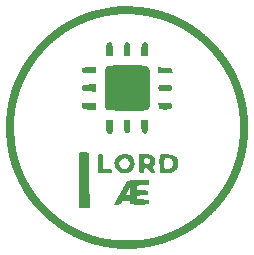
<source format=gto>
G04*
G04 #@! TF.GenerationSoftware,Altium Limited,Altium Designer,21.7.2 (23)*
G04*
G04 Layer_Color=65535*
%FSLAX25Y25*%
%MOIN*%
G70*
G04*
G04 #@! TF.SameCoordinates,D2632727-04CE-4768-A3A0-452A1BE06696*
G04*
G04*
G04 #@! TF.FilePolarity,Positive*
G04*
G01*
G75*
G36*
X-1325Y40356D02*
X-1162Y40354D01*
X-995Y40352D01*
X-825Y40349D01*
X-652Y40346D01*
X-476Y40342D01*
X-297Y40337D01*
X-115Y40331D01*
X69Y40325D01*
X256Y40318D01*
X444Y40310D01*
X635Y40302D01*
X827Y40293D01*
X1021Y40284D01*
X1217Y40273D01*
X1414Y40263D01*
X1611Y40252D01*
X1810Y40240D01*
X2009Y40227D01*
X2209Y40214D01*
X2409Y40201D01*
X2609Y40187D01*
X2810Y40172D01*
X3010Y40157D01*
X3209Y40142D01*
X3409Y40126D01*
X3607Y40109D01*
X3804Y40092D01*
X4001Y40075D01*
X4196Y40057D01*
X4389Y40039D01*
X4581Y40020D01*
X4771Y40001D01*
X4959Y39981D01*
X5145Y39962D01*
X5329Y39941D01*
X5510Y39921D01*
X5688Y39900D01*
X5863Y39878D01*
X6036Y39857D01*
X6205Y39835D01*
X6370Y39813D01*
X6532Y39790D01*
X6690Y39767D01*
X6844Y39744D01*
X6994Y39721D01*
X7140Y39697D01*
X7281Y39673D01*
X7417Y39649D01*
X7549Y39625D01*
X7741Y39588D01*
X7933Y39550D01*
X8124Y39511D01*
X8315Y39472D01*
X8506Y39432D01*
X8696Y39391D01*
X8885Y39350D01*
X9074Y39307D01*
X9262Y39264D01*
X9450Y39220D01*
X9638Y39176D01*
X9825Y39130D01*
X10011Y39084D01*
X10197Y39037D01*
X10383Y38989D01*
X10568Y38940D01*
X10752Y38891D01*
X10936Y38840D01*
X11120Y38789D01*
X11303Y38737D01*
X11486Y38685D01*
X11668Y38631D01*
X11849Y38577D01*
X12031Y38522D01*
X12211Y38466D01*
X12392Y38410D01*
X12572Y38352D01*
X12751Y38294D01*
X12930Y38235D01*
X13108Y38175D01*
X13286Y38114D01*
X13464Y38053D01*
X13641Y37990D01*
X13818Y37927D01*
X13994Y37863D01*
X14170Y37799D01*
X14345Y37733D01*
X14520Y37667D01*
X14694Y37600D01*
X14868Y37532D01*
X15042Y37463D01*
X15215Y37393D01*
X15388Y37323D01*
X15560Y37251D01*
X15732Y37179D01*
X15904Y37106D01*
X16075Y37033D01*
X16246Y36958D01*
X16416Y36883D01*
X16586Y36807D01*
X16755Y36729D01*
X16924Y36652D01*
X17093Y36573D01*
X17261Y36493D01*
X17429Y36413D01*
X17596Y36332D01*
X17763Y36250D01*
X17930Y36167D01*
X18096Y36083D01*
X18262Y35998D01*
X18427Y35913D01*
X18592Y35827D01*
X18757Y35740D01*
X18921Y35652D01*
X19085Y35563D01*
X19249Y35473D01*
X19412Y35383D01*
X19575Y35292D01*
X19737Y35199D01*
X19899Y35106D01*
X20061Y35013D01*
X20222Y34918D01*
X20383Y34822D01*
X20543Y34726D01*
X20704Y34628D01*
X20863Y34530D01*
X21023Y34431D01*
X21182Y34331D01*
X21341Y34231D01*
X21499Y34129D01*
X21657Y34027D01*
X21815Y33923D01*
X21972Y33819D01*
X22129Y33714D01*
X22286Y33608D01*
X22442Y33501D01*
X22599Y33394D01*
X22754Y33285D01*
X22909Y33176D01*
X23065Y33066D01*
X23219Y32954D01*
X23374Y32842D01*
X23528Y32729D01*
X23681Y32616D01*
X23835Y32501D01*
X23988Y32386D01*
X24141Y32269D01*
X24293Y32152D01*
X24445Y32034D01*
X24597Y31914D01*
X24748Y31795D01*
X24900Y31674D01*
X25051Y31552D01*
X25201Y31429D01*
X25352Y31306D01*
X25502Y31181D01*
X25651Y31056D01*
X25801Y30930D01*
X25950Y30803D01*
X26099Y30675D01*
X26247Y30546D01*
X26396Y30417D01*
X26544Y30286D01*
X26691Y30154D01*
X26839Y30022D01*
X26986Y29888D01*
X27133Y29754D01*
X27279Y29619D01*
X27426Y29483D01*
X27572Y29346D01*
X27718Y29208D01*
X27863Y29069D01*
X28008Y28930D01*
X28153Y28789D01*
X28298Y28648D01*
X28443Y28505D01*
X28587Y28362D01*
X28731Y28218D01*
X28864Y28083D01*
X28996Y27948D01*
X29127Y27813D01*
X29258Y27678D01*
X29388Y27542D01*
X29517Y27405D01*
X29646Y27268D01*
X29774Y27131D01*
X29901Y26993D01*
X30027Y26855D01*
X30153Y26716D01*
X30277Y26577D01*
X30402Y26437D01*
X30525Y26297D01*
X30648Y26157D01*
X30769Y26016D01*
X30891Y25875D01*
X31011Y25733D01*
X31130Y25591D01*
X31249Y25449D01*
X31367Y25306D01*
X31485Y25162D01*
X31602Y25019D01*
X31717Y24874D01*
X31833Y24730D01*
X31947Y24585D01*
X32061Y24439D01*
X32173Y24294D01*
X32286Y24147D01*
X32397Y24001D01*
X32508Y23854D01*
X32618Y23706D01*
X32727Y23558D01*
X32835Y23410D01*
X32943Y23261D01*
X33050Y23112D01*
X33156Y22963D01*
X33261Y22813D01*
X33366Y22663D01*
X33470Y22512D01*
X33573Y22361D01*
X33675Y22210D01*
X33777Y22058D01*
X33878Y21906D01*
X33977Y21753D01*
X34077Y21600D01*
X34175Y21447D01*
X34273Y21293D01*
X34370Y21139D01*
X34466Y20985D01*
X34562Y20830D01*
X34657Y20674D01*
X34751Y20519D01*
X34844Y20363D01*
X34936Y20207D01*
X35028Y20050D01*
X35119Y19893D01*
X35209Y19735D01*
X35299Y19577D01*
X35387Y19419D01*
X35475Y19261D01*
X35562Y19102D01*
X35648Y18942D01*
X35734Y18783D01*
X35819Y18623D01*
X35903Y18462D01*
X35986Y18302D01*
X36068Y18140D01*
X36150Y17979D01*
X36231Y17817D01*
X36311Y17655D01*
X36391Y17492D01*
X36469Y17330D01*
X36547Y17166D01*
X36624Y17003D01*
X36700Y16839D01*
X36776Y16675D01*
X36851Y16510D01*
X36925Y16345D01*
X36998Y16180D01*
X37070Y16014D01*
X37142Y15848D01*
X37213Y15682D01*
X37283Y15516D01*
X37352Y15349D01*
X37420Y15181D01*
X37488Y15014D01*
X37555Y14846D01*
X37621Y14677D01*
X37687Y14509D01*
X37751Y14340D01*
X37815Y14171D01*
X37878Y14001D01*
X37940Y13831D01*
X38002Y13661D01*
X38062Y13490D01*
X38122Y13319D01*
X38181Y13148D01*
X38239Y12977D01*
X38297Y12805D01*
X38354Y12633D01*
X38410Y12461D01*
X38465Y12288D01*
X38519Y12115D01*
X38573Y11941D01*
X38625Y11768D01*
X38677Y11594D01*
X38729Y11419D01*
X38779Y11245D01*
X38829Y11070D01*
X38877Y10895D01*
X38925Y10719D01*
X38973Y10544D01*
X39019Y10368D01*
X39065Y10191D01*
X39109Y10015D01*
X39153Y9838D01*
X39197Y9661D01*
X39239Y9483D01*
X39281Y9305D01*
X39322Y9127D01*
X39362Y8949D01*
X39401Y8770D01*
X39439Y8591D01*
X39477Y8412D01*
X39514Y8232D01*
X39550Y8053D01*
X39585Y7873D01*
X39619Y7692D01*
X39653Y7512D01*
X39686Y7331D01*
X39718Y7149D01*
X39749Y6968D01*
X39779Y6786D01*
X39809Y6604D01*
X39838Y6422D01*
X39865Y6240D01*
X39893Y6057D01*
X39919Y5874D01*
X39944Y5691D01*
X39969Y5507D01*
X39993Y5323D01*
X40016Y5139D01*
X40038Y4955D01*
X40060Y4770D01*
X40080Y4586D01*
X40100Y4400D01*
X40119Y4215D01*
X40137Y4030D01*
X40155Y3844D01*
X40172Y3658D01*
X40187Y3471D01*
X40202Y3285D01*
X40216Y3098D01*
X40230Y2911D01*
X40242Y2724D01*
X40254Y2536D01*
X40265Y2348D01*
X40275Y2160D01*
X40284Y1972D01*
X40292Y1784D01*
X40300Y1595D01*
X40306Y1406D01*
X40312Y1217D01*
X40317Y1027D01*
X40322Y838D01*
X40325Y648D01*
X40328Y458D01*
X40330Y268D01*
X40331Y77D01*
X40331Y-117D01*
X40330Y-250D01*
X40330Y-383D01*
X40328Y-515D01*
X40327Y-648D01*
X40325Y-781D01*
X40322Y-913D01*
X40319Y-1046D01*
X40316Y-1178D01*
X40313Y-1310D01*
X40306Y-1508D01*
X40299Y-1706D01*
X40291Y-1904D01*
X40283Y-2101D01*
X40273Y-2298D01*
X40262Y-2495D01*
X40251Y-2691D01*
X40238Y-2887D01*
X40225Y-3083D01*
X40211Y-3279D01*
X40195Y-3474D01*
X40179Y-3670D01*
X40162Y-3864D01*
X40145Y-4059D01*
X40126Y-4253D01*
X40106Y-4448D01*
X40086Y-4642D01*
X40064Y-4835D01*
X40042Y-5028D01*
X40019Y-5221D01*
X39995Y-5414D01*
X39970Y-5607D01*
X39944Y-5799D01*
X39917Y-5991D01*
X39889Y-6182D01*
X39861Y-6374D01*
X39832Y-6565D01*
X39801Y-6755D01*
X39770Y-6946D01*
X39738Y-7136D01*
X39705Y-7326D01*
X39671Y-7516D01*
X39636Y-7705D01*
X39601Y-7894D01*
X39564Y-8083D01*
X39527Y-8271D01*
X39489Y-8459D01*
X39450Y-8647D01*
X39410Y-8835D01*
X39369Y-9022D01*
X39327Y-9209D01*
X39284Y-9395D01*
X39241Y-9582D01*
X39196Y-9768D01*
X39151Y-9954D01*
X39105Y-10139D01*
X39058Y-10324D01*
X39010Y-10509D01*
X38961Y-10693D01*
X38911Y-10877D01*
X38861Y-11061D01*
X38809Y-11245D01*
X38757Y-11428D01*
X38704Y-11611D01*
X38650Y-11794D01*
X38595Y-11976D01*
X38539Y-12158D01*
X38482Y-12340D01*
X38425Y-12521D01*
X38366Y-12702D01*
X38307Y-12882D01*
X38247Y-13063D01*
X38186Y-13243D01*
X38124Y-13422D01*
X38061Y-13602D01*
X37998Y-13781D01*
X37933Y-13959D01*
X37868Y-14138D01*
X37802Y-14316D01*
X37734Y-14493D01*
X37667Y-14671D01*
X37598Y-14848D01*
X37528Y-15024D01*
X37458Y-15201D01*
X37386Y-15377D01*
X37314Y-15552D01*
X37241Y-15728D01*
X37167Y-15902D01*
X37092Y-16077D01*
X37016Y-16251D01*
X36940Y-16425D01*
X36862Y-16599D01*
X36784Y-16772D01*
X36705Y-16945D01*
X36625Y-17117D01*
X36544Y-17289D01*
X36462Y-17461D01*
X36380Y-17632D01*
X36296Y-17804D01*
X36212Y-17974D01*
X36127Y-18144D01*
X36041Y-18314D01*
X35954Y-18484D01*
X35867Y-18653D01*
X35778Y-18822D01*
X35689Y-18991D01*
X35598Y-19159D01*
X35508Y-19326D01*
X35416Y-19494D01*
X35323Y-19661D01*
X35229Y-19827D01*
X35135Y-19994D01*
X35039Y-20159D01*
X34943Y-20325D01*
X34846Y-20490D01*
X34748Y-20655D01*
X34650Y-20819D01*
X34550Y-20983D01*
X34450Y-21147D01*
X34348Y-21310D01*
X34246Y-21473D01*
X34143Y-21635D01*
X34040Y-21797D01*
X33935Y-21959D01*
X33830Y-22120D01*
X33723Y-22281D01*
X33616Y-22441D01*
X33508Y-22601D01*
X33400Y-22761D01*
X33290Y-22920D01*
X33179Y-23079D01*
X33068Y-23237D01*
X32956Y-23395D01*
X32843Y-23553D01*
X32729Y-23710D01*
X32614Y-23867D01*
X32499Y-24024D01*
X32383Y-24180D01*
X32265Y-24335D01*
X32147Y-24490D01*
X32029Y-24645D01*
X31909Y-24800D01*
X31789Y-24953D01*
X31667Y-25107D01*
X31545Y-25260D01*
X31422Y-25413D01*
X31298Y-25565D01*
X31174Y-25717D01*
X31048Y-25868D01*
X30922Y-26019D01*
X30795Y-26170D01*
X30667Y-26320D01*
X30538Y-26470D01*
X30408Y-26619D01*
X30278Y-26768D01*
X30147Y-26917D01*
X30015Y-27065D01*
X29882Y-27212D01*
X29748Y-27360D01*
X29614Y-27506D01*
X29478Y-27653D01*
X29342Y-27798D01*
X29205Y-27944D01*
X29067Y-28089D01*
X28929Y-28233D01*
X28789Y-28378D01*
X28649Y-28521D01*
X28508Y-28664D01*
X28413Y-28760D01*
X28318Y-28855D01*
X28223Y-28949D01*
X28128Y-29044D01*
X28032Y-29138D01*
X27935Y-29233D01*
X27839Y-29327D01*
X27741Y-29421D01*
X27644Y-29514D01*
X27543Y-29610D01*
X27439Y-29709D01*
X27334Y-29808D01*
X27229Y-29906D01*
X27124Y-30003D01*
X27018Y-30100D01*
X26912Y-30197D01*
X26806Y-30293D01*
X26699Y-30389D01*
X26592Y-30485D01*
X26484Y-30580D01*
X26376Y-30675D01*
X26267Y-30769D01*
X26159Y-30863D01*
X26050Y-30956D01*
X25940Y-31049D01*
X25830Y-31142D01*
X25720Y-31234D01*
X25609Y-31326D01*
X25499Y-31418D01*
X25387Y-31509D01*
X25276Y-31599D01*
X25164Y-31690D01*
X25051Y-31779D01*
X24938Y-31869D01*
X24825Y-31958D01*
X24712Y-32046D01*
X24598Y-32134D01*
X24484Y-32222D01*
X24370Y-32309D01*
X24255Y-32396D01*
X24140Y-32482D01*
X24025Y-32568D01*
X23909Y-32654D01*
X23793Y-32739D01*
X23677Y-32824D01*
X23560Y-32908D01*
X23443Y-32992D01*
X23326Y-33076D01*
X23208Y-33159D01*
X23090Y-33241D01*
X22972Y-33323D01*
X22853Y-33405D01*
X22734Y-33487D01*
X22615Y-33568D01*
X22496Y-33648D01*
X22376Y-33728D01*
X22256Y-33808D01*
X22135Y-33887D01*
X22015Y-33966D01*
X21893Y-34044D01*
X21772Y-34122D01*
X21651Y-34199D01*
X21529Y-34276D01*
X21407Y-34353D01*
X21284Y-34429D01*
X21161Y-34505D01*
X21038Y-34580D01*
X20915Y-34655D01*
X20792Y-34729D01*
X20668Y-34803D01*
X20544Y-34877D01*
X20419Y-34950D01*
X20295Y-35022D01*
X20170Y-35095D01*
X20045Y-35166D01*
X19919Y-35238D01*
X19794Y-35309D01*
X19668Y-35379D01*
X19541Y-35449D01*
X19415Y-35519D01*
X19288Y-35588D01*
X19161Y-35656D01*
X19034Y-35724D01*
X18906Y-35792D01*
X18779Y-35860D01*
X18651Y-35926D01*
X18523Y-35993D01*
X18394Y-36059D01*
X18266Y-36124D01*
X18137Y-36189D01*
X18008Y-36254D01*
X17878Y-36318D01*
X17749Y-36382D01*
X17619Y-36445D01*
X17489Y-36508D01*
X17359Y-36570D01*
X17228Y-36632D01*
X17097Y-36693D01*
X16967Y-36754D01*
X16836Y-36815D01*
X16704Y-36875D01*
X16573Y-36935D01*
X16441Y-36994D01*
X16309Y-37052D01*
X16177Y-37110D01*
X16045Y-37168D01*
X15912Y-37225D01*
X15779Y-37282D01*
X15646Y-37339D01*
X15513Y-37395D01*
X15380Y-37450D01*
X15246Y-37505D01*
X15113Y-37560D01*
X14979Y-37613D01*
X14845Y-37667D01*
X14710Y-37720D01*
X14576Y-37773D01*
X14441Y-37825D01*
X14307Y-37877D01*
X14172Y-37928D01*
X14037Y-37979D01*
X13901Y-38029D01*
X13766Y-38079D01*
X13630Y-38128D01*
X13494Y-38177D01*
X13359Y-38225D01*
X13222Y-38273D01*
X13086Y-38321D01*
X12950Y-38368D01*
X12813Y-38414D01*
X12676Y-38460D01*
X12539Y-38506D01*
X12403Y-38551D01*
X12265Y-38595D01*
X12128Y-38640D01*
X11991Y-38683D01*
X11853Y-38726D01*
X11715Y-38769D01*
X11577Y-38811D01*
X11440Y-38853D01*
X11301Y-38894D01*
X11163Y-38935D01*
X11025Y-38975D01*
X10886Y-39015D01*
X10748Y-39054D01*
X10609Y-39093D01*
X10470Y-39131D01*
X10331Y-39169D01*
X10192Y-39206D01*
X10053Y-39243D01*
X9913Y-39279D01*
X9774Y-39315D01*
X9635Y-39351D01*
X9495Y-39385D01*
X9355Y-39420D01*
X9215Y-39454D01*
X9076Y-39487D01*
X8935Y-39520D01*
X8795Y-39552D01*
X8655Y-39584D01*
X8515Y-39616D01*
X8375Y-39647D01*
X8234Y-39677D01*
X8094Y-39707D01*
X7953Y-39736D01*
X7812Y-39765D01*
X7671Y-39794D01*
X7530Y-39822D01*
X7390Y-39849D01*
X7249Y-39876D01*
X7107Y-39902D01*
X6966Y-39928D01*
X6825Y-39954D01*
X6684Y-39979D01*
X6543Y-40003D01*
X6401Y-40027D01*
X6260Y-40050D01*
X6118Y-40073D01*
X5977Y-40096D01*
X5835Y-40118D01*
X5693Y-40139D01*
X5552Y-40160D01*
X5410Y-40180D01*
X5268Y-40200D01*
X5126Y-40219D01*
X4984Y-40238D01*
X4842Y-40256D01*
X4700Y-40274D01*
X4558Y-40292D01*
X4416Y-40308D01*
X4274Y-40325D01*
X4132Y-40340D01*
X3990Y-40356D01*
X3848Y-40370D01*
X3706Y-40384D01*
X3564Y-40398D01*
X3422Y-40411D01*
X3279Y-40424D01*
X3137Y-40436D01*
X2995Y-40448D01*
X2853Y-40459D01*
X2710Y-40469D01*
X2568Y-40479D01*
X2426Y-40489D01*
X2284Y-40498D01*
X2142Y-40506D01*
X1999Y-40514D01*
X1857Y-40521D01*
X1715Y-40528D01*
X1573Y-40535D01*
X1431Y-40540D01*
X1288Y-40546D01*
X1146Y-40551D01*
X1004Y-40555D01*
X862Y-40558D01*
X720Y-40562D01*
X578Y-40564D01*
X435Y-40566D01*
X293Y-40568D01*
X152Y-40569D01*
X81Y-40569D01*
X-62Y-40570D01*
X-203Y-40569D01*
X-345Y-40569D01*
X-487Y-40567D01*
X-629Y-40565D01*
X-771Y-40563D01*
X-912Y-40560D01*
X-1054Y-40556D01*
X-1196Y-40552D01*
X-1337Y-40548D01*
X-1479Y-40543D01*
X-1620Y-40537D01*
X-1762Y-40531D01*
X-1903Y-40524D01*
X-2044Y-40517D01*
X-2186Y-40509D01*
X-2327Y-40501D01*
X-2468Y-40492D01*
X-2609Y-40482D01*
X-2750Y-40472D01*
X-2891Y-40462D01*
X-3032Y-40451D01*
X-3172Y-40439D01*
X-3313Y-40427D01*
X-3453Y-40414D01*
X-3594Y-40401D01*
X-3734Y-40387D01*
X-3875Y-40372D01*
X-4015Y-40358D01*
X-4155Y-40342D01*
X-4295Y-40326D01*
X-4435Y-40309D01*
X-4575Y-40292D01*
X-4715Y-40275D01*
X-4854Y-40256D01*
X-4994Y-40237D01*
X-5133Y-40218D01*
X-5273Y-40198D01*
X-5412Y-40178D01*
X-5551Y-40156D01*
X-5690Y-40135D01*
X-5829Y-40113D01*
X-5968Y-40090D01*
X-6106Y-40067D01*
X-6245Y-40043D01*
X-6461Y-40005D01*
X-6674Y-39967D01*
X-6885Y-39929D01*
X-7094Y-39891D01*
X-7301Y-39852D01*
X-7506Y-39813D01*
X-7709Y-39774D01*
X-7909Y-39735D01*
X-8108Y-39696D01*
X-8305Y-39656D01*
X-8500Y-39616D01*
X-8693Y-39575D01*
X-8884Y-39535D01*
X-9074Y-39493D01*
X-9262Y-39452D01*
X-9448Y-39410D01*
X-9633Y-39368D01*
X-9816Y-39325D01*
X-9998Y-39282D01*
X-10178Y-39239D01*
X-10357Y-39195D01*
X-10535Y-39150D01*
X-10711Y-39105D01*
X-10886Y-39059D01*
X-11060Y-39013D01*
X-11232Y-38967D01*
X-11404Y-38919D01*
X-11575Y-38871D01*
X-11744Y-38823D01*
X-11913Y-38774D01*
X-12080Y-38724D01*
X-12247Y-38673D01*
X-12413Y-38622D01*
X-12578Y-38570D01*
X-12743Y-38518D01*
X-12907Y-38464D01*
X-13070Y-38410D01*
X-13233Y-38356D01*
X-13395Y-38300D01*
X-13556Y-38243D01*
X-13718Y-38186D01*
X-13879Y-38128D01*
X-14039Y-38069D01*
X-14199Y-38009D01*
X-14359Y-37948D01*
X-14519Y-37887D01*
X-14679Y-37824D01*
X-14839Y-37760D01*
X-14998Y-37696D01*
X-15158Y-37630D01*
X-15317Y-37563D01*
X-15477Y-37496D01*
X-15637Y-37427D01*
X-15797Y-37358D01*
X-15957Y-37287D01*
X-16118Y-37215D01*
X-16279Y-37142D01*
X-16440Y-37068D01*
X-16602Y-36992D01*
X-16764Y-36916D01*
X-16927Y-36838D01*
X-17090Y-36759D01*
X-17254Y-36679D01*
X-17419Y-36598D01*
X-17584Y-36516D01*
X-17750Y-36432D01*
X-17917Y-36347D01*
X-18085Y-36260D01*
X-18254Y-36172D01*
X-18424Y-36083D01*
X-18595Y-35993D01*
X-18766Y-35901D01*
X-18939Y-35808D01*
X-19113Y-35713D01*
X-19289Y-35617D01*
X-19465Y-35519D01*
X-19643Y-35420D01*
X-19822Y-35320D01*
X-20003Y-35218D01*
X-20185Y-35114D01*
X-20369Y-35009D01*
X-20554Y-34903D01*
X-20740Y-34794D01*
X-20929Y-34685D01*
X-21119Y-34573D01*
X-21182Y-34536D01*
X-21269Y-34484D01*
X-21356Y-34432D01*
X-21444Y-34378D01*
X-21532Y-34323D01*
X-21622Y-34267D01*
X-21712Y-34210D01*
X-21803Y-34151D01*
X-21895Y-34091D01*
X-21988Y-34030D01*
X-22082Y-33968D01*
X-22176Y-33905D01*
X-22270Y-33840D01*
X-22366Y-33775D01*
X-22462Y-33708D01*
X-22559Y-33640D01*
X-22656Y-33572D01*
X-22754Y-33502D01*
X-22853Y-33431D01*
X-22952Y-33359D01*
X-23052Y-33286D01*
X-23152Y-33212D01*
X-23253Y-33138D01*
X-23354Y-33062D01*
X-23456Y-32985D01*
X-23558Y-32908D01*
X-23661Y-32829D01*
X-23764Y-32750D01*
X-23868Y-32670D01*
X-23972Y-32589D01*
X-24076Y-32507D01*
X-24181Y-32425D01*
X-24286Y-32341D01*
X-24391Y-32257D01*
X-24497Y-32172D01*
X-24603Y-32086D01*
X-24709Y-32000D01*
X-24815Y-31913D01*
X-24922Y-31825D01*
X-25029Y-31736D01*
X-25136Y-31647D01*
X-25243Y-31557D01*
X-25351Y-31467D01*
X-25458Y-31376D01*
X-25566Y-31284D01*
X-25674Y-31192D01*
X-25782Y-31099D01*
X-25890Y-31006D01*
X-25998Y-30912D01*
X-26106Y-30818D01*
X-26215Y-30723D01*
X-26323Y-30628D01*
X-26431Y-30532D01*
X-26539Y-30436D01*
X-26647Y-30339D01*
X-26755Y-30242D01*
X-26863Y-30145D01*
X-26971Y-30047D01*
X-27079Y-29949D01*
X-27186Y-29850D01*
X-27294Y-29751D01*
X-27401Y-29652D01*
X-27508Y-29553D01*
X-27615Y-29453D01*
X-27721Y-29353D01*
X-27828Y-29253D01*
X-27934Y-29152D01*
X-28040Y-29052D01*
X-28145Y-28951D01*
X-28251Y-28850D01*
X-28355Y-28749D01*
X-28460Y-28647D01*
X-28564Y-28546D01*
X-28668Y-28444D01*
X-28771Y-28343D01*
X-28874Y-28241D01*
X-28977Y-28139D01*
X-29079Y-28037D01*
X-29181Y-27935D01*
X-29282Y-27833D01*
X-29383Y-27732D01*
X-29483Y-27630D01*
X-29582Y-27528D01*
X-29681Y-27426D01*
X-29780Y-27325D01*
X-29877Y-27223D01*
X-29975Y-27121D01*
X-30071Y-27020D01*
X-30167Y-26919D01*
X-30263Y-26818D01*
X-30357Y-26717D01*
X-30451Y-26616D01*
X-30544Y-26516D01*
X-30637Y-26415D01*
X-30728Y-26315D01*
X-30819Y-26216D01*
X-30909Y-26116D01*
X-30999Y-26017D01*
X-31087Y-25918D01*
X-31175Y-25820D01*
X-31262Y-25721D01*
X-31348Y-25623D01*
X-31433Y-25526D01*
X-31517Y-25429D01*
X-31600Y-25332D01*
X-31682Y-25236D01*
X-31763Y-25140D01*
X-31844Y-25044D01*
X-31923Y-24949D01*
X-32001Y-24855D01*
X-32078Y-24761D01*
X-32154Y-24668D01*
X-32229Y-24575D01*
X-32303Y-24483D01*
X-32376Y-24391D01*
X-32448Y-24300D01*
X-32519Y-24209D01*
X-32588Y-24119D01*
X-32656Y-24030D01*
X-32723Y-23941D01*
X-32789Y-23853D01*
X-32854Y-23766D01*
X-32917Y-23679D01*
X-32979Y-23594D01*
X-33040Y-23508D01*
X-33100Y-23424D01*
X-33158Y-23340D01*
X-33215Y-23258D01*
X-33270Y-23176D01*
X-33356Y-23047D01*
X-33442Y-22916D01*
X-33529Y-22782D01*
X-33617Y-22646D01*
X-33705Y-22506D01*
X-33794Y-22365D01*
X-33884Y-22221D01*
X-33973Y-22075D01*
X-34064Y-21926D01*
X-34154Y-21776D01*
X-34245Y-21623D01*
X-34337Y-21469D01*
X-34428Y-21312D01*
X-34520Y-21154D01*
X-34612Y-20994D01*
X-34704Y-20833D01*
X-34796Y-20670D01*
X-34888Y-20506D01*
X-34980Y-20341D01*
X-35072Y-20174D01*
X-35164Y-20006D01*
X-35255Y-19837D01*
X-35347Y-19668D01*
X-35438Y-19497D01*
X-35529Y-19325D01*
X-35619Y-19153D01*
X-35710Y-18981D01*
X-35799Y-18808D01*
X-35889Y-18634D01*
X-35977Y-18460D01*
X-36066Y-18286D01*
X-36153Y-18112D01*
X-36240Y-17937D01*
X-36326Y-17763D01*
X-36412Y-17589D01*
X-36497Y-17415D01*
X-36580Y-17241D01*
X-36663Y-17068D01*
X-36746Y-16895D01*
X-36827Y-16723D01*
X-36907Y-16552D01*
X-36986Y-16381D01*
X-37064Y-16211D01*
X-37141Y-16042D01*
X-37216Y-15874D01*
X-37290Y-15707D01*
X-37364Y-15542D01*
X-37435Y-15377D01*
X-37506Y-15214D01*
X-37575Y-15053D01*
X-37642Y-14893D01*
X-37708Y-14735D01*
X-37773Y-14578D01*
X-37836Y-14424D01*
X-37897Y-14271D01*
X-37956Y-14120D01*
X-38014Y-13972D01*
X-38070Y-13825D01*
X-38124Y-13681D01*
X-38177Y-13539D01*
X-38227Y-13400D01*
X-38276Y-13263D01*
X-38322Y-13129D01*
X-38367Y-12997D01*
X-38398Y-12904D01*
X-38428Y-12811D01*
X-38459Y-12718D01*
X-38489Y-12624D01*
X-38519Y-12531D01*
X-38548Y-12437D01*
X-38578Y-12343D01*
X-38607Y-12249D01*
X-38636Y-12154D01*
X-38664Y-12060D01*
X-38693Y-11965D01*
X-38721Y-11870D01*
X-38749Y-11775D01*
X-38777Y-11679D01*
X-38804Y-11584D01*
X-38831Y-11488D01*
X-38858Y-11392D01*
X-38885Y-11296D01*
X-38912Y-11200D01*
X-38938Y-11104D01*
X-38964Y-11007D01*
X-38990Y-10911D01*
X-39015Y-10814D01*
X-39041Y-10717D01*
X-39066Y-10620D01*
X-39090Y-10522D01*
X-39115Y-10425D01*
X-39139Y-10327D01*
X-39164Y-10229D01*
X-39187Y-10131D01*
X-39211Y-10033D01*
X-39234Y-9935D01*
X-39257Y-9837D01*
X-39280Y-9738D01*
X-39303Y-9639D01*
X-39325Y-9541D01*
X-39348Y-9442D01*
X-39369Y-9342D01*
X-39391Y-9243D01*
X-39413Y-9144D01*
X-39434Y-9044D01*
X-39455Y-8945D01*
X-39476Y-8845D01*
X-39496Y-8745D01*
X-39516Y-8645D01*
X-39536Y-8545D01*
X-39556Y-8444D01*
X-39575Y-8344D01*
X-39595Y-8243D01*
X-39614Y-8143D01*
X-39633Y-8042D01*
X-39651Y-7941D01*
X-39669Y-7840D01*
X-39687Y-7739D01*
X-39705Y-7638D01*
X-39723Y-7536D01*
X-39740Y-7435D01*
X-39757Y-7333D01*
X-39774Y-7232D01*
X-39791Y-7130D01*
X-39807Y-7028D01*
X-39823Y-6926D01*
X-39839Y-6824D01*
X-39855Y-6722D01*
X-39870Y-6619D01*
X-39885Y-6517D01*
X-39900Y-6414D01*
X-39915Y-6312D01*
X-39930Y-6209D01*
X-39944Y-6106D01*
X-39958Y-6004D01*
X-39971Y-5901D01*
X-39985Y-5798D01*
X-39998Y-5695D01*
X-40011Y-5591D01*
X-40024Y-5488D01*
X-40036Y-5385D01*
X-40049Y-5281D01*
X-40061Y-5178D01*
X-40072Y-5074D01*
X-40084Y-4971D01*
X-40095Y-4867D01*
X-40106Y-4763D01*
X-40117Y-4659D01*
X-40128Y-4555D01*
X-40138Y-4452D01*
X-40148Y-4347D01*
X-40158Y-4243D01*
X-40168Y-4139D01*
X-40177Y-4035D01*
X-40186Y-3931D01*
X-40195Y-3827D01*
X-40204Y-3722D01*
X-40212Y-3618D01*
X-40220Y-3513D01*
X-40228Y-3409D01*
X-40236Y-3304D01*
X-40243Y-3200D01*
X-40251Y-3095D01*
X-40257Y-2990D01*
X-40264Y-2886D01*
X-40271Y-2781D01*
X-40277Y-2676D01*
X-40283Y-2571D01*
X-40289Y-2466D01*
X-40294Y-2361D01*
X-40299Y-2256D01*
X-40304Y-2152D01*
X-40309Y-2047D01*
X-40314Y-1942D01*
X-40318Y-1836D01*
X-40322Y-1732D01*
X-40326Y-1626D01*
X-40330Y-1521D01*
X-40333Y-1416D01*
X-40336Y-1311D01*
X-40339Y-1206D01*
X-40341Y-1101D01*
X-40344Y-996D01*
X-40346Y-890D01*
X-40348Y-785D01*
X-40350Y-680D01*
X-40351Y-575D01*
X-40352Y-470D01*
X-40353Y-364D01*
X-40354Y-259D01*
X-40354Y-154D01*
X-40354Y-49D01*
X-40354Y56D01*
X-40354Y161D01*
X-40354Y267D01*
X-40353Y372D01*
X-40352Y477D01*
X-40350Y582D01*
X-40349Y687D01*
X-40347Y792D01*
X-40345Y898D01*
X-40343Y1003D01*
X-40341Y1108D01*
X-40338Y1213D01*
X-40335Y1318D01*
X-40332Y1423D01*
X-40328Y1528D01*
X-40325Y1633D01*
X-40321Y1737D01*
X-40317Y1842D01*
X-40312Y1947D01*
X-40308Y2052D01*
X-40303Y2157D01*
X-40298Y2261D01*
X-40292Y2366D01*
X-40287Y2471D01*
X-40281Y2575D01*
X-40275Y2680D01*
X-40268Y2784D01*
X-40262Y2889D01*
X-40255Y2993D01*
X-40248Y3098D01*
X-40241Y3202D01*
X-40233Y3306D01*
X-40225Y3410D01*
X-40218Y3514D01*
X-40209Y3619D01*
X-40201Y3723D01*
X-40192Y3827D01*
X-40183Y3930D01*
X-40174Y4034D01*
X-40164Y4138D01*
X-40155Y4242D01*
X-40145Y4345D01*
X-40135Y4449D01*
X-40124Y4552D01*
X-40113Y4656D01*
X-40102Y4759D01*
X-40091Y4862D01*
X-40080Y4965D01*
X-40068Y5068D01*
X-40056Y5172D01*
X-40044Y5274D01*
X-40032Y5377D01*
X-40019Y5480D01*
X-40007Y5583D01*
X-39994Y5685D01*
X-39980Y5788D01*
X-39967Y5890D01*
X-39953Y5992D01*
X-39939Y6095D01*
X-39924Y6197D01*
X-39910Y6299D01*
X-39895Y6401D01*
X-39880Y6502D01*
X-39865Y6604D01*
X-39849Y6706D01*
X-39834Y6807D01*
X-39818Y6908D01*
X-39801Y7010D01*
X-39785Y7111D01*
X-39768Y7212D01*
X-39751Y7313D01*
X-39734Y7413D01*
X-39717Y7514D01*
X-39699Y7615D01*
X-39681Y7715D01*
X-39663Y7815D01*
X-39645Y7915D01*
X-39626Y8015D01*
X-39607Y8115D01*
X-39588Y8215D01*
X-39569Y8315D01*
X-39549Y8414D01*
X-39529Y8514D01*
X-39509Y8613D01*
X-39489Y8712D01*
X-39468Y8811D01*
X-39447Y8910D01*
X-39426Y9008D01*
X-39405Y9107D01*
X-39384Y9205D01*
X-39362Y9303D01*
X-39340Y9402D01*
X-39318Y9500D01*
X-39295Y9597D01*
X-39272Y9695D01*
X-39249Y9792D01*
X-39226Y9890D01*
X-39202Y9987D01*
X-39179Y10084D01*
X-39155Y10181D01*
X-39131Y10277D01*
X-39106Y10374D01*
X-39082Y10470D01*
X-39057Y10566D01*
X-39031Y10662D01*
X-39006Y10758D01*
X-38980Y10854D01*
X-38955Y10949D01*
X-38928Y11045D01*
X-38902Y11140D01*
X-38875Y11235D01*
X-38849Y11329D01*
X-38822Y11424D01*
X-38794Y11518D01*
X-38767Y11613D01*
X-38739Y11707D01*
X-38711Y11800D01*
X-38682Y11894D01*
X-38654Y11987D01*
X-38625Y12081D01*
X-38596Y12174D01*
X-38567Y12267D01*
X-38537Y12359D01*
X-38508Y12452D01*
X-38478Y12544D01*
X-38447Y12636D01*
X-38417Y12728D01*
X-38366Y12880D01*
X-38325Y13001D01*
X-38283Y13122D01*
X-38241Y13242D01*
X-38198Y13363D01*
X-38155Y13483D01*
X-38111Y13604D01*
X-38067Y13724D01*
X-38023Y13845D01*
X-37978Y13965D01*
X-37932Y14085D01*
X-37886Y14205D01*
X-37840Y14325D01*
X-37793Y14445D01*
X-37746Y14565D01*
X-37698Y14685D01*
X-37650Y14804D01*
X-37601Y14924D01*
X-37552Y15044D01*
X-37502Y15163D01*
X-37452Y15282D01*
X-37401Y15401D01*
X-37350Y15520D01*
X-37299Y15639D01*
X-37247Y15758D01*
X-37195Y15877D01*
X-37142Y15996D01*
X-37089Y16114D01*
X-37035Y16233D01*
X-36981Y16351D01*
X-36926Y16469D01*
X-36871Y16588D01*
X-36816Y16706D01*
X-36760Y16824D01*
X-36704Y16941D01*
X-36647Y17059D01*
X-36590Y17176D01*
X-36533Y17294D01*
X-36474Y17411D01*
X-36416Y17528D01*
X-36357Y17645D01*
X-36298Y17762D01*
X-36238Y17879D01*
X-36178Y17996D01*
X-36118Y18112D01*
X-36057Y18228D01*
X-35996Y18345D01*
X-35934Y18461D01*
X-35872Y18576D01*
X-35809Y18692D01*
X-35746Y18808D01*
X-35683Y18923D01*
X-35619Y19038D01*
X-35555Y19154D01*
X-35490Y19269D01*
X-35425Y19383D01*
X-35360Y19498D01*
X-35294Y19613D01*
X-35228Y19727D01*
X-35162Y19841D01*
X-35095Y19955D01*
X-35028Y20069D01*
X-34960Y20183D01*
X-34892Y20296D01*
X-34823Y20410D01*
X-34754Y20523D01*
X-34685Y20636D01*
X-34616Y20749D01*
X-34546Y20861D01*
X-34475Y20974D01*
X-34405Y21086D01*
X-34334Y21198D01*
X-34262Y21310D01*
X-34190Y21421D01*
X-34118Y21533D01*
X-34045Y21644D01*
X-33973Y21755D01*
X-33899Y21866D01*
X-33826Y21977D01*
X-33752Y22087D01*
X-33677Y22198D01*
X-33603Y22308D01*
X-33527Y22418D01*
X-33452Y22528D01*
X-33376Y22637D01*
X-33300Y22746D01*
X-33224Y22855D01*
X-33147Y22964D01*
X-33070Y23073D01*
X-32992Y23181D01*
X-32914Y23290D01*
X-32836Y23398D01*
X-32758Y23505D01*
X-32679Y23613D01*
X-32599Y23720D01*
X-32520Y23827D01*
X-32440Y23934D01*
X-32360Y24041D01*
X-32279Y24147D01*
X-32199Y24253D01*
X-32117Y24359D01*
X-32036Y24465D01*
X-31954Y24570D01*
X-31872Y24676D01*
X-31789Y24780D01*
X-31707Y24885D01*
X-31624Y24990D01*
X-31540Y25094D01*
X-31457Y25198D01*
X-31372Y25302D01*
X-31288Y25405D01*
X-31203Y25508D01*
X-31119Y25611D01*
X-31033Y25714D01*
X-30948Y25816D01*
X-30862Y25918D01*
X-30776Y26020D01*
X-30689Y26122D01*
X-30602Y26223D01*
X-30472Y26375D01*
X-30340Y26526D01*
X-30208Y26676D01*
X-30076Y26826D01*
X-29943Y26975D01*
X-29809Y27123D01*
X-29674Y27271D01*
X-29539Y27418D01*
X-29403Y27564D01*
X-29267Y27710D01*
X-29129Y27855D01*
X-28992Y28000D01*
X-28854Y28144D01*
X-28761Y28239D01*
X-28668Y28334D01*
X-28575Y28429D01*
X-28482Y28524D01*
X-28389Y28618D01*
X-28295Y28712D01*
X-28201Y28805D01*
X-28106Y28899D01*
X-28012Y28992D01*
X-27917Y29084D01*
X-27822Y29177D01*
X-27727Y29269D01*
X-27631Y29360D01*
X-27536Y29452D01*
X-27440Y29543D01*
X-27343Y29633D01*
X-27247Y29724D01*
X-27150Y29814D01*
X-27053Y29904D01*
X-26956Y29993D01*
X-26858Y30082D01*
X-26761Y30171D01*
X-26663Y30259D01*
X-26565Y30347D01*
X-26467Y30435D01*
X-26368Y30522D01*
X-26269Y30609D01*
X-26170Y30695D01*
X-26071Y30782D01*
X-25971Y30867D01*
X-25872Y30953D01*
X-25772Y31038D01*
X-25672Y31123D01*
X-25572Y31207D01*
X-25471Y31291D01*
X-25370Y31375D01*
X-25269Y31459D01*
X-25168Y31541D01*
X-25067Y31624D01*
X-24965Y31706D01*
X-24864Y31788D01*
X-24762Y31870D01*
X-24660Y31951D01*
X-24557Y32032D01*
X-24455Y32112D01*
X-24352Y32192D01*
X-24249Y32271D01*
X-24146Y32351D01*
X-24043Y32429D01*
X-23939Y32508D01*
X-23836Y32586D01*
X-23732Y32663D01*
X-23628Y32741D01*
X-23524Y32817D01*
X-23419Y32894D01*
X-23315Y32970D01*
X-23210Y33045D01*
X-23105Y33121D01*
X-23000Y33195D01*
X-22895Y33270D01*
X-22790Y33344D01*
X-22684Y33417D01*
X-22578Y33491D01*
X-22472Y33563D01*
X-22366Y33636D01*
X-22260Y33708D01*
X-22154Y33779D01*
X-22047Y33850D01*
X-21941Y33921D01*
X-21834Y33991D01*
X-21727Y34061D01*
X-21620Y34130D01*
X-21512Y34199D01*
X-21405Y34268D01*
X-21297Y34336D01*
X-21190Y34403D01*
X-21082Y34470D01*
X-20974Y34537D01*
X-20866Y34604D01*
X-20757Y34669D01*
X-20649Y34735D01*
X-20540Y34800D01*
X-20432Y34864D01*
X-20323Y34928D01*
X-20214Y34992D01*
X-20105Y35055D01*
X-19996Y35118D01*
X-19886Y35180D01*
X-19777Y35242D01*
X-19668Y35303D01*
X-19558Y35364D01*
X-19448Y35425D01*
X-19338Y35485D01*
X-19228Y35544D01*
X-19118Y35603D01*
X-19008Y35662D01*
X-18897Y35720D01*
X-18787Y35777D01*
X-18676Y35834D01*
X-18565Y35891D01*
X-18455Y35947D01*
X-18344Y36003D01*
X-18233Y36058D01*
X-18122Y36113D01*
X-18011Y36167D01*
X-17899Y36221D01*
X-17788Y36274D01*
X-17676Y36327D01*
X-17565Y36379D01*
X-17453Y36431D01*
X-17341Y36482D01*
X-17230Y36533D01*
X-17118Y36583D01*
X-17006Y36633D01*
X-16894Y36682D01*
X-16781Y36731D01*
X-16669Y36779D01*
X-16557Y36827D01*
X-16394Y36896D01*
X-16228Y36966D01*
X-16061Y37037D01*
X-15895Y37108D01*
X-15729Y37178D01*
X-15566Y37248D01*
X-15406Y37317D01*
X-15251Y37383D01*
X-15102Y37447D01*
X-14960Y37509D01*
X-14826Y37567D01*
X-14701Y37621D01*
X-14586Y37671D01*
X-14483Y37716D01*
X-14392Y37756D01*
X-14246Y37821D01*
X-14126Y37872D01*
X-14001Y37923D01*
X-13871Y37975D01*
X-13736Y38027D01*
X-13596Y38079D01*
X-13451Y38131D01*
X-13301Y38183D01*
X-13146Y38235D01*
X-12987Y38287D01*
X-12823Y38339D01*
X-12655Y38391D01*
X-12482Y38443D01*
X-12305Y38495D01*
X-12123Y38548D01*
X-11938Y38600D01*
X-11748Y38652D01*
X-11554Y38704D01*
X-11357Y38756D01*
X-11155Y38807D01*
X-10949Y38859D01*
X-10740Y38910D01*
X-10527Y38961D01*
X-10311Y39013D01*
X-10091Y39063D01*
X-9867Y39114D01*
X-9641Y39164D01*
X-9411Y39215D01*
X-9177Y39264D01*
X-8941Y39314D01*
X-8702Y39363D01*
X-8459Y39412D01*
X-8214Y39461D01*
X-7966Y39509D01*
X-7715Y39557D01*
X-7461Y39604D01*
X-7205Y39651D01*
X-6946Y39698D01*
X-6685Y39744D01*
X-6422Y39790D01*
X-6156Y39835D01*
X-5888Y39880D01*
X-5618Y39924D01*
X-5346Y39968D01*
X-5072Y40011D01*
X-4796Y40053D01*
X-4518Y40095D01*
X-4238Y40137D01*
X-3957Y40177D01*
X-3674Y40218D01*
X-3390Y40257D01*
X-3218Y40280D01*
X-3131Y40291D01*
X-3036Y40301D01*
X-2936Y40311D01*
X-2830Y40319D01*
X-2719Y40326D01*
X-2601Y40333D01*
X-2479Y40339D01*
X-2351Y40344D01*
X-2218Y40348D01*
X-2080Y40351D01*
X-1938Y40354D01*
X-1791Y40355D01*
X-1640Y40356D01*
X-1484Y40356D01*
X-1325Y40356D01*
D02*
G37*
%LPC*%
G36*
X-173Y37715D02*
X-328Y37714D01*
X-483Y37713D01*
X-638Y37710D01*
X-794Y37707D01*
X-950Y37703D01*
X-1106Y37698D01*
X-1263Y37692D01*
X-1420Y37686D01*
X-1578Y37678D01*
X-1737Y37669D01*
X-1897Y37660D01*
X-2057Y37649D01*
X-2219Y37638D01*
X-2382Y37626D01*
X-2547Y37613D01*
X-2712Y37599D01*
X-2879Y37584D01*
X-3090Y37564D01*
X-3304Y37543D01*
X-3520Y37520D01*
X-3739Y37496D01*
X-3962Y37470D01*
X-4187Y37443D01*
X-4417Y37415D01*
X-4650Y37385D01*
X-4886Y37353D01*
X-5127Y37321D01*
X-5372Y37287D01*
X-5621Y37251D01*
X-5722Y37236D01*
X-5812Y37223D01*
X-5902Y37210D01*
X-5993Y37196D01*
X-6083Y37181D01*
X-6174Y37167D01*
X-6265Y37152D01*
X-6356Y37137D01*
X-6448Y37121D01*
X-6539Y37105D01*
X-6631Y37089D01*
X-6723Y37073D01*
X-6815Y37056D01*
X-6908Y37038D01*
X-7000Y37021D01*
X-7093Y37003D01*
X-7186Y36985D01*
X-7279Y36966D01*
X-7372Y36948D01*
X-7466Y36928D01*
X-7559Y36909D01*
X-7653Y36889D01*
X-7747Y36869D01*
X-7841Y36849D01*
X-7935Y36828D01*
X-8029Y36807D01*
X-8124Y36786D01*
X-8219Y36764D01*
X-8313Y36742D01*
X-8408Y36720D01*
X-8503Y36698D01*
X-8598Y36675D01*
X-8693Y36652D01*
X-8788Y36628D01*
X-8884Y36604D01*
X-8979Y36580D01*
X-9075Y36556D01*
X-9170Y36531D01*
X-9266Y36507D01*
X-9362Y36481D01*
X-9458Y36456D01*
X-9554Y36430D01*
X-9650Y36404D01*
X-9746Y36378D01*
X-9842Y36351D01*
X-9939Y36324D01*
X-10035Y36297D01*
X-10131Y36270D01*
X-10227Y36242D01*
X-10324Y36214D01*
X-10420Y36185D01*
X-10517Y36157D01*
X-10614Y36128D01*
X-10710Y36099D01*
X-10807Y36069D01*
X-10903Y36040D01*
X-11000Y36010D01*
X-11097Y35980D01*
X-11193Y35949D01*
X-11290Y35918D01*
X-11387Y35887D01*
X-11484Y35856D01*
X-11580Y35824D01*
X-11677Y35793D01*
X-11774Y35761D01*
X-11870Y35728D01*
X-11967Y35696D01*
X-12064Y35663D01*
X-12160Y35630D01*
X-12257Y35596D01*
X-12353Y35563D01*
X-12450Y35529D01*
X-12546Y35495D01*
X-12642Y35461D01*
X-12739Y35426D01*
X-12835Y35391D01*
X-12931Y35356D01*
X-13027Y35321D01*
X-13124Y35285D01*
X-13220Y35249D01*
X-13316Y35213D01*
X-13411Y35177D01*
X-13507Y35141D01*
X-13603Y35104D01*
X-13699Y35067D01*
X-13794Y35030D01*
X-13890Y34992D01*
X-13985Y34955D01*
X-14080Y34917D01*
X-14175Y34878D01*
X-14270Y34840D01*
X-14365Y34802D01*
X-14460Y34763D01*
X-14555Y34724D01*
X-14649Y34684D01*
X-14744Y34645D01*
X-14838Y34605D01*
X-14932Y34565D01*
X-15026Y34525D01*
X-15120Y34485D01*
X-15213Y34444D01*
X-15307Y34403D01*
X-15400Y34363D01*
X-15494Y34321D01*
X-15587Y34280D01*
X-15680Y34238D01*
X-15772Y34197D01*
X-15865Y34155D01*
X-15957Y34112D01*
X-16049Y34070D01*
X-16141Y34027D01*
X-16233Y33985D01*
X-16325Y33942D01*
X-16416Y33898D01*
X-16507Y33855D01*
X-16598Y33811D01*
X-16689Y33768D01*
X-16780Y33724D01*
X-16870Y33679D01*
X-16960Y33635D01*
X-17050Y33590D01*
X-17140Y33546D01*
X-17229Y33501D01*
X-17318Y33456D01*
X-17407Y33410D01*
X-17496Y33365D01*
X-17584Y33319D01*
X-17672Y33273D01*
X-17822Y33195D01*
X-17944Y33130D01*
X-18067Y33065D01*
X-18189Y32999D01*
X-18310Y32932D01*
X-18432Y32865D01*
X-18553Y32798D01*
X-18674Y32730D01*
X-18795Y32662D01*
X-18915Y32593D01*
X-19035Y32524D01*
X-19155Y32454D01*
X-19275Y32384D01*
X-19394Y32313D01*
X-19513Y32242D01*
X-19632Y32170D01*
X-19750Y32098D01*
X-19868Y32026D01*
X-19986Y31953D01*
X-20103Y31879D01*
X-20221Y31805D01*
X-20338Y31731D01*
X-20455Y31656D01*
X-20571Y31581D01*
X-20687Y31505D01*
X-20803Y31429D01*
X-20918Y31352D01*
X-21034Y31275D01*
X-21148Y31198D01*
X-21263Y31120D01*
X-21377Y31041D01*
X-21492Y30962D01*
X-21605Y30883D01*
X-21719Y30804D01*
X-21832Y30723D01*
X-21945Y30643D01*
X-22057Y30562D01*
X-22169Y30481D01*
X-22281Y30399D01*
X-22393Y30316D01*
X-22504Y30234D01*
X-22615Y30150D01*
X-22726Y30067D01*
X-22836Y29983D01*
X-22946Y29899D01*
X-23056Y29814D01*
X-23165Y29729D01*
X-23274Y29643D01*
X-23383Y29557D01*
X-23491Y29471D01*
X-23599Y29384D01*
X-23707Y29296D01*
X-23815Y29209D01*
X-23922Y29121D01*
X-24029Y29032D01*
X-24135Y28943D01*
X-24241Y28854D01*
X-24347Y28764D01*
X-24453Y28674D01*
X-24558Y28584D01*
X-24663Y28493D01*
X-24767Y28402D01*
X-24871Y28310D01*
X-24975Y28218D01*
X-25079Y28126D01*
X-25182Y28033D01*
X-25285Y27940D01*
X-25387Y27846D01*
X-25489Y27752D01*
X-25591Y27658D01*
X-25693Y27563D01*
X-25794Y27468D01*
X-25894Y27373D01*
X-25995Y27277D01*
X-26095Y27180D01*
X-26195Y27084D01*
X-26294Y26987D01*
X-26393Y26890D01*
X-26492Y26792D01*
X-26590Y26694D01*
X-26688Y26596D01*
X-26786Y26497D01*
X-26883Y26398D01*
X-26980Y26298D01*
X-27076Y26198D01*
X-27172Y26098D01*
X-27268Y25998D01*
X-27364Y25897D01*
X-27459Y25796D01*
X-27554Y25694D01*
X-27648Y25592D01*
X-27742Y25490D01*
X-27836Y25387D01*
X-27929Y25284D01*
X-28022Y25181D01*
X-28114Y25077D01*
X-28206Y24973D01*
X-28298Y24869D01*
X-28390Y24764D01*
X-28481Y24659D01*
X-28571Y24554D01*
X-28662Y24449D01*
X-28752Y24342D01*
X-28841Y24236D01*
X-28930Y24130D01*
X-29019Y24023D01*
X-29107Y23915D01*
X-29195Y23808D01*
X-29283Y23700D01*
X-29370Y23592D01*
X-29457Y23483D01*
X-29543Y23374D01*
X-29629Y23265D01*
X-29715Y23156D01*
X-29800Y23046D01*
X-29885Y22936D01*
X-29970Y22826D01*
X-30054Y22715D01*
X-30138Y22604D01*
X-30221Y22493D01*
X-30304Y22381D01*
X-30386Y22269D01*
X-30468Y22157D01*
X-30550Y22045D01*
X-30631Y21932D01*
X-30712Y21819D01*
X-30793Y21705D01*
X-30873Y21592D01*
X-30953Y21478D01*
X-31032Y21363D01*
X-31111Y21249D01*
X-31189Y21134D01*
X-31267Y21019D01*
X-31345Y20904D01*
X-31422Y20788D01*
X-31499Y20672D01*
X-31575Y20556D01*
X-31651Y20440D01*
X-31727Y20323D01*
X-31802Y20206D01*
X-31877Y20089D01*
X-31951Y19971D01*
X-32025Y19853D01*
X-32098Y19736D01*
X-32171Y19617D01*
X-32244Y19499D01*
X-32316Y19380D01*
X-32388Y19261D01*
X-32459Y19141D01*
X-32530Y19022D01*
X-32600Y18902D01*
X-32670Y18782D01*
X-32740Y18662D01*
X-32809Y18541D01*
X-32878Y18420D01*
X-32946Y18299D01*
X-33014Y18178D01*
X-33081Y18056D01*
X-33148Y17934D01*
X-33215Y17812D01*
X-33281Y17690D01*
X-33347Y17568D01*
X-33412Y17445D01*
X-33477Y17322D01*
X-33541Y17199D01*
X-33605Y17075D01*
X-33668Y16951D01*
X-33731Y16827D01*
X-33794Y16703D01*
X-33856Y16579D01*
X-33917Y16454D01*
X-33979Y16330D01*
X-34039Y16205D01*
X-34099Y16080D01*
X-34159Y15954D01*
X-34219Y15828D01*
X-34277Y15703D01*
X-34336Y15576D01*
X-34394Y15450D01*
X-34451Y15324D01*
X-34508Y15197D01*
X-34565Y15070D01*
X-34621Y14943D01*
X-34677Y14816D01*
X-34732Y14688D01*
X-34786Y14561D01*
X-34841Y14433D01*
X-34894Y14305D01*
X-34948Y14176D01*
X-35001Y14048D01*
X-35053Y13919D01*
X-35105Y13790D01*
X-35156Y13661D01*
X-35207Y13532D01*
X-35257Y13403D01*
X-35307Y13273D01*
X-35357Y13143D01*
X-35406Y13013D01*
X-35454Y12883D01*
X-35502Y12753D01*
X-35550Y12623D01*
X-35597Y12492D01*
X-35643Y12361D01*
X-35689Y12230D01*
X-35735Y12099D01*
X-35780Y11968D01*
X-35825Y11836D01*
X-35869Y11705D01*
X-35912Y11573D01*
X-35956Y11441D01*
X-35998Y11309D01*
X-36040Y11176D01*
X-36082Y11044D01*
X-36123Y10911D01*
X-36164Y10779D01*
X-36204Y10646D01*
X-36243Y10513D01*
X-36283Y10379D01*
X-36321Y10246D01*
X-36359Y10113D01*
X-36397Y9979D01*
X-36434Y9845D01*
X-36470Y9711D01*
X-36507Y9577D01*
X-36542Y9443D01*
X-36577Y9309D01*
X-36612Y9174D01*
X-36646Y9040D01*
X-36679Y8905D01*
X-36712Y8770D01*
X-36744Y8635D01*
X-36776Y8500D01*
X-36808Y8365D01*
X-36839Y8230D01*
X-36869Y8094D01*
X-36899Y7959D01*
X-36928Y7823D01*
X-36957Y7687D01*
X-36985Y7551D01*
X-37013Y7415D01*
X-37040Y7279D01*
X-37067Y7143D01*
X-37093Y7006D01*
X-37119Y6870D01*
X-37144Y6733D01*
X-37168Y6597D01*
X-37192Y6460D01*
X-37216Y6323D01*
X-37239Y6186D01*
X-37261Y6049D01*
X-37283Y5912D01*
X-37304Y5774D01*
X-37325Y5637D01*
X-37345Y5500D01*
X-37365Y5362D01*
X-37384Y5224D01*
X-37402Y5091D01*
X-37419Y4962D01*
X-37435Y4832D01*
X-37451Y4702D01*
X-37466Y4570D01*
X-37481Y4438D01*
X-37495Y4304D01*
X-37508Y4171D01*
X-37521Y4036D01*
X-37533Y3901D01*
X-37545Y3765D01*
X-37557Y3628D01*
X-37567Y3491D01*
X-37578Y3353D01*
X-37587Y3214D01*
X-37596Y3075D01*
X-37605Y2935D01*
X-37613Y2795D01*
X-37621Y2653D01*
X-37628Y2512D01*
X-37635Y2370D01*
X-37641Y2227D01*
X-37646Y2084D01*
X-37651Y1940D01*
X-37655Y1796D01*
X-37659Y1651D01*
X-37663Y1506D01*
X-37666Y1360D01*
X-37668Y1214D01*
X-37670Y1068D01*
X-37672Y921D01*
X-37672Y774D01*
X-37673Y626D01*
X-37673Y478D01*
X-37672Y330D01*
X-37671Y182D01*
X-37669Y33D01*
X-37667Y-116D01*
X-37665Y-266D01*
X-37661Y-416D01*
X-37658Y-565D01*
X-37654Y-716D01*
X-37649Y-866D01*
X-37644Y-1017D01*
X-37639Y-1167D01*
X-37633Y-1318D01*
X-37626Y-1469D01*
X-37619Y-1620D01*
X-37611Y-1771D01*
X-37604Y-1923D01*
X-37595Y-2074D01*
X-37586Y-2226D01*
X-37577Y-2378D01*
X-37567Y-2529D01*
X-37556Y-2681D01*
X-37546Y-2832D01*
X-37534Y-2984D01*
X-37523Y-3136D01*
X-37510Y-3287D01*
X-37498Y-3439D01*
X-37485Y-3590D01*
X-37471Y-3742D01*
X-37457Y-3893D01*
X-37442Y-4044D01*
X-37427Y-4195D01*
X-37412Y-4346D01*
X-37396Y-4497D01*
X-37380Y-4647D01*
X-37363Y-4798D01*
X-37346Y-4948D01*
X-37328Y-5098D01*
X-37310Y-5248D01*
X-37291Y-5397D01*
X-37272Y-5546D01*
X-37253Y-5695D01*
X-37233Y-5844D01*
X-37213Y-5992D01*
X-37192Y-6140D01*
X-37171Y-6288D01*
X-37149Y-6435D01*
X-37127Y-6582D01*
X-37104Y-6728D01*
X-37082Y-6874D01*
X-37058Y-7020D01*
X-37034Y-7165D01*
X-37010Y-7310D01*
X-36985Y-7454D01*
X-36960Y-7598D01*
X-36935Y-7741D01*
X-36909Y-7884D01*
X-36883Y-8026D01*
X-36856Y-8168D01*
X-36829Y-8309D01*
X-36801Y-8449D01*
X-36773Y-8589D01*
X-36745Y-8729D01*
X-36716Y-8867D01*
X-36687Y-9005D01*
X-36657Y-9143D01*
X-36627Y-9280D01*
X-36597Y-9416D01*
X-36566Y-9551D01*
X-36535Y-9686D01*
X-36503Y-9820D01*
X-36471Y-9953D01*
X-36439Y-10085D01*
X-36406Y-10217D01*
X-36373Y-10348D01*
X-36340Y-10478D01*
X-36306Y-10607D01*
X-36271Y-10735D01*
X-36237Y-10863D01*
X-36202Y-10989D01*
X-36166Y-11115D01*
X-36130Y-11240D01*
X-36094Y-11364D01*
X-36057Y-11487D01*
X-36020Y-11609D01*
X-35983Y-11730D01*
X-35945Y-11850D01*
X-35907Y-11969D01*
X-35869Y-12087D01*
X-35830Y-12204D01*
X-35791Y-12320D01*
X-35751Y-12435D01*
X-35711Y-12549D01*
X-35671Y-12662D01*
X-35630Y-12774D01*
X-35583Y-12901D01*
X-35529Y-13045D01*
X-35475Y-13188D01*
X-35419Y-13331D01*
X-35364Y-13474D01*
X-35308Y-13617D01*
X-35251Y-13759D01*
X-35194Y-13901D01*
X-35136Y-14043D01*
X-35078Y-14184D01*
X-35019Y-14325D01*
X-34960Y-14466D01*
X-34900Y-14607D01*
X-34840Y-14747D01*
X-34779Y-14887D01*
X-34717Y-15026D01*
X-34655Y-15166D01*
X-34593Y-15305D01*
X-34530Y-15443D01*
X-34466Y-15582D01*
X-34402Y-15720D01*
X-34338Y-15858D01*
X-34273Y-15995D01*
X-34207Y-16132D01*
X-34141Y-16269D01*
X-34075Y-16406D01*
X-34008Y-16542D01*
X-33940Y-16678D01*
X-33872Y-16814D01*
X-33803Y-16949D01*
X-33734Y-17084D01*
X-33665Y-17219D01*
X-33595Y-17353D01*
X-33524Y-17487D01*
X-33453Y-17620D01*
X-33381Y-17754D01*
X-33309Y-17887D01*
X-33236Y-18020D01*
X-33163Y-18152D01*
X-33090Y-18284D01*
X-33016Y-18416D01*
X-32941Y-18547D01*
X-32866Y-18678D01*
X-32790Y-18809D01*
X-32714Y-18939D01*
X-32638Y-19069D01*
X-32561Y-19199D01*
X-32484Y-19328D01*
X-32405Y-19457D01*
X-32327Y-19586D01*
X-32248Y-19714D01*
X-32169Y-19842D01*
X-32089Y-19970D01*
X-32009Y-20097D01*
X-31928Y-20224D01*
X-31847Y-20351D01*
X-31765Y-20477D01*
X-31683Y-20603D01*
X-31600Y-20729D01*
X-31517Y-20854D01*
X-31433Y-20978D01*
X-31349Y-21103D01*
X-31265Y-21227D01*
X-31180Y-21351D01*
X-31094Y-21474D01*
X-31008Y-21597D01*
X-30922Y-21720D01*
X-30835Y-21842D01*
X-30748Y-21964D01*
X-30660Y-22086D01*
X-30572Y-22207D01*
X-30483Y-22328D01*
X-30395Y-22448D01*
X-30305Y-22569D01*
X-30215Y-22688D01*
X-30125Y-22808D01*
X-30034Y-22927D01*
X-29943Y-23045D01*
X-29851Y-23164D01*
X-29759Y-23281D01*
X-29666Y-23399D01*
X-29573Y-23516D01*
X-29480Y-23633D01*
X-29386Y-23749D01*
X-29292Y-23865D01*
X-29197Y-23981D01*
X-29102Y-24096D01*
X-29006Y-24211D01*
X-28910Y-24325D01*
X-28814Y-24439D01*
X-28717Y-24553D01*
X-28620Y-24666D01*
X-28522Y-24779D01*
X-28424Y-24891D01*
X-28325Y-25003D01*
X-28226Y-25115D01*
X-28127Y-25226D01*
X-28027Y-25337D01*
X-27927Y-25448D01*
X-27826Y-25558D01*
X-27725Y-25667D01*
X-27624Y-25777D01*
X-27522Y-25885D01*
X-27420Y-25994D01*
X-27318Y-26102D01*
X-27215Y-26210D01*
X-27111Y-26317D01*
X-27007Y-26424D01*
X-26903Y-26530D01*
X-26798Y-26636D01*
X-26693Y-26742D01*
X-26588Y-26847D01*
X-26482Y-26952D01*
X-26376Y-27056D01*
X-26270Y-27160D01*
X-26162Y-27263D01*
X-26055Y-27366D01*
X-25947Y-27469D01*
X-25839Y-27571D01*
X-25731Y-27673D01*
X-25622Y-27774D01*
X-25513Y-27875D01*
X-25403Y-27976D01*
X-25293Y-28076D01*
X-25183Y-28176D01*
X-25072Y-28275D01*
X-24961Y-28374D01*
X-24849Y-28472D01*
X-24737Y-28570D01*
X-24625Y-28667D01*
X-24512Y-28764D01*
X-24399Y-28861D01*
X-24286Y-28957D01*
X-24172Y-29053D01*
X-24058Y-29148D01*
X-23944Y-29243D01*
X-23829Y-29337D01*
X-23714Y-29431D01*
X-23598Y-29525D01*
X-23483Y-29618D01*
X-23366Y-29711D01*
X-23250Y-29803D01*
X-23133Y-29894D01*
X-23016Y-29985D01*
X-22898Y-30076D01*
X-22780Y-30167D01*
X-22662Y-30257D01*
X-22543Y-30346D01*
X-22424Y-30435D01*
X-22305Y-30523D01*
X-22185Y-30611D01*
X-22065Y-30699D01*
X-21945Y-30786D01*
X-21824Y-30873D01*
X-21703Y-30959D01*
X-21581Y-31045D01*
X-21460Y-31130D01*
X-21338Y-31215D01*
X-21215Y-31299D01*
X-21093Y-31383D01*
X-20970Y-31466D01*
X-20846Y-31549D01*
X-20723Y-31631D01*
X-20599Y-31713D01*
X-20474Y-31795D01*
X-20350Y-31876D01*
X-20225Y-31956D01*
X-20099Y-32036D01*
X-19974Y-32116D01*
X-19848Y-32195D01*
X-19722Y-32273D01*
X-19595Y-32351D01*
X-19468Y-32429D01*
X-19341Y-32506D01*
X-19214Y-32582D01*
X-19086Y-32658D01*
X-18958Y-32734D01*
X-18830Y-32809D01*
X-18701Y-32884D01*
X-18572Y-32958D01*
X-18443Y-33031D01*
X-18313Y-33105D01*
X-18183Y-33177D01*
X-18053Y-33249D01*
X-17923Y-33321D01*
X-17792Y-33392D01*
X-17661Y-33463D01*
X-17530Y-33533D01*
X-17398Y-33602D01*
X-17266Y-33672D01*
X-17134Y-33740D01*
X-17002Y-33808D01*
X-16869Y-33876D01*
X-16736Y-33943D01*
X-16602Y-34009D01*
X-16469Y-34075D01*
X-16335Y-34141D01*
X-16201Y-34206D01*
X-16066Y-34270D01*
X-15932Y-34334D01*
X-15797Y-34398D01*
X-15661Y-34460D01*
X-15526Y-34523D01*
X-15390Y-34585D01*
X-15254Y-34646D01*
X-15118Y-34707D01*
X-14981Y-34767D01*
X-14844Y-34827D01*
X-14707Y-34886D01*
X-14570Y-34945D01*
X-14432Y-35003D01*
X-14294Y-35060D01*
X-14156Y-35117D01*
X-14018Y-35174D01*
X-13879Y-35230D01*
X-13740Y-35285D01*
X-13601Y-35340D01*
X-13462Y-35395D01*
X-13322Y-35449D01*
X-13182Y-35502D01*
X-13042Y-35555D01*
X-12901Y-35607D01*
X-12761Y-35658D01*
X-12620Y-35709D01*
X-12479Y-35760D01*
X-12338Y-35810D01*
X-12196Y-35859D01*
X-12054Y-35908D01*
X-11912Y-35957D01*
X-11770Y-36004D01*
X-11627Y-36052D01*
X-11485Y-36098D01*
X-11342Y-36144D01*
X-11198Y-36190D01*
X-11055Y-36235D01*
X-10911Y-36279D01*
X-10767Y-36323D01*
X-10623Y-36366D01*
X-10479Y-36409D01*
X-10334Y-36451D01*
X-10190Y-36493D01*
X-10045Y-36534D01*
X-9900Y-36574D01*
X-9754Y-36614D01*
X-9608Y-36654D01*
X-9463Y-36692D01*
X-9317Y-36730D01*
X-9170Y-36768D01*
X-9024Y-36805D01*
X-8877Y-36841D01*
X-8730Y-36877D01*
X-8583Y-36912D01*
X-8436Y-36947D01*
X-8288Y-36981D01*
X-8141Y-37015D01*
X-7993Y-37047D01*
X-7919Y-37064D01*
X-7832Y-37082D01*
X-7744Y-37101D01*
X-7654Y-37119D01*
X-7562Y-37136D01*
X-7469Y-37154D01*
X-7374Y-37171D01*
X-7277Y-37188D01*
X-7179Y-37204D01*
X-7079Y-37220D01*
X-6978Y-37236D01*
X-6876Y-37252D01*
X-6771Y-37268D01*
X-6666Y-37283D01*
X-6559Y-37297D01*
X-6451Y-37312D01*
X-6341Y-37326D01*
X-6230Y-37340D01*
X-6118Y-37354D01*
X-6005Y-37367D01*
X-5890Y-37380D01*
X-5774Y-37393D01*
X-5657Y-37406D01*
X-5539Y-37418D01*
X-5420Y-37430D01*
X-5300Y-37441D01*
X-5178Y-37453D01*
X-5056Y-37464D01*
X-4932Y-37475D01*
X-4808Y-37485D01*
X-4683Y-37495D01*
X-4556Y-37505D01*
X-4429Y-37515D01*
X-4301Y-37524D01*
X-4172Y-37533D01*
X-4042Y-37542D01*
X-3912Y-37550D01*
X-3781Y-37558D01*
X-3649Y-37566D01*
X-3516Y-37574D01*
X-3383Y-37581D01*
X-3249Y-37588D01*
X-3114Y-37595D01*
X-2979Y-37601D01*
X-2843Y-37607D01*
X-2707Y-37613D01*
X-2570Y-37619D01*
X-2432Y-37624D01*
X-2294Y-37629D01*
X-2156Y-37634D01*
X-2018Y-37638D01*
X-1879Y-37642D01*
X-1739Y-37646D01*
X-1600Y-37649D01*
X-1460Y-37653D01*
X-1319Y-37655D01*
X-1179Y-37658D01*
X-1038Y-37660D01*
X-897Y-37663D01*
X-756Y-37664D01*
X-615Y-37666D01*
X-474Y-37667D01*
X-333Y-37668D01*
X-191Y-37668D01*
X-50Y-37669D01*
X92Y-37669D01*
X233Y-37668D01*
X374Y-37668D01*
X515Y-37667D01*
X656Y-37666D01*
X797Y-37664D01*
X938Y-37663D01*
X1079Y-37661D01*
X1219Y-37658D01*
X1359Y-37656D01*
X1499Y-37653D01*
X1639Y-37650D01*
X1778Y-37646D01*
X1916Y-37642D01*
X2055Y-37638D01*
X2193Y-37634D01*
X2331Y-37629D01*
X2468Y-37624D01*
X2604Y-37619D01*
X2740Y-37614D01*
X2876Y-37608D01*
X3011Y-37602D01*
X3145Y-37595D01*
X3278Y-37589D01*
X3411Y-37582D01*
X3544Y-37574D01*
X3675Y-37567D01*
X3806Y-37559D01*
X3936Y-37551D01*
X4065Y-37542D01*
X4194Y-37534D01*
X4321Y-37525D01*
X4448Y-37515D01*
X4574Y-37506D01*
X4699Y-37496D01*
X4822Y-37486D01*
X4945Y-37475D01*
X5067Y-37464D01*
X5188Y-37453D01*
X5308Y-37442D01*
X5426Y-37430D01*
X5544Y-37418D01*
X5660Y-37406D01*
X5775Y-37394D01*
X5889Y-37381D01*
X6002Y-37367D01*
X6113Y-37354D01*
X6223Y-37340D01*
X6332Y-37326D01*
X6440Y-37312D01*
X6546Y-37298D01*
X6650Y-37283D01*
X6753Y-37268D01*
X6855Y-37252D01*
X6955Y-37236D01*
X7054Y-37220D01*
X7151Y-37204D01*
X7247Y-37187D01*
X7341Y-37170D01*
X7434Y-37153D01*
X7524Y-37136D01*
X7613Y-37118D01*
X7701Y-37100D01*
X7786Y-37081D01*
X7949Y-37045D01*
X8112Y-37009D01*
X8274Y-36971D01*
X8436Y-36933D01*
X8598Y-36894D01*
X8760Y-36855D01*
X8922Y-36814D01*
X9083Y-36773D01*
X9244Y-36732D01*
X9405Y-36689D01*
X9566Y-36646D01*
X9726Y-36602D01*
X9887Y-36558D01*
X10047Y-36513D01*
X10207Y-36467D01*
X10366Y-36420D01*
X10526Y-36373D01*
X10685Y-36325D01*
X10844Y-36276D01*
X11002Y-36226D01*
X11161Y-36176D01*
X11319Y-36125D01*
X11477Y-36074D01*
X11635Y-36022D01*
X11792Y-35969D01*
X11950Y-35915D01*
X12107Y-35861D01*
X12263Y-35806D01*
X12420Y-35750D01*
X12576Y-35694D01*
X12732Y-35637D01*
X12888Y-35579D01*
X13044Y-35521D01*
X13199Y-35462D01*
X13354Y-35403D01*
X13508Y-35342D01*
X13663Y-35281D01*
X13817Y-35219D01*
X13971Y-35157D01*
X14124Y-35094D01*
X14277Y-35030D01*
X14431Y-34966D01*
X14583Y-34901D01*
X14736Y-34835D01*
X14888Y-34769D01*
X15040Y-34702D01*
X15191Y-34635D01*
X15342Y-34566D01*
X15493Y-34497D01*
X15644Y-34428D01*
X15794Y-34358D01*
X15944Y-34287D01*
X16094Y-34215D01*
X16243Y-34143D01*
X16392Y-34070D01*
X16541Y-33997D01*
X16690Y-33923D01*
X16838Y-33848D01*
X16985Y-33773D01*
X17133Y-33697D01*
X17280Y-33620D01*
X17427Y-33543D01*
X17573Y-33465D01*
X17719Y-33386D01*
X17865Y-33307D01*
X18011Y-33228D01*
X18156Y-33147D01*
X18301Y-33066D01*
X18445Y-32985D01*
X18589Y-32902D01*
X18733Y-32820D01*
X18876Y-32736D01*
X19019Y-32652D01*
X19162Y-32567D01*
X19304Y-32482D01*
X19446Y-32396D01*
X19587Y-32310D01*
X19729Y-32223D01*
X19869Y-32135D01*
X20010Y-32047D01*
X20150Y-31958D01*
X20290Y-31868D01*
X20429Y-31778D01*
X20568Y-31688D01*
X20706Y-31596D01*
X20844Y-31504D01*
X20982Y-31412D01*
X21120Y-31319D01*
X21256Y-31225D01*
X21393Y-31131D01*
X21529Y-31036D01*
X21665Y-30941D01*
X21800Y-30845D01*
X21935Y-30748D01*
X22070Y-30651D01*
X22204Y-30553D01*
X22337Y-30455D01*
X22471Y-30356D01*
X22604Y-30257D01*
X22736Y-30157D01*
X22868Y-30056D01*
X23000Y-29955D01*
X23131Y-29853D01*
X23262Y-29751D01*
X23392Y-29648D01*
X23522Y-29545D01*
X23651Y-29441D01*
X23780Y-29336D01*
X23909Y-29231D01*
X24037Y-29125D01*
X24165Y-29019D01*
X24292Y-28913D01*
X24419Y-28805D01*
X24545Y-28697D01*
X24671Y-28589D01*
X24796Y-28480D01*
X24921Y-28371D01*
X25045Y-28261D01*
X25170Y-28150D01*
X25293Y-28039D01*
X25416Y-27927D01*
X25539Y-27815D01*
X25661Y-27703D01*
X25782Y-27589D01*
X25904Y-27476D01*
X26024Y-27361D01*
X26144Y-27246D01*
X26264Y-27131D01*
X26383Y-27015D01*
X26502Y-26899D01*
X26620Y-26782D01*
X26738Y-26665D01*
X26855Y-26546D01*
X26972Y-26428D01*
X27088Y-26309D01*
X27204Y-26190D01*
X27319Y-26070D01*
X27434Y-25949D01*
X27548Y-25828D01*
X27662Y-25706D01*
X27775Y-25584D01*
X27887Y-25462D01*
X28000Y-25339D01*
X28111Y-25215D01*
X28222Y-25091D01*
X28333Y-24967D01*
X28443Y-24841D01*
X28552Y-24716D01*
X28661Y-24590D01*
X28770Y-24463D01*
X28877Y-24336D01*
X28985Y-24209D01*
X29092Y-24081D01*
X29198Y-23952D01*
X29303Y-23823D01*
X29408Y-23694D01*
X29513Y-23564D01*
X29617Y-23433D01*
X29721Y-23302D01*
X29823Y-23171D01*
X29926Y-23039D01*
X30027Y-22907D01*
X30129Y-22774D01*
X30229Y-22641D01*
X30329Y-22507D01*
X30429Y-22373D01*
X30527Y-22238D01*
X30626Y-22103D01*
X30724Y-21968D01*
X30821Y-21832D01*
X30917Y-21696D01*
X31011Y-21561D01*
X31105Y-21426D01*
X31198Y-21290D01*
X31291Y-21154D01*
X31383Y-21018D01*
X31474Y-20881D01*
X31564Y-20744D01*
X31654Y-20607D01*
X31744Y-20469D01*
X31832Y-20331D01*
X31920Y-20193D01*
X32008Y-20054D01*
X32094Y-19915D01*
X32180Y-19776D01*
X32265Y-19636D01*
X32350Y-19496D01*
X32434Y-19356D01*
X32517Y-19216D01*
X32600Y-19075D01*
X32682Y-18933D01*
X32764Y-18792D01*
X32844Y-18650D01*
X32925Y-18508D01*
X33004Y-18365D01*
X33083Y-18222D01*
X33161Y-18079D01*
X33238Y-17936D01*
X33315Y-17792D01*
X33391Y-17648D01*
X33467Y-17503D01*
X33542Y-17359D01*
X33616Y-17214D01*
X33689Y-17068D01*
X33762Y-16923D01*
X33834Y-16777D01*
X33906Y-16631D01*
X33977Y-16485D01*
X34047Y-16338D01*
X34116Y-16191D01*
X34185Y-16043D01*
X34253Y-15896D01*
X34321Y-15748D01*
X34387Y-15600D01*
X34454Y-15451D01*
X34519Y-15302D01*
X34584Y-15153D01*
X34648Y-15004D01*
X34712Y-14854D01*
X34775Y-14705D01*
X34837Y-14555D01*
X34898Y-14404D01*
X34959Y-14253D01*
X35019Y-14103D01*
X35079Y-13951D01*
X35138Y-13800D01*
X35196Y-13648D01*
X35253Y-13496D01*
X35310Y-13344D01*
X35366Y-13191D01*
X35422Y-13039D01*
X35476Y-12886D01*
X35530Y-12732D01*
X35584Y-12579D01*
X35637Y-12425D01*
X35689Y-12271D01*
X35740Y-12117D01*
X35791Y-11962D01*
X35841Y-11808D01*
X35890Y-11653D01*
X35939Y-11497D01*
X35987Y-11342D01*
X36035Y-11186D01*
X36081Y-11030D01*
X36127Y-10874D01*
X36173Y-10718D01*
X36217Y-10561D01*
X36261Y-10404D01*
X36304Y-10247D01*
X36347Y-10090D01*
X36389Y-9932D01*
X36430Y-9775D01*
X36471Y-9617D01*
X36511Y-9458D01*
X36550Y-9300D01*
X36588Y-9141D01*
X36626Y-8983D01*
X36663Y-8823D01*
X36700Y-8664D01*
X36736Y-8505D01*
X36771Y-8345D01*
X36805Y-8185D01*
X36839Y-8025D01*
X36872Y-7865D01*
X36904Y-7704D01*
X36936Y-7544D01*
X36967Y-7383D01*
X36997Y-7222D01*
X37027Y-7061D01*
X37056Y-6899D01*
X37084Y-6737D01*
X37111Y-6576D01*
X37138Y-6414D01*
X37165Y-6251D01*
X37190Y-6089D01*
X37215Y-5926D01*
X37239Y-5764D01*
X37262Y-5601D01*
X37285Y-5438D01*
X37307Y-5274D01*
X37328Y-5111D01*
X37349Y-4947D01*
X37369Y-4783D01*
X37388Y-4620D01*
X37407Y-4455D01*
X37425Y-4291D01*
X37442Y-4127D01*
X37458Y-3962D01*
X37474Y-3797D01*
X37489Y-3632D01*
X37503Y-3467D01*
X37517Y-3302D01*
X37530Y-3136D01*
X37543Y-2971D01*
X37554Y-2805D01*
X37565Y-2639D01*
X37575Y-2473D01*
X37585Y-2307D01*
X37593Y-2141D01*
X37602Y-1974D01*
X37609Y-1808D01*
X37616Y-1641D01*
X37622Y-1474D01*
X37627Y-1307D01*
X37632Y-1140D01*
X37635Y-973D01*
X37639Y-805D01*
X37641Y-638D01*
X37643Y-470D01*
X37644Y-302D01*
X37644Y-134D01*
X37644Y34D01*
X37643Y202D01*
X37641Y370D01*
X37639Y539D01*
X37636Y707D01*
X37632Y876D01*
X37627Y1045D01*
X37622Y1213D01*
X37616Y1382D01*
X37609Y1551D01*
X37602Y1721D01*
X37594Y1890D01*
X37585Y2059D01*
X37576Y2229D01*
X37565Y2399D01*
X37554Y2568D01*
X37543Y2738D01*
X37530Y2908D01*
X37517Y3078D01*
X37504Y3248D01*
X37489Y3418D01*
X37474Y3588D01*
X37458Y3759D01*
X37441Y3929D01*
X37424Y4100D01*
X37406Y4270D01*
X37387Y4441D01*
X37368Y4612D01*
X37347Y4783D01*
X37326Y4953D01*
X37307Y5107D01*
X37295Y5204D01*
X37282Y5301D01*
X37268Y5398D01*
X37255Y5494D01*
X37242Y5591D01*
X37228Y5687D01*
X37214Y5784D01*
X37199Y5880D01*
X37185Y5976D01*
X37170Y6072D01*
X37155Y6168D01*
X37139Y6264D01*
X37124Y6360D01*
X37108Y6456D01*
X37091Y6552D01*
X37075Y6647D01*
X37058Y6743D01*
X37042Y6838D01*
X37024Y6934D01*
X37007Y7029D01*
X36989Y7125D01*
X36972Y7220D01*
X36953Y7315D01*
X36935Y7410D01*
X36916Y7505D01*
X36897Y7600D01*
X36878Y7695D01*
X36859Y7789D01*
X36839Y7884D01*
X36819Y7978D01*
X36799Y8073D01*
X36779Y8167D01*
X36758Y8262D01*
X36737Y8356D01*
X36716Y8450D01*
X36695Y8544D01*
X36673Y8638D01*
X36651Y8732D01*
X36629Y8826D01*
X36607Y8919D01*
X36584Y9013D01*
X36562Y9106D01*
X36539Y9200D01*
X36515Y9293D01*
X36492Y9386D01*
X36468Y9480D01*
X36444Y9573D01*
X36420Y9666D01*
X36395Y9759D01*
X36370Y9851D01*
X36345Y9944D01*
X36320Y10037D01*
X36295Y10129D01*
X36269Y10222D01*
X36243Y10314D01*
X36217Y10407D01*
X36191Y10499D01*
X36164Y10591D01*
X36137Y10683D01*
X36110Y10775D01*
X36083Y10866D01*
X36055Y10958D01*
X36027Y11050D01*
X35999Y11141D01*
X35971Y11233D01*
X35942Y11324D01*
X35914Y11415D01*
X35884Y11507D01*
X35855Y11598D01*
X35826Y11688D01*
X35796Y11779D01*
X35766Y11870D01*
X35736Y11961D01*
X35706Y12051D01*
X35675Y12142D01*
X35644Y12232D01*
X35613Y12322D01*
X35582Y12413D01*
X35550Y12503D01*
X35518Y12593D01*
X35486Y12683D01*
X35454Y12772D01*
X35422Y12862D01*
X35389Y12951D01*
X35356Y13041D01*
X35323Y13130D01*
X35290Y13219D01*
X35256Y13309D01*
X35222Y13398D01*
X35188Y13487D01*
X35154Y13575D01*
X35119Y13664D01*
X35085Y13753D01*
X35050Y13841D01*
X35015Y13930D01*
X34979Y14018D01*
X34944Y14106D01*
X34908Y14194D01*
X34872Y14282D01*
X34835Y14370D01*
X34799Y14458D01*
X34762Y14546D01*
X34725Y14633D01*
X34688Y14721D01*
X34651Y14808D01*
X34613Y14895D01*
X34575Y14982D01*
X34537Y15069D01*
X34499Y15156D01*
X34460Y15243D01*
X34422Y15330D01*
X34383Y15416D01*
X34344Y15503D01*
X34304Y15589D01*
X34265Y15675D01*
X34225Y15761D01*
X34185Y15847D01*
X34145Y15933D01*
X34104Y16019D01*
X34064Y16105D01*
X34023Y16190D01*
X33982Y16275D01*
X33941Y16361D01*
X33899Y16446D01*
X33857Y16531D01*
X33815Y16616D01*
X33773Y16701D01*
X33731Y16786D01*
X33688Y16870D01*
X33645Y16955D01*
X33602Y17039D01*
X33559Y17123D01*
X33516Y17208D01*
X33472Y17291D01*
X33428Y17375D01*
X33384Y17459D01*
X33340Y17543D01*
X33296Y17626D01*
X33251Y17710D01*
X33206Y17793D01*
X33161Y17876D01*
X33116Y17959D01*
X33070Y18042D01*
X33024Y18125D01*
X32979Y18208D01*
X32932Y18290D01*
X32886Y18373D01*
X32840Y18455D01*
X32793Y18537D01*
X32746Y18619D01*
X32699Y18701D01*
X32651Y18783D01*
X32604Y18865D01*
X32556Y18946D01*
X32508Y19027D01*
X32460Y19109D01*
X32412Y19190D01*
X32363Y19271D01*
X32314Y19352D01*
X32265Y19433D01*
X32216Y19513D01*
X32167Y19594D01*
X32117Y19674D01*
X32068Y19755D01*
X32018Y19835D01*
X31967Y19915D01*
X31917Y19995D01*
X31866Y20074D01*
X31816Y20154D01*
X31765Y20233D01*
X31714Y20313D01*
X31662Y20392D01*
X31611Y20471D01*
X31559Y20550D01*
X31507Y20629D01*
X31455Y20707D01*
X31403Y20786D01*
X31350Y20864D01*
X31297Y20943D01*
X31245Y21021D01*
X31191Y21099D01*
X31138Y21177D01*
X31085Y21254D01*
X31031Y21332D01*
X30977Y21409D01*
X30923Y21487D01*
X30869Y21564D01*
X30814Y21641D01*
X30760Y21718D01*
X30705Y21794D01*
X30650Y21871D01*
X30595Y21948D01*
X30539Y22024D01*
X30483Y22100D01*
X30428Y22176D01*
X30372Y22252D01*
X30316Y22328D01*
X30259Y22403D01*
X30203Y22479D01*
X30146Y22554D01*
X30089Y22629D01*
X30032Y22705D01*
X29975Y22780D01*
X29917Y22854D01*
X29860Y22929D01*
X29802Y23003D01*
X29744Y23078D01*
X29686Y23152D01*
X29627Y23226D01*
X29569Y23300D01*
X29510Y23374D01*
X29451Y23447D01*
X29392Y23521D01*
X29333Y23594D01*
X29273Y23667D01*
X29213Y23740D01*
X29154Y23813D01*
X29094Y23886D01*
X29033Y23958D01*
X28973Y24031D01*
X28912Y24103D01*
X28852Y24175D01*
X28791Y24247D01*
X28730Y24319D01*
X28668Y24390D01*
X28607Y24462D01*
X28545Y24533D01*
X28484Y24604D01*
X28422Y24676D01*
X28359Y24746D01*
X28297Y24817D01*
X28234Y24888D01*
X28172Y24958D01*
X28109Y25028D01*
X28046Y25099D01*
X27983Y25168D01*
X27919Y25238D01*
X27856Y25308D01*
X27792Y25378D01*
X27728Y25447D01*
X27664Y25516D01*
X27600Y25585D01*
X27535Y25654D01*
X27471Y25723D01*
X27406Y25791D01*
X27341Y25860D01*
X27276Y25928D01*
X27211Y25996D01*
X27145Y26064D01*
X27079Y26131D01*
X27014Y26199D01*
X26948Y26267D01*
X26882Y26334D01*
X26815Y26401D01*
X26749Y26468D01*
X26682Y26535D01*
X26616Y26601D01*
X26548Y26668D01*
X26481Y26734D01*
X26414Y26800D01*
X26347Y26866D01*
X26279Y26932D01*
X26211Y26998D01*
X26143Y27063D01*
X26075Y27128D01*
X26007Y27193D01*
X25938Y27258D01*
X25870Y27323D01*
X25801Y27388D01*
X25732Y27452D01*
X25663Y27517D01*
X25594Y27581D01*
X25524Y27645D01*
X25455Y27709D01*
X25385Y27772D01*
X25315Y27836D01*
X25245Y27899D01*
X25175Y27962D01*
X25104Y28025D01*
X25034Y28088D01*
X24963Y28150D01*
X24892Y28213D01*
X24821Y28275D01*
X24750Y28337D01*
X24679Y28399D01*
X24607Y28461D01*
X24536Y28522D01*
X24464Y28584D01*
X24392Y28645D01*
X24320Y28706D01*
X24248Y28767D01*
X24175Y28828D01*
X24103Y28888D01*
X24030Y28948D01*
X23957Y29008D01*
X23884Y29068D01*
X23811Y29128D01*
X23738Y29188D01*
X23664Y29247D01*
X23590Y29307D01*
X23517Y29366D01*
X23443Y29425D01*
X23369Y29484D01*
X23294Y29542D01*
X23220Y29600D01*
X23145Y29659D01*
X23071Y29717D01*
X22996Y29774D01*
X22921Y29832D01*
X22846Y29890D01*
X22770Y29947D01*
X22695Y30004D01*
X22619Y30061D01*
X22544Y30118D01*
X22468Y30174D01*
X22392Y30231D01*
X22316Y30287D01*
X22239Y30343D01*
X22163Y30399D01*
X22086Y30454D01*
X22009Y30510D01*
X21933Y30565D01*
X21856Y30620D01*
X21778Y30675D01*
X21701Y30730D01*
X21624Y30784D01*
X21546Y30839D01*
X21468Y30893D01*
X21390Y30947D01*
X21312Y31000D01*
X21234Y31054D01*
X21156Y31107D01*
X21077Y31161D01*
X20999Y31214D01*
X20920Y31266D01*
X20841Y31319D01*
X20762Y31372D01*
X20683Y31424D01*
X20604Y31476D01*
X20524Y31528D01*
X20445Y31579D01*
X20365Y31631D01*
X20285Y31682D01*
X20205Y31733D01*
X20125Y31784D01*
X20045Y31835D01*
X19964Y31885D01*
X19884Y31936D01*
X19803Y31986D01*
X19723Y32036D01*
X19642Y32085D01*
X19561Y32135D01*
X19479Y32184D01*
X19398Y32233D01*
X19317Y32282D01*
X19235Y32331D01*
X19153Y32380D01*
X19072Y32428D01*
X18990Y32476D01*
X18907Y32524D01*
X18825Y32572D01*
X18743Y32619D01*
X18660Y32667D01*
X18578Y32714D01*
X18495Y32761D01*
X18412Y32807D01*
X18329Y32854D01*
X18246Y32900D01*
X18163Y32946D01*
X18079Y32992D01*
X17996Y33038D01*
X17912Y33084D01*
X17828Y33129D01*
X17744Y33174D01*
X17660Y33219D01*
X17576Y33264D01*
X17492Y33308D01*
X17408Y33353D01*
X17323Y33397D01*
X17238Y33440D01*
X17154Y33484D01*
X17069Y33528D01*
X16984Y33571D01*
X16898Y33614D01*
X16813Y33657D01*
X16728Y33699D01*
X16642Y33742D01*
X16557Y33784D01*
X16471Y33826D01*
X16385Y33868D01*
X16299Y33909D01*
X16213Y33951D01*
X16127Y33992D01*
X16040Y34033D01*
X15954Y34074D01*
X15867Y34114D01*
X15781Y34154D01*
X15694Y34195D01*
X15607Y34234D01*
X15520Y34274D01*
X15433Y34314D01*
X15346Y34353D01*
X15258Y34392D01*
X15171Y34431D01*
X15083Y34469D01*
X14995Y34508D01*
X14907Y34546D01*
X14819Y34584D01*
X14731Y34622D01*
X14643Y34659D01*
X14555Y34696D01*
X14466Y34734D01*
X14378Y34770D01*
X14289Y34807D01*
X14200Y34844D01*
X14111Y34880D01*
X14023Y34916D01*
X13934Y34951D01*
X13844Y34987D01*
X13755Y35022D01*
X13666Y35058D01*
X13576Y35092D01*
X13486Y35127D01*
X13397Y35162D01*
X13307Y35196D01*
X13217Y35230D01*
X13127Y35263D01*
X13037Y35297D01*
X12946Y35331D01*
X12856Y35364D01*
X12765Y35396D01*
X12675Y35429D01*
X12584Y35462D01*
X12493Y35494D01*
X12402Y35526D01*
X12311Y35557D01*
X12220Y35589D01*
X12129Y35620D01*
X12038Y35651D01*
X11946Y35682D01*
X11855Y35713D01*
X11763Y35743D01*
X11671Y35774D01*
X11580Y35803D01*
X11488Y35833D01*
X11396Y35863D01*
X11304Y35892D01*
X11211Y35921D01*
X11119Y35950D01*
X11027Y35978D01*
X10934Y36007D01*
X10841Y36035D01*
X10749Y36062D01*
X10656Y36090D01*
X10563Y36118D01*
X10470Y36145D01*
X10377Y36172D01*
X10283Y36198D01*
X10190Y36225D01*
X10097Y36251D01*
X10003Y36277D01*
X9910Y36303D01*
X9816Y36328D01*
X9722Y36353D01*
X9628Y36379D01*
X9534Y36403D01*
X9440Y36428D01*
X9346Y36452D01*
X9252Y36476D01*
X9157Y36500D01*
X9063Y36524D01*
X8969Y36547D01*
X8874Y36570D01*
X8779Y36593D01*
X8684Y36616D01*
X8590Y36638D01*
X8495Y36661D01*
X8399Y36683D01*
X8304Y36704D01*
X8209Y36726D01*
X8114Y36747D01*
X8018Y36768D01*
X7923Y36789D01*
X7827Y36809D01*
X7732Y36829D01*
X7636Y36849D01*
X7540Y36869D01*
X7444Y36889D01*
X7348Y36908D01*
X7252Y36927D01*
X7156Y36946D01*
X7059Y36964D01*
X6963Y36983D01*
X6866Y37001D01*
X6770Y37018D01*
X6673Y37036D01*
X6577Y37053D01*
X6480Y37070D01*
X6383Y37087D01*
X6286Y37104D01*
X6189Y37120D01*
X6092Y37136D01*
X5995Y37152D01*
X5897Y37167D01*
X5800Y37183D01*
X5703Y37198D01*
X5605Y37212D01*
X5508Y37227D01*
X5410Y37241D01*
X5312Y37255D01*
X5064Y37290D01*
X4816Y37324D01*
X4572Y37356D01*
X4333Y37387D01*
X4097Y37417D01*
X3866Y37445D01*
X3638Y37472D01*
X3413Y37497D01*
X3192Y37521D01*
X2973Y37544D01*
X2758Y37565D01*
X2545Y37585D01*
X2377Y37600D01*
X2210Y37613D01*
X2045Y37626D01*
X1881Y37639D01*
X1718Y37650D01*
X1556Y37660D01*
X1395Y37670D01*
X1236Y37678D01*
X1077Y37686D01*
X919Y37693D01*
X762Y37698D01*
X605Y37703D01*
X449Y37707D01*
X293Y37711D01*
X138Y37713D01*
X-18Y37714D01*
X-173Y37715D01*
D02*
G37*
%LPD*%
G36*
X6135Y28322D02*
X6174Y28317D01*
X6211Y28310D01*
X6249Y28299D01*
X6285Y28286D01*
X6321Y28270D01*
X6355Y28251D01*
X6389Y28229D01*
X6423Y28205D01*
X6455Y28179D01*
X6487Y28149D01*
X6518Y28117D01*
X6548Y28082D01*
X6577Y28045D01*
X6605Y28005D01*
X6633Y27962D01*
X6659Y27916D01*
X6685Y27868D01*
X6710Y27818D01*
X6734Y27764D01*
X6758Y27709D01*
X6780Y27650D01*
X6801Y27589D01*
X6822Y27526D01*
X6842Y27459D01*
X6860Y27391D01*
X6878Y27319D01*
X6895Y27246D01*
X6911Y27169D01*
X6927Y27090D01*
X6941Y27009D01*
X6954Y26925D01*
X6966Y26839D01*
X6978Y26750D01*
X6988Y26658D01*
X6998Y26564D01*
X7006Y26468D01*
X7014Y26369D01*
X7020Y26268D01*
X7026Y26164D01*
X7030Y26058D01*
X7034Y25949D01*
X7036Y25838D01*
X7038Y25724D01*
X7039Y25609D01*
Y23658D01*
X4685D01*
Y25484D01*
X4687Y25706D01*
X4693Y25918D01*
X4703Y26121D01*
X4718Y26313D01*
X4736Y26496D01*
X4759Y26668D01*
X4786Y26831D01*
X4817Y26983D01*
X4852Y27126D01*
X4892Y27258D01*
X4935Y27380D01*
X4983Y27492D01*
X5034Y27594D01*
X5090Y27685D01*
X5149Y27767D01*
X5213Y27838D01*
X5265Y27889D01*
X5317Y27937D01*
X5368Y27983D01*
X5419Y28025D01*
X5469Y28065D01*
X5518Y28102D01*
X5567Y28136D01*
X5614Y28167D01*
X5662Y28196D01*
X5708Y28221D01*
X5754Y28244D01*
X5799Y28264D01*
X5844Y28281D01*
X5887Y28295D01*
X5931Y28307D01*
X5973Y28315D01*
X6014Y28321D01*
X6055Y28324D01*
X6095Y28325D01*
X6135Y28322D01*
D02*
G37*
G36*
X-90Y28340D02*
X-62Y28337D01*
X-33Y28333D01*
X-3Y28326D01*
X30Y28317D01*
X65Y28307D01*
X102Y28295D01*
X143Y28280D01*
X186Y28265D01*
X282Y28228D01*
X453Y28162D01*
X491Y28146D01*
X527Y28128D01*
X561Y28107D01*
X593Y28084D01*
X624Y28057D01*
X654Y28028D01*
X682Y27996D01*
X709Y27960D01*
X734Y27921D01*
X758Y27879D01*
X780Y27833D01*
X801Y27783D01*
X821Y27730D01*
X839Y27672D01*
X857Y27611D01*
X872Y27545D01*
X887Y27475D01*
X901Y27400D01*
X913Y27321D01*
X925Y27237D01*
X935Y27148D01*
X944Y27054D01*
X952Y26954D01*
X960Y26850D01*
X966Y26740D01*
X971Y26625D01*
X976Y26504D01*
X979Y26377D01*
X982Y26244D01*
X984Y26105D01*
X985Y25960D01*
X985Y25808D01*
Y23658D01*
X-70Y23658D01*
X-200Y23659D01*
X-281Y23660D01*
X-355Y23662D01*
X-425Y23666D01*
X-490Y23672D01*
X-520Y23675D01*
X-550Y23679D01*
X-578Y23684D01*
X-605Y23690D01*
X-631Y23696D01*
X-656Y23703D01*
X-680Y23710D01*
X-703Y23719D01*
X-725Y23729D01*
X-746Y23739D01*
X-765Y23751D01*
X-784Y23763D01*
X-802Y23776D01*
X-819Y23791D01*
X-836Y23807D01*
X-851Y23824D01*
X-866Y23842D01*
X-880Y23862D01*
X-893Y23882D01*
X-905Y23905D01*
X-916Y23928D01*
X-927Y23954D01*
X-937Y23980D01*
X-947Y24008D01*
X-955Y24038D01*
X-964Y24070D01*
X-971Y24103D01*
X-978Y24138D01*
X-984Y24174D01*
X-991Y24213D01*
X-996Y24253D01*
X-1001Y24295D01*
X-1005Y24339D01*
X-1009Y24386D01*
X-1013Y24434D01*
X-1016Y24484D01*
X-1019Y24536D01*
X-1021Y24591D01*
X-1024Y24648D01*
X-1025Y24707D01*
X-1028Y24832D01*
X-1030Y24967D01*
X-1031Y25111D01*
X-1032Y25266D01*
X-1032Y25519D01*
X-1032Y25609D01*
X-1030Y25809D01*
X-1024Y26009D01*
X-1014Y26205D01*
X-1001Y26398D01*
X-984Y26585D01*
X-963Y26766D01*
X-940Y26940D01*
X-914Y27105D01*
X-885Y27259D01*
X-854Y27403D01*
X-821Y27534D01*
X-785Y27652D01*
X-748Y27755D01*
X-710Y27842D01*
X-670Y27911D01*
X-629Y27962D01*
X-509Y28083D01*
X-442Y28149D01*
X-412Y28178D01*
X-383Y28205D01*
X-356Y28229D01*
X-330Y28251D01*
X-305Y28270D01*
X-281Y28287D01*
X-258Y28301D01*
X-235Y28314D01*
X-212Y28324D01*
X-188Y28331D01*
X-165Y28337D01*
X-141Y28340D01*
X-116Y28341D01*
X-90Y28340D01*
D02*
G37*
G36*
X-5676Y28328D02*
X-5642Y28323D01*
X-5609Y28315D01*
X-5576Y28304D01*
X-5544Y28291D01*
X-5511Y28275D01*
X-5477Y28256D01*
X-5444Y28235D01*
X-5409Y28210D01*
X-5374Y28183D01*
X-5338Y28153D01*
X-5301Y28121D01*
X-5262Y28085D01*
X-5221Y28047D01*
X-5179Y28006D01*
X-5135Y27962D01*
X-5114Y27939D01*
X-5094Y27911D01*
X-5074Y27879D01*
X-5054Y27842D01*
X-5034Y27800D01*
X-5015Y27755D01*
X-4997Y27705D01*
X-4978Y27652D01*
X-4961Y27595D01*
X-4943Y27534D01*
X-4926Y27470D01*
X-4910Y27403D01*
X-4894Y27333D01*
X-4879Y27259D01*
X-4864Y27183D01*
X-4850Y27105D01*
X-4837Y27023D01*
X-4824Y26940D01*
X-4812Y26854D01*
X-4801Y26766D01*
X-4790Y26677D01*
X-4780Y26585D01*
X-4772Y26492D01*
X-4763Y26398D01*
X-4756Y26302D01*
X-4750Y26205D01*
X-4744Y26107D01*
X-4740Y26009D01*
X-4736Y25909D01*
X-4734Y25809D01*
X-4732Y25709D01*
X-4732Y25609D01*
Y23658D01*
X-7085D01*
Y25659D01*
X-7084Y25938D01*
X-7079Y26194D01*
X-7070Y26429D01*
X-7058Y26642D01*
X-7041Y26836D01*
X-7020Y27012D01*
X-6994Y27171D01*
X-6962Y27313D01*
X-6926Y27440D01*
X-6884Y27553D01*
X-6836Y27654D01*
X-6781Y27743D01*
X-6721Y27821D01*
X-6653Y27889D01*
X-6579Y27950D01*
X-6497Y28003D01*
X-6427Y28043D01*
X-6361Y28081D01*
X-6298Y28116D01*
X-6239Y28149D01*
X-6182Y28179D01*
X-6129Y28206D01*
X-6078Y28230D01*
X-6030Y28252D01*
X-5984Y28271D01*
X-5940Y28288D01*
X-5898Y28302D01*
X-5857Y28313D01*
X-5819Y28321D01*
X-5781Y28327D01*
X-5745Y28330D01*
X-5710Y28330D01*
X-5676Y28328D01*
D02*
G37*
G36*
X12671Y19890D02*
X12871Y19881D01*
X13059Y19873D01*
X13235Y19864D01*
X13400Y19855D01*
X13554Y19846D01*
X13698Y19837D01*
X13832Y19827D01*
X13955Y19816D01*
X14070Y19804D01*
X14176Y19790D01*
X14273Y19776D01*
X14362Y19760D01*
X14443Y19742D01*
X14517Y19723D01*
X14584Y19701D01*
X14645Y19678D01*
X14699Y19652D01*
X14748Y19623D01*
X14792Y19592D01*
X14830Y19558D01*
X14864Y19521D01*
X14894Y19481D01*
X14919Y19437D01*
X14942Y19390D01*
X14962Y19340D01*
X14978Y19285D01*
X14993Y19226D01*
X15006Y19163D01*
X15018Y19096D01*
X15028Y19024D01*
X15038Y18947D01*
X15048Y18866D01*
X15154Y17941D01*
X10401D01*
Y19990D01*
X12671Y19890D01*
D02*
G37*
G36*
X-10448Y18950D02*
Y17941D01*
X-12645D01*
X-12750Y17942D01*
X-12852Y17942D01*
X-12952Y17944D01*
X-13050Y17945D01*
X-13145Y17948D01*
X-13238Y17951D01*
X-13328Y17955D01*
X-13416Y17959D01*
X-13502Y17964D01*
X-13585Y17969D01*
X-13666Y17975D01*
X-13745Y17982D01*
X-13821Y17989D01*
X-13895Y17997D01*
X-13967Y18006D01*
X-14037Y18015D01*
X-14104Y18025D01*
X-14169Y18036D01*
X-14232Y18047D01*
X-14293Y18060D01*
X-14351Y18072D01*
X-14407Y18086D01*
X-14462Y18101D01*
X-14514Y18116D01*
X-14564Y18132D01*
X-14612Y18148D01*
X-14657Y18166D01*
X-14701Y18184D01*
X-14743Y18203D01*
X-14783Y18223D01*
X-14820Y18243D01*
X-14856Y18265D01*
X-14889Y18287D01*
X-14921Y18311D01*
X-14951Y18335D01*
X-14979Y18360D01*
X-15005Y18385D01*
X-15029Y18412D01*
X-15051Y18440D01*
X-15071Y18468D01*
X-15089Y18498D01*
X-15106Y18528D01*
X-15120Y18560D01*
X-15133Y18592D01*
X-15144Y18625D01*
X-15154Y18659D01*
X-15161Y18695D01*
X-15167Y18731D01*
X-15171Y18768D01*
X-15173Y18807D01*
X-15174Y18846D01*
X-15173Y18886D01*
X-15170Y18927D01*
X-15166Y18970D01*
X-15160Y19014D01*
X-15152Y19058D01*
X-15143Y19104D01*
X-15132Y19150D01*
X-15120Y19198D01*
X-15106Y19247D01*
X-15090Y19297D01*
X-15073Y19349D01*
X-15055Y19401D01*
X-15035Y19455D01*
X-15020Y19489D01*
X-15002Y19522D01*
X-14981Y19554D01*
X-14958Y19584D01*
X-14931Y19613D01*
X-14901Y19641D01*
X-14868Y19667D01*
X-14831Y19692D01*
X-14791Y19716D01*
X-14747Y19739D01*
X-14699Y19760D01*
X-14648Y19780D01*
X-14593Y19799D01*
X-14533Y19816D01*
X-14469Y19833D01*
X-14401Y19848D01*
X-14329Y19862D01*
X-14252Y19876D01*
X-14171Y19888D01*
X-14085Y19899D01*
X-13994Y19909D01*
X-13898Y19918D01*
X-13797Y19926D01*
X-13691Y19933D01*
X-13579Y19939D01*
X-13463Y19945D01*
X-13341Y19949D01*
X-13213Y19953D01*
X-13080Y19955D01*
X-12941Y19957D01*
X-12796Y19959D01*
X-12645Y19959D01*
X-10448D01*
Y18950D01*
D02*
G37*
G36*
X12688Y14235D02*
X12875Y14232D01*
X13053Y14227D01*
X13223Y14220D01*
X13384Y14210D01*
X13536Y14198D01*
X13680Y14185D01*
X13816Y14168D01*
X13944Y14150D01*
X14064Y14129D01*
X14177Y14105D01*
X14283Y14078D01*
X14380Y14049D01*
X14471Y14017D01*
X14555Y13982D01*
X14632Y13944D01*
X14702Y13903D01*
X14766Y13859D01*
X14823Y13811D01*
X14874Y13760D01*
X14919Y13706D01*
X14958Y13648D01*
X14991Y13587D01*
X15018Y13522D01*
X15041Y13453D01*
X15057Y13380D01*
X15069Y13304D01*
X15075Y13223D01*
X15077Y13138D01*
X15074Y13049D01*
X15067Y12956D01*
X15055Y12859D01*
X15044Y12790D01*
X15034Y12726D01*
X15022Y12665D01*
X15009Y12608D01*
X14995Y12555D01*
X14987Y12530D01*
X14978Y12506D01*
X14969Y12482D01*
X14960Y12459D01*
X14950Y12437D01*
X14939Y12416D01*
X14927Y12396D01*
X14914Y12376D01*
X14901Y12358D01*
X14887Y12340D01*
X14872Y12322D01*
X14856Y12306D01*
X14839Y12290D01*
X14821Y12274D01*
X14802Y12260D01*
X14781Y12246D01*
X14760Y12233D01*
X14737Y12220D01*
X14713Y12208D01*
X14688Y12197D01*
X14662Y12186D01*
X14634Y12176D01*
X14604Y12166D01*
X14574Y12157D01*
X14541Y12148D01*
X14507Y12140D01*
X14472Y12132D01*
X14435Y12125D01*
X14396Y12118D01*
X14356Y12112D01*
X14314Y12106D01*
X14270Y12101D01*
X14224Y12096D01*
X14176Y12091D01*
X14127Y12087D01*
X14075Y12083D01*
X14021Y12079D01*
X13965Y12076D01*
X13908Y12073D01*
X13848Y12070D01*
X13786Y12068D01*
X13721Y12066D01*
X13655Y12064D01*
X13514Y12061D01*
X13365Y12059D01*
X13205Y12058D01*
X13035Y12057D01*
X12854Y12056D01*
X12760Y12056D01*
X12432Y12057D01*
X12138Y12061D01*
X11874Y12068D01*
X11640Y12079D01*
X11433Y12094D01*
X11252Y12114D01*
X11094Y12138D01*
X10959Y12168D01*
X10844Y12204D01*
X10748Y12247D01*
X10668Y12296D01*
X10604Y12353D01*
X10553Y12418D01*
X10513Y12491D01*
X10484Y12573D01*
X10462Y12664D01*
X10451Y12729D01*
X10442Y12797D01*
X10435Y12867D01*
X10431Y12939D01*
X10428Y13012D01*
X10428Y13087D01*
X10430Y13162D01*
X10434Y13236D01*
X10439Y13310D01*
X10447Y13383D01*
X10456Y13453D01*
X10468Y13521D01*
X10481Y13586D01*
X10496Y13647D01*
X10512Y13705D01*
X10531Y13757D01*
X10544Y13789D01*
X10560Y13818D01*
X10579Y13847D01*
X10601Y13875D01*
X10626Y13902D01*
X10654Y13928D01*
X10684Y13952D01*
X10718Y13976D01*
X10754Y13998D01*
X10793Y14019D01*
X10836Y14040D01*
X10881Y14059D01*
X10930Y14077D01*
X10982Y14094D01*
X11037Y14110D01*
X11095Y14125D01*
X11157Y14140D01*
X11221Y14153D01*
X11290Y14165D01*
X11361Y14176D01*
X11436Y14186D01*
X11514Y14195D01*
X11596Y14204D01*
X11681Y14211D01*
X11770Y14218D01*
X11862Y14223D01*
X11958Y14228D01*
X12058Y14231D01*
X12161Y14234D01*
X12268Y14236D01*
X12378Y14237D01*
X12493Y14237D01*
X12688Y14235D01*
D02*
G37*
G36*
X-10448Y11857D02*
X-12715Y11957D01*
X-13048Y11973D01*
X-13350Y11990D01*
X-13620Y12009D01*
X-13862Y12031D01*
X-14076Y12056D01*
X-14264Y12084D01*
X-14429Y12116D01*
X-14571Y12153D01*
X-14692Y12194D01*
X-14794Y12241D01*
X-14878Y12293D01*
X-14947Y12352D01*
X-15002Y12418D01*
X-15044Y12491D01*
X-15075Y12572D01*
X-15097Y12661D01*
X-15106Y12725D01*
X-15112Y12792D01*
X-15112Y12862D01*
X-15109Y12934D01*
X-15102Y13008D01*
X-15091Y13082D01*
X-15077Y13157D01*
X-15059Y13231D01*
X-15038Y13305D01*
X-15013Y13378D01*
X-14986Y13448D01*
X-14955Y13517D01*
X-14922Y13582D01*
X-14886Y13643D01*
X-14847Y13701D01*
X-14807Y13754D01*
X-14780Y13784D01*
X-14750Y13813D01*
X-14717Y13841D01*
X-14681Y13868D01*
X-14642Y13894D01*
X-14600Y13920D01*
X-14554Y13944D01*
X-14506Y13967D01*
X-14454Y13990D01*
X-14400Y14011D01*
X-14342Y14032D01*
X-14282Y14051D01*
X-14218Y14070D01*
X-14151Y14088D01*
X-14082Y14104D01*
X-14009Y14120D01*
X-13933Y14135D01*
X-13854Y14149D01*
X-13771Y14162D01*
X-13686Y14173D01*
X-13598Y14184D01*
X-13507Y14194D01*
X-13412Y14203D01*
X-13315Y14212D01*
X-13214Y14219D01*
X-13111Y14225D01*
X-13004Y14230D01*
X-12894Y14234D01*
X-12782Y14238D01*
X-12666Y14240D01*
X-12547Y14242D01*
X-12425Y14242D01*
X-10448D01*
Y11857D01*
D02*
G37*
G36*
X12649Y8121D02*
X12837Y8112D01*
X13015Y8104D01*
X13182Y8095D01*
X13340Y8086D01*
X13489Y8077D01*
X13628Y8067D01*
X13759Y8057D01*
X13881Y8045D01*
X13994Y8033D01*
X14100Y8021D01*
X14198Y8007D01*
X14289Y7992D01*
X14373Y7975D01*
X14450Y7958D01*
X14521Y7938D01*
X14586Y7918D01*
X14645Y7896D01*
X14698Y7871D01*
X14747Y7845D01*
X14790Y7817D01*
X14829Y7787D01*
X14864Y7755D01*
X14895Y7720D01*
X14922Y7683D01*
X14946Y7644D01*
X14966Y7602D01*
X14985Y7557D01*
X15000Y7509D01*
X15014Y7458D01*
X15026Y7404D01*
X15036Y7347D01*
X15046Y7287D01*
X15052Y7240D01*
X15055Y7195D01*
X15058Y7149D01*
X15058Y7105D01*
X15057Y7062D01*
X15054Y7019D01*
X15049Y6977D01*
X15043Y6935D01*
X15035Y6894D01*
X15025Y6854D01*
X15013Y6815D01*
X15000Y6777D01*
X14985Y6739D01*
X14969Y6702D01*
X14950Y6666D01*
X14930Y6631D01*
X14909Y6596D01*
X14886Y6562D01*
X14861Y6529D01*
X14834Y6497D01*
X14806Y6465D01*
X14776Y6435D01*
X14745Y6405D01*
X14712Y6376D01*
X14677Y6347D01*
X14641Y6320D01*
X14603Y6293D01*
X14564Y6267D01*
X14523Y6242D01*
X14480Y6218D01*
X14436Y6194D01*
X14391Y6172D01*
X14344Y6150D01*
X14295Y6129D01*
X14244Y6109D01*
X14193Y6089D01*
X14140Y6071D01*
X14085Y6053D01*
X14029Y6036D01*
X13971Y6020D01*
X13912Y6005D01*
X13851Y5991D01*
X13789Y5978D01*
X13725Y5965D01*
X13660Y5953D01*
X13593Y5943D01*
X13525Y5933D01*
X13456Y5924D01*
X13385Y5915D01*
X13313Y5908D01*
X13239Y5902D01*
X13164Y5896D01*
X13087Y5892D01*
X13009Y5888D01*
X12930Y5885D01*
X12849Y5883D01*
X12767Y5882D01*
X12684Y5882D01*
X12599Y5883D01*
X12513Y5885D01*
X12426Y5887D01*
X12337Y5891D01*
X12247Y5896D01*
X12155Y5901D01*
X12017Y5910D01*
X11886Y5919D01*
X11764Y5928D01*
X11649Y5937D01*
X11542Y5947D01*
X11442Y5958D01*
X11349Y5969D01*
X11263Y5982D01*
X11182Y5996D01*
X11108Y6011D01*
X11040Y6028D01*
X10977Y6046D01*
X10920Y6067D01*
X10867Y6090D01*
X10819Y6116D01*
X10776Y6144D01*
X10737Y6175D01*
X10702Y6209D01*
X10670Y6246D01*
X10642Y6286D01*
X10616Y6331D01*
X10594Y6379D01*
X10574Y6431D01*
X10556Y6487D01*
X10541Y6548D01*
X10527Y6613D01*
X10514Y6683D01*
X10503Y6758D01*
X10492Y6838D01*
X10482Y6924D01*
X10473Y7015D01*
X10463Y7112D01*
X10356Y8221D01*
X12649Y8121D01*
D02*
G37*
G36*
X-10448Y5835D02*
X-12152D01*
X-12329Y5837D01*
X-12507Y5842D01*
X-12686Y5851D01*
X-12865Y5862D01*
X-13041Y5877D01*
X-13214Y5895D01*
X-13383Y5915D01*
X-13546Y5937D01*
X-13702Y5962D01*
X-13851Y5989D01*
X-13990Y6018D01*
X-14119Y6048D01*
X-14236Y6080D01*
X-14341Y6113D01*
X-14431Y6148D01*
X-14506Y6183D01*
X-14564Y6217D01*
X-14620Y6254D01*
X-14674Y6295D01*
X-14725Y6339D01*
X-14774Y6386D01*
X-14820Y6435D01*
X-14863Y6488D01*
X-14904Y6542D01*
X-14941Y6599D01*
X-14976Y6657D01*
X-15009Y6717D01*
X-15038Y6778D01*
X-15064Y6841D01*
X-15088Y6904D01*
X-15108Y6969D01*
X-15125Y7034D01*
X-15139Y7099D01*
X-15150Y7164D01*
X-15157Y7229D01*
X-15161Y7294D01*
X-15162Y7358D01*
X-15159Y7422D01*
X-15153Y7484D01*
X-15144Y7546D01*
X-15130Y7605D01*
X-15113Y7663D01*
X-15093Y7720D01*
X-15068Y7774D01*
X-15040Y7825D01*
X-15008Y7875D01*
X-14972Y7921D01*
X-14932Y7965D01*
X-14918Y7976D01*
X-14898Y7988D01*
X-14874Y7999D01*
X-14844Y8010D01*
X-14809Y8021D01*
X-14770Y8031D01*
X-14726Y8042D01*
X-14677Y8052D01*
X-14624Y8062D01*
X-14568Y8071D01*
X-14507Y8081D01*
X-14408Y8094D01*
X-14302Y8107D01*
X-14188Y8119D01*
X-14067Y8130D01*
X-13939Y8141D01*
X-13805Y8151D01*
X-13713Y8156D01*
X-13618Y8162D01*
X-13522Y8167D01*
X-13423Y8171D01*
X-13322Y8175D01*
X-13220Y8179D01*
X-13116Y8182D01*
X-13011Y8184D01*
X-12904Y8186D01*
X-12796Y8188D01*
X-12688Y8189D01*
X-12578Y8189D01*
X-10448D01*
Y5835D01*
D02*
G37*
G36*
X3086Y20642D02*
X3292Y20641D01*
X3492Y20640D01*
X3686Y20637D01*
X3812Y20635D01*
X3936Y20633D01*
X4056Y20630D01*
X4174Y20627D01*
X4290Y20623D01*
X4403Y20618D01*
X4514Y20613D01*
X4622Y20608D01*
X4727Y20602D01*
X4831Y20595D01*
X4932Y20587D01*
X5030Y20579D01*
X5126Y20571D01*
X5220Y20561D01*
X5312Y20551D01*
X5401Y20540D01*
X5488Y20528D01*
X5573Y20515D01*
X5656Y20502D01*
X5737Y20487D01*
X5815Y20471D01*
X5892Y20455D01*
X5966Y20438D01*
X6039Y20419D01*
X6109Y20400D01*
X6178Y20380D01*
X6244Y20358D01*
X6309Y20335D01*
X6371Y20312D01*
X6432Y20287D01*
X6491Y20260D01*
X6548Y20233D01*
X6604Y20204D01*
X6658Y20175D01*
X6709Y20143D01*
X6760Y20111D01*
X6808Y20077D01*
X6855Y20042D01*
X6901Y20005D01*
X6944Y19967D01*
X6987Y19928D01*
X7027Y19887D01*
X7067Y19844D01*
X7104Y19800D01*
X7141Y19755D01*
X7175Y19707D01*
X7209Y19658D01*
X7241Y19608D01*
X7272Y19556D01*
X7301Y19502D01*
X7329Y19446D01*
X7356Y19389D01*
X7382Y19330D01*
X7406Y19269D01*
X7430Y19206D01*
X7452Y19142D01*
X7473Y19075D01*
X7493Y19007D01*
X7512Y18936D01*
X7530Y18864D01*
X7546Y18790D01*
X7562Y18713D01*
X7577Y18635D01*
X7591Y18554D01*
X7604Y18472D01*
X7617Y18387D01*
X7628Y18301D01*
X7639Y18211D01*
X7648Y18120D01*
X7658Y18027D01*
X7666Y17931D01*
X7673Y17833D01*
X7680Y17733D01*
X7687Y17630D01*
X7692Y17525D01*
X7697Y17417D01*
X7702Y17308D01*
X7706Y17195D01*
X7709Y17081D01*
X7712Y16963D01*
X7715Y16844D01*
X7717Y16721D01*
X7720Y16533D01*
X7721Y16339D01*
X7722Y16138D01*
X7722Y15932D01*
X7722Y15719D01*
X7721Y15426D01*
X7719Y15044D01*
X7715Y14309D01*
X7713Y13963D01*
X7712Y13696D01*
X7711Y13421D01*
X7711Y13140D01*
X7711Y12680D01*
X7710Y12242D01*
X7708Y11825D01*
X7706Y11428D01*
X7703Y11050D01*
X7699Y10692D01*
X7695Y10353D01*
X7689Y10031D01*
X7683Y9727D01*
X7676Y9440D01*
X7667Y9169D01*
X7658Y8914D01*
X7648Y8674D01*
X7636Y8449D01*
X7623Y8237D01*
X7610Y8040D01*
X7594Y7855D01*
X7578Y7682D01*
X7560Y7522D01*
X7541Y7372D01*
X7520Y7233D01*
X7498Y7104D01*
X7475Y6985D01*
X7450Y6875D01*
X7423Y6773D01*
X7395Y6679D01*
X7365Y6592D01*
X7333Y6512D01*
X7299Y6437D01*
X7264Y6369D01*
X7227Y6305D01*
X7188Y6246D01*
X7117Y6148D01*
X7059Y6074D01*
X7012Y6018D01*
X6961Y5966D01*
X6915Y5924D01*
X6864Y5884D01*
X6809Y5847D01*
X6758Y5817D01*
X6703Y5789D01*
X6643Y5763D01*
X6578Y5738D01*
X6507Y5715D01*
X6430Y5693D01*
X6346Y5673D01*
X6255Y5654D01*
X6156Y5637D01*
X6050Y5621D01*
X5934Y5606D01*
X5809Y5593D01*
X5675Y5581D01*
X5530Y5569D01*
X5375Y5559D01*
X5208Y5550D01*
X5030Y5542D01*
X4840Y5535D01*
X4637Y5528D01*
X4422Y5523D01*
X4192Y5518D01*
X3949Y5514D01*
X3690Y5510D01*
X3370Y5507D01*
X3029Y5504D01*
X2665Y5502D01*
X2221Y5500D01*
X1685Y5499D01*
X1041Y5499D01*
X272Y5499D01*
X-79Y5499D01*
X-423Y5500D01*
X-763Y5502D01*
X-1096Y5505D01*
X-1423Y5509D01*
X-1743Y5513D01*
X-2056Y5518D01*
X-2363Y5524D01*
X-2661Y5531D01*
X-2952Y5538D01*
X-3235Y5546D01*
X-3510Y5555D01*
X-3776Y5564D01*
X-4032Y5574D01*
X-4280Y5585D01*
X-4518Y5596D01*
X-4746Y5608D01*
X-4963Y5620D01*
X-5170Y5633D01*
X-5367Y5646D01*
X-5552Y5661D01*
X-5726Y5675D01*
X-5888Y5690D01*
X-6039Y5706D01*
X-6176Y5722D01*
X-6302Y5739D01*
X-6414Y5756D01*
X-6513Y5773D01*
X-6599Y5791D01*
X-6671Y5809D01*
X-6728Y5828D01*
X-6771Y5847D01*
X-6840Y5886D01*
X-6898Y5924D01*
X-6946Y5961D01*
X-6991Y6002D01*
X-7028Y6042D01*
X-7063Y6087D01*
X-7095Y6137D01*
X-7126Y6194D01*
X-7151Y6248D01*
X-7174Y6307D01*
X-7196Y6372D01*
X-7216Y6444D01*
X-7236Y6522D01*
X-7254Y6607D01*
X-7271Y6701D01*
X-7287Y6802D01*
X-7301Y6912D01*
X-7315Y7031D01*
X-7327Y7159D01*
X-7339Y7297D01*
X-7349Y7446D01*
X-7359Y7605D01*
X-7368Y7775D01*
X-7376Y7957D01*
X-7383Y8151D01*
X-7389Y8358D01*
X-7395Y8577D01*
X-7400Y8810D01*
X-7404Y9057D01*
X-7408Y9363D01*
X-7412Y9689D01*
X-7415Y10036D01*
X-7417Y10405D01*
X-7419Y10853D01*
X-7420Y11332D01*
X-7421Y11907D01*
X-7422Y12595D01*
X-7422Y12885D01*
X-7422Y13400D01*
X-7421Y13889D01*
X-7419Y14354D01*
X-7417Y14794D01*
X-7415Y15211D01*
X-7411Y15605D01*
X-7407Y15976D01*
X-7402Y16327D01*
X-7396Y16656D01*
X-7389Y16965D01*
X-7381Y17256D01*
X-7372Y17527D01*
X-7362Y17780D01*
X-7351Y18016D01*
X-7338Y18236D01*
X-7324Y18440D01*
X-7309Y18628D01*
X-7293Y18802D01*
X-7275Y18962D01*
X-7256Y19109D01*
X-7235Y19243D01*
X-7213Y19366D01*
X-7189Y19478D01*
X-7164Y19580D01*
X-7136Y19671D01*
X-7107Y19755D01*
X-7077Y19829D01*
X-7044Y19896D01*
X-7009Y19956D01*
X-6973Y20011D01*
X-6934Y20059D01*
X-6888Y20108D01*
X-6838Y20153D01*
X-6789Y20191D01*
X-6734Y20227D01*
X-6673Y20261D01*
X-6605Y20293D01*
X-6540Y20320D01*
X-6469Y20345D01*
X-6391Y20369D01*
X-6307Y20392D01*
X-6215Y20413D01*
X-6115Y20433D01*
X-6007Y20452D01*
X-5891Y20470D01*
X-5765Y20487D01*
X-5630Y20502D01*
X-5484Y20516D01*
X-5328Y20530D01*
X-5162Y20542D01*
X-4984Y20554D01*
X-4795Y20564D01*
X-4593Y20574D01*
X-4378Y20582D01*
X-4151Y20590D01*
X-3910Y20597D01*
X-3655Y20604D01*
X-3386Y20609D01*
X-3102Y20614D01*
X-2803Y20618D01*
X-2489Y20622D01*
X-2109Y20625D01*
X-1708Y20628D01*
X-1284Y20629D01*
X-838Y20631D01*
X-307Y20631D01*
X98Y20631D01*
X385Y20632D01*
X665Y20633D01*
X1028Y20634D01*
X2040Y20640D01*
X2354Y20641D01*
X2655Y20642D01*
X2874Y20642D01*
X3086Y20642D01*
D02*
G37*
G36*
X917Y202D02*
X908Y5D01*
X899Y-181D01*
X891Y-355D01*
X882Y-519D01*
X873Y-671D01*
X864Y-813D01*
X853Y-946D01*
X843Y-1068D01*
X831Y-1182D01*
X818Y-1286D01*
X805Y-1382D01*
X789Y-1470D01*
X773Y-1550D01*
X754Y-1623D01*
X734Y-1688D01*
X712Y-1747D01*
X688Y-1799D01*
X662Y-1846D01*
X633Y-1886D01*
X602Y-1922D01*
X568Y-1953D01*
X532Y-1979D01*
X492Y-2000D01*
X449Y-2018D01*
X403Y-2033D01*
X354Y-2044D01*
X301Y-2053D01*
X244Y-2059D01*
X183Y-2063D01*
X118Y-2066D01*
X50Y-2067D01*
X-79Y-2068D01*
X-166Y-2066D01*
X-246Y-2063D01*
X-305Y-2058D01*
X-361Y-2051D01*
X-413Y-2042D01*
X-462Y-2030D01*
X-507Y-2014D01*
X-539Y-2000D01*
X-569Y-1984D01*
X-597Y-1966D01*
X-624Y-1945D01*
X-649Y-1922D01*
X-673Y-1896D01*
X-695Y-1867D01*
X-716Y-1835D01*
X-735Y-1799D01*
X-754Y-1760D01*
X-771Y-1718D01*
X-787Y-1672D01*
X-801Y-1623D01*
X-815Y-1569D01*
X-828Y-1511D01*
X-840Y-1449D01*
X-852Y-1382D01*
X-862Y-1311D01*
X-872Y-1235D01*
X-881Y-1154D01*
X-893Y-1039D01*
X-903Y-914D01*
X-913Y-779D01*
X-922Y-634D01*
X-931Y-479D01*
X-942Y-270D01*
X-955Y5D01*
X-964Y202D01*
X-1063Y2472D01*
X1016D01*
X917Y202D01*
D02*
G37*
G36*
X6971Y405D02*
X6963Y262D01*
X6955Y124D01*
X6946Y-9D01*
X6937Y-136D01*
X6927Y-258D01*
X6916Y-375D01*
X6905Y-487D01*
X6893Y-595D01*
X6879Y-697D01*
X6865Y-795D01*
X6850Y-889D01*
X6834Y-978D01*
X6817Y-1063D01*
X6799Y-1144D01*
X6780Y-1221D01*
X6760Y-1294D01*
X6739Y-1363D01*
X6717Y-1429D01*
X6693Y-1491D01*
X6668Y-1550D01*
X6642Y-1605D01*
X6615Y-1657D01*
X6586Y-1707D01*
X6556Y-1753D01*
X6525Y-1797D01*
X6492Y-1837D01*
X6457Y-1876D01*
X6421Y-1912D01*
X6384Y-1945D01*
X6345Y-1976D01*
X6304Y-2006D01*
X6262Y-2033D01*
X6219Y-2058D01*
X6176Y-2081D01*
X6134Y-2101D01*
X6092Y-2119D01*
X6051Y-2134D01*
X6010Y-2147D01*
X5969Y-2158D01*
X5929Y-2166D01*
X5890Y-2172D01*
X5850Y-2176D01*
X5831Y-2176D01*
X5793Y-2177D01*
X5755Y-2174D01*
X5717Y-2170D01*
X5680Y-2163D01*
X5644Y-2154D01*
X5608Y-2143D01*
X5573Y-2129D01*
X5538Y-2114D01*
X5504Y-2096D01*
X5470Y-2076D01*
X5437Y-2053D01*
X5405Y-2029D01*
X5373Y-2002D01*
X5342Y-1974D01*
X5311Y-1943D01*
X5281Y-1910D01*
X5252Y-1875D01*
X5223Y-1838D01*
X5195Y-1799D01*
X5167Y-1758D01*
X5140Y-1715D01*
X5114Y-1670D01*
X5089Y-1623D01*
X5064Y-1574D01*
X5040Y-1523D01*
X5016Y-1470D01*
X4994Y-1415D01*
X4972Y-1358D01*
X4950Y-1299D01*
X4930Y-1239D01*
X4910Y-1177D01*
X4891Y-1112D01*
X4873Y-1046D01*
X4856Y-978D01*
X4839Y-909D01*
X4823Y-837D01*
X4808Y-764D01*
X4794Y-689D01*
X4781Y-612D01*
X4768Y-534D01*
X4756Y-453D01*
X4746Y-372D01*
X4736Y-288D01*
X4727Y-203D01*
X4718Y-116D01*
X4711Y-27D01*
X4704Y63D01*
X4699Y154D01*
X4694Y248D01*
X4690Y343D01*
X4687Y439D01*
X4685Y537D01*
X4685Y636D01*
X4685Y687D01*
Y2472D01*
X7071D01*
X6971Y405D01*
D02*
G37*
G36*
X-4732Y650D02*
X-4732Y447D01*
X-4734Y253D01*
X-4738Y68D01*
X-4743Y-108D01*
X-4749Y-277D01*
X-4758Y-437D01*
X-4767Y-589D01*
X-4779Y-733D01*
X-4792Y-870D01*
X-4808Y-999D01*
X-4825Y-1120D01*
X-4843Y-1234D01*
X-4864Y-1342D01*
X-4887Y-1442D01*
X-4912Y-1535D01*
X-4940Y-1622D01*
X-4969Y-1702D01*
X-5001Y-1776D01*
X-5034Y-1844D01*
X-5071Y-1905D01*
X-5110Y-1961D01*
X-5151Y-2012D01*
X-5194Y-2056D01*
X-5240Y-2096D01*
X-5289Y-2130D01*
X-5341Y-2159D01*
X-5395Y-2183D01*
X-5452Y-2203D01*
X-5512Y-2217D01*
X-5575Y-2228D01*
X-5640Y-2234D01*
X-5709Y-2236D01*
X-5756Y-2235D01*
X-5801Y-2234D01*
X-5846Y-2231D01*
X-5889Y-2227D01*
X-5932Y-2222D01*
X-5974Y-2216D01*
X-6015Y-2208D01*
X-6055Y-2200D01*
X-6094Y-2190D01*
X-6133Y-2179D01*
X-6170Y-2166D01*
X-6207Y-2153D01*
X-6243Y-2138D01*
X-6278Y-2122D01*
X-6312Y-2105D01*
X-6346Y-2087D01*
X-6378Y-2067D01*
X-6410Y-2046D01*
X-6441Y-2023D01*
X-6471Y-2000D01*
X-6500Y-1974D01*
X-6529Y-1948D01*
X-6557Y-1920D01*
X-6584Y-1891D01*
X-6610Y-1861D01*
X-6635Y-1829D01*
X-6660Y-1795D01*
X-6684Y-1761D01*
X-6707Y-1725D01*
X-6729Y-1687D01*
X-6751Y-1648D01*
X-6772Y-1608D01*
X-6792Y-1566D01*
X-6812Y-1522D01*
X-6830Y-1478D01*
X-6848Y-1431D01*
X-6866Y-1383D01*
X-6882Y-1334D01*
X-6898Y-1283D01*
X-6914Y-1230D01*
X-6928Y-1176D01*
X-6942Y-1121D01*
X-6955Y-1064D01*
X-6967Y-1005D01*
X-6979Y-945D01*
X-6991Y-883D01*
X-7001Y-819D01*
X-7011Y-754D01*
X-7020Y-687D01*
X-7029Y-618D01*
X-7037Y-548D01*
X-7044Y-476D01*
X-7051Y-403D01*
X-7057Y-327D01*
X-7062Y-250D01*
X-7067Y-172D01*
X-7072Y-91D01*
X-7075Y-9D01*
X-7079Y75D01*
X-7081Y161D01*
X-7083Y248D01*
X-7084Y338D01*
X-7085Y429D01*
X-7085Y522D01*
Y2472D01*
X-4732D01*
Y650D01*
D02*
G37*
G36*
X12196Y-8978D02*
X12307Y-8980D01*
X12424Y-8982D01*
X12546Y-8986D01*
X12675Y-8991D01*
X12810Y-8997D01*
X12951Y-9004D01*
X13099Y-9013D01*
X13253Y-9022D01*
X13321Y-9027D01*
X13389Y-9031D01*
X13455Y-9036D01*
X13521Y-9042D01*
X13587Y-9047D01*
X13651Y-9053D01*
X13715Y-9059D01*
X13778Y-9065D01*
X13841Y-9072D01*
X13903Y-9079D01*
X13964Y-9086D01*
X14025Y-9093D01*
X14085Y-9101D01*
X14144Y-9109D01*
X14202Y-9117D01*
X14260Y-9126D01*
X14318Y-9135D01*
X14374Y-9144D01*
X14430Y-9153D01*
X14485Y-9163D01*
X14540Y-9173D01*
X14594Y-9183D01*
X14648Y-9194D01*
X14700Y-9205D01*
X14752Y-9216D01*
X14804Y-9228D01*
X14854Y-9239D01*
X14905Y-9251D01*
X14954Y-9264D01*
X15003Y-9277D01*
X15051Y-9290D01*
X15099Y-9303D01*
X15146Y-9317D01*
X15192Y-9331D01*
X15238Y-9345D01*
X15283Y-9360D01*
X15328Y-9375D01*
X15372Y-9390D01*
X15415Y-9405D01*
X15458Y-9421D01*
X15500Y-9437D01*
X15541Y-9454D01*
X15582Y-9471D01*
X15622Y-9488D01*
X15662Y-9506D01*
X15701Y-9524D01*
X15740Y-9542D01*
X15777Y-9560D01*
X15815Y-9579D01*
X15852Y-9599D01*
X15888Y-9618D01*
X15923Y-9638D01*
X15958Y-9658D01*
X15992Y-9679D01*
X16026Y-9700D01*
X16059Y-9721D01*
X16092Y-9743D01*
X16124Y-9765D01*
X16155Y-9788D01*
X16186Y-9810D01*
X16217Y-9834D01*
X16246Y-9857D01*
X16276Y-9881D01*
X16304Y-9905D01*
X16332Y-9930D01*
X16360Y-9955D01*
X16387Y-9980D01*
X16413Y-10006D01*
X16439Y-10032D01*
X16464Y-10059D01*
X16489Y-10086D01*
X16513Y-10113D01*
X16537Y-10140D01*
X16560Y-10168D01*
X16583Y-10197D01*
X16605Y-10226D01*
X16626Y-10255D01*
X16647Y-10284D01*
X16668Y-10314D01*
X16687Y-10345D01*
X16707Y-10376D01*
X16726Y-10407D01*
X16744Y-10438D01*
X16762Y-10470D01*
X16779Y-10503D01*
X16796Y-10536D01*
X16812Y-10569D01*
X16828Y-10602D01*
X16843Y-10636D01*
X16858Y-10671D01*
X16872Y-10706D01*
X16885Y-10741D01*
X16899Y-10776D01*
X16911Y-10813D01*
X16924Y-10849D01*
X16935Y-10886D01*
X16947Y-10923D01*
X16957Y-10961D01*
X16967Y-11000D01*
X16977Y-11038D01*
X16986Y-11077D01*
X16995Y-11117D01*
X17003Y-11157D01*
X17011Y-11197D01*
X17018Y-11238D01*
X17025Y-11279D01*
X17032Y-11321D01*
X17038Y-11363D01*
X17043Y-11406D01*
X17048Y-11449D01*
X17052Y-11492D01*
X17056Y-11536D01*
X17060Y-11581D01*
X17063Y-11626D01*
X17065Y-11671D01*
X17068Y-11717D01*
X17069Y-11763D01*
X17071Y-11810D01*
X17071Y-11857D01*
X17072Y-11904D01*
X17072Y-11953D01*
X17071Y-12001D01*
X17070Y-12050D01*
X17069Y-12100D01*
X17067Y-12150D01*
X17064Y-12200D01*
X17062Y-12251D01*
X17054Y-12363D01*
X17046Y-12479D01*
X17036Y-12590D01*
X17026Y-12696D01*
X17021Y-12747D01*
X17015Y-12797D01*
X17009Y-12845D01*
X17003Y-12893D01*
X16996Y-12939D01*
X16989Y-12985D01*
X16982Y-13029D01*
X16974Y-13073D01*
X16966Y-13115D01*
X16957Y-13157D01*
X16948Y-13197D01*
X16939Y-13237D01*
X16929Y-13276D01*
X16919Y-13314D01*
X16908Y-13351D01*
X16897Y-13387D01*
X16885Y-13423D01*
X16872Y-13458D01*
X16860Y-13492D01*
X16846Y-13526D01*
X16832Y-13559D01*
X16817Y-13591D01*
X16802Y-13623D01*
X16786Y-13655D01*
X16770Y-13686D01*
X16752Y-13716D01*
X16735Y-13746D01*
X16716Y-13776D01*
X16697Y-13805D01*
X16677Y-13834D01*
X16656Y-13863D01*
X16634Y-13891D01*
X16612Y-13919D01*
X16589Y-13947D01*
X16565Y-13974D01*
X16540Y-14002D01*
X16514Y-14029D01*
X16487Y-14057D01*
X16460Y-14084D01*
X16432Y-14111D01*
X16402Y-14139D01*
X16372Y-14166D01*
X16341Y-14193D01*
X16309Y-14220D01*
X16275Y-14248D01*
X16241Y-14276D01*
X16206Y-14303D01*
X16170Y-14331D01*
X16133Y-14360D01*
X16055Y-14417D01*
X15973Y-14476D01*
X15886Y-14536D01*
X15795Y-14598D01*
X15708Y-14656D01*
X15623Y-14710D01*
X15539Y-14762D01*
X15498Y-14787D01*
X15457Y-14811D01*
X15416Y-14835D01*
X15376Y-14858D01*
X15336Y-14880D01*
X15296Y-14901D01*
X15256Y-14922D01*
X15216Y-14943D01*
X15177Y-14962D01*
X15137Y-14981D01*
X15098Y-15000D01*
X15058Y-15018D01*
X15019Y-15035D01*
X14979Y-15051D01*
X14940Y-15067D01*
X14900Y-15083D01*
X14860Y-15098D01*
X14820Y-15112D01*
X14780Y-15125D01*
X14740Y-15138D01*
X14699Y-15151D01*
X14658Y-15163D01*
X14617Y-15175D01*
X14576Y-15185D01*
X14534Y-15196D01*
X14492Y-15206D01*
X14449Y-15215D01*
X14406Y-15224D01*
X14363Y-15232D01*
X14319Y-15240D01*
X14274Y-15247D01*
X14229Y-15254D01*
X14183Y-15260D01*
X14137Y-15266D01*
X14090Y-15272D01*
X14042Y-15277D01*
X13994Y-15281D01*
X13945Y-15285D01*
X13895Y-15289D01*
X13845Y-15292D01*
X13793Y-15294D01*
X13741Y-15297D01*
X13688Y-15299D01*
X13634Y-15300D01*
X13579Y-15301D01*
X13523Y-15302D01*
X13466Y-15302D01*
X13408Y-15302D01*
X13350Y-15302D01*
X13290Y-15301D01*
X13228Y-15300D01*
X13166Y-15298D01*
X13038Y-15294D01*
X12906Y-15289D01*
X12768Y-15282D01*
X10906Y-15183D01*
X10807Y-12522D01*
X10797Y-12249D01*
X10791Y-11978D01*
X10786Y-11711D01*
X10783Y-11451D01*
X10782Y-11198D01*
X10783Y-10954D01*
X10787Y-10721D01*
X10792Y-10500D01*
X10799Y-10293D01*
X10807Y-10102D01*
X10818Y-9928D01*
X10830Y-9773D01*
X10844Y-9638D01*
X10859Y-9525D01*
X10876Y-9437D01*
X10895Y-9373D01*
X10910Y-9338D01*
X10927Y-9305D01*
X10947Y-9274D01*
X10969Y-9245D01*
X10994Y-9217D01*
X11022Y-9191D01*
X11054Y-9166D01*
X11088Y-9143D01*
X11126Y-9122D01*
X11168Y-9102D01*
X11213Y-9084D01*
X11262Y-9067D01*
X11315Y-9052D01*
X11371Y-9038D01*
X11433Y-9026D01*
X11498Y-9015D01*
X11568Y-9006D01*
X11643Y-8998D01*
X11722Y-8991D01*
X11806Y-8986D01*
X11896Y-8982D01*
X11990Y-8980D01*
X12090Y-8978D01*
X12196Y-8978D01*
D02*
G37*
G36*
X-8707Y-8963D02*
X-8641Y-8967D01*
X-8592Y-8972D01*
X-8546Y-8980D01*
X-8503Y-8990D01*
X-8462Y-9004D01*
X-8425Y-9021D01*
X-8389Y-9042D01*
X-8357Y-9067D01*
X-8327Y-9097D01*
X-8306Y-9122D01*
X-8286Y-9150D01*
X-8268Y-9182D01*
X-8251Y-9216D01*
X-8235Y-9254D01*
X-8219Y-9295D01*
X-8206Y-9340D01*
X-8193Y-9389D01*
X-8181Y-9442D01*
X-8170Y-9498D01*
X-8160Y-9559D01*
X-8151Y-9624D01*
X-8143Y-9694D01*
X-8135Y-9768D01*
X-8129Y-9847D01*
X-8121Y-9961D01*
X-8115Y-10083D01*
X-8109Y-10215D01*
X-8105Y-10356D01*
X-8101Y-10508D01*
X-8099Y-10670D01*
X-8097Y-10843D01*
X-8095Y-11075D01*
X-8095Y-11325D01*
X-8094Y-11484D01*
Y-14006D01*
X-6581D01*
X-6462Y-14006D01*
X-6350Y-14007D01*
X-6243Y-14009D01*
X-6143Y-14011D01*
X-6048Y-14015D01*
X-5959Y-14019D01*
X-5875Y-14024D01*
X-5796Y-14030D01*
X-5723Y-14038D01*
X-5654Y-14047D01*
X-5590Y-14056D01*
X-5531Y-14068D01*
X-5476Y-14081D01*
X-5426Y-14095D01*
X-5379Y-14111D01*
X-5337Y-14128D01*
X-5298Y-14148D01*
X-5263Y-14169D01*
X-5232Y-14192D01*
X-5204Y-14217D01*
X-5179Y-14243D01*
X-5157Y-14272D01*
X-5138Y-14304D01*
X-5121Y-14337D01*
X-5108Y-14373D01*
X-5096Y-14411D01*
X-5087Y-14451D01*
X-5080Y-14495D01*
X-5074Y-14540D01*
X-5071Y-14589D01*
X-5068Y-14640D01*
X-5068Y-14694D01*
X-5068Y-14752D01*
X-5070Y-14806D01*
X-5074Y-14857D01*
X-5079Y-14905D01*
X-5087Y-14950D01*
X-5098Y-14992D01*
X-5111Y-15031D01*
X-5119Y-15049D01*
X-5128Y-15067D01*
X-5138Y-15084D01*
X-5148Y-15100D01*
X-5160Y-15115D01*
X-5172Y-15130D01*
X-5186Y-15144D01*
X-5201Y-15158D01*
X-5217Y-15171D01*
X-5234Y-15183D01*
X-5252Y-15195D01*
X-5271Y-15206D01*
X-5292Y-15217D01*
X-5314Y-15227D01*
X-5338Y-15236D01*
X-5363Y-15245D01*
X-5389Y-15253D01*
X-5417Y-15261D01*
X-5447Y-15268D01*
X-5478Y-15274D01*
X-5510Y-15281D01*
X-5544Y-15286D01*
X-5580Y-15291D01*
X-5618Y-15296D01*
X-5658Y-15300D01*
X-5699Y-15304D01*
X-5742Y-15307D01*
X-5787Y-15310D01*
X-5834Y-15313D01*
X-5883Y-15314D01*
X-5934Y-15316D01*
X-5987Y-15317D01*
X-6042Y-15318D01*
X-6099Y-15318D01*
X-6159Y-15318D01*
X-6220Y-15318D01*
X-6350Y-15317D01*
X-6490Y-15314D01*
X-6639Y-15310D01*
X-6798Y-15304D01*
X-6967Y-15298D01*
X-7147Y-15291D01*
X-7338Y-15282D01*
X-9608Y-15183D01*
X-9707Y-12522D01*
X-9716Y-12249D01*
X-9723Y-11979D01*
X-9728Y-11713D01*
X-9732Y-11454D01*
X-9733Y-11202D01*
X-9733Y-10960D01*
X-9730Y-10729D01*
X-9726Y-10511D01*
X-9720Y-10307D01*
X-9713Y-10119D01*
X-9703Y-9948D01*
X-9693Y-9797D01*
X-9680Y-9665D01*
X-9666Y-9556D01*
X-9650Y-9471D01*
X-9633Y-9412D01*
X-9612Y-9366D01*
X-9585Y-9321D01*
X-9551Y-9278D01*
X-9512Y-9237D01*
X-9468Y-9198D01*
X-9420Y-9161D01*
X-9367Y-9126D01*
X-9311Y-9094D01*
X-9251Y-9065D01*
X-9188Y-9039D01*
X-9123Y-9016D01*
X-9056Y-8997D01*
X-8988Y-8982D01*
X-8918Y-8971D01*
X-8848Y-8964D01*
X-8777Y-8962D01*
X-8707Y-8963D01*
D02*
G37*
G36*
X5872Y-8963D02*
X6025Y-8967D01*
X6177Y-8973D01*
X6325Y-8981D01*
X6471Y-8992D01*
X6614Y-9005D01*
X6754Y-9021D01*
X6891Y-9039D01*
X7025Y-9059D01*
X7156Y-9081D01*
X7284Y-9106D01*
X7408Y-9133D01*
X7530Y-9162D01*
X7648Y-9193D01*
X7763Y-9227D01*
X7874Y-9262D01*
X7982Y-9300D01*
X8086Y-9340D01*
X8187Y-9381D01*
X8284Y-9425D01*
X8377Y-9471D01*
X8467Y-9519D01*
X8552Y-9569D01*
X8633Y-9621D01*
X8711Y-9675D01*
X8784Y-9731D01*
X8854Y-9789D01*
X8918Y-9848D01*
X8979Y-9910D01*
X9036Y-9973D01*
X9088Y-10038D01*
X9135Y-10105D01*
X9174Y-10167D01*
X9209Y-10235D01*
X9241Y-10307D01*
X9269Y-10383D01*
X9294Y-10462D01*
X9316Y-10545D01*
X9335Y-10631D01*
X9351Y-10720D01*
X9363Y-10811D01*
X9373Y-10905D01*
X9379Y-11000D01*
X9383Y-11096D01*
X9383Y-11194D01*
X9381Y-11292D01*
X9375Y-11390D01*
X9367Y-11489D01*
X9356Y-11587D01*
X9341Y-11685D01*
X9325Y-11782D01*
X9305Y-11878D01*
X9283Y-11971D01*
X9258Y-12064D01*
X9230Y-12153D01*
X9200Y-12240D01*
X9167Y-12324D01*
X9131Y-12405D01*
X9093Y-12482D01*
X9053Y-12555D01*
X9010Y-12624D01*
X8965Y-12689D01*
X8917Y-12748D01*
X8867Y-12802D01*
X8824Y-12846D01*
X8783Y-12887D01*
X8745Y-12927D01*
X8711Y-12966D01*
X8679Y-13003D01*
X8649Y-13038D01*
X8623Y-13073D01*
X8599Y-13107D01*
X8578Y-13140D01*
X8560Y-13172D01*
X8545Y-13204D01*
X8532Y-13236D01*
X8522Y-13267D01*
X8515Y-13299D01*
X8511Y-13331D01*
X8510Y-13363D01*
X8511Y-13397D01*
X8515Y-13430D01*
X8522Y-13465D01*
X8532Y-13501D01*
X8545Y-13538D01*
X8560Y-13577D01*
X8578Y-13617D01*
X8599Y-13658D01*
X8623Y-13702D01*
X8649Y-13748D01*
X8679Y-13797D01*
X8711Y-13847D01*
X8745Y-13901D01*
X8783Y-13957D01*
X8824Y-14016D01*
X8932Y-14171D01*
X8992Y-14260D01*
X9048Y-14345D01*
X9099Y-14425D01*
X9145Y-14502D01*
X9187Y-14574D01*
X9225Y-14642D01*
X9257Y-14707D01*
X9285Y-14768D01*
X9309Y-14825D01*
X9328Y-14879D01*
X9342Y-14929D01*
X9351Y-14976D01*
X9356Y-15019D01*
X9356Y-15059D01*
X9351Y-15097D01*
X9341Y-15131D01*
X9327Y-15163D01*
X9307Y-15191D01*
X9283Y-15217D01*
X9254Y-15240D01*
X9220Y-15261D01*
X9182Y-15280D01*
X9138Y-15295D01*
X9089Y-15309D01*
X9036Y-15321D01*
X8977Y-15330D01*
X8913Y-15338D01*
X8845Y-15344D01*
X8771Y-15348D01*
X8692Y-15350D01*
X8609Y-15351D01*
X8563Y-15350D01*
X8517Y-15347D01*
X8471Y-15343D01*
X8426Y-15337D01*
X8381Y-15328D01*
X8336Y-15319D01*
X8292Y-15307D01*
X8248Y-15294D01*
X8204Y-15279D01*
X8161Y-15262D01*
X8119Y-15244D01*
X8077Y-15224D01*
X8035Y-15203D01*
X7994Y-15180D01*
X7953Y-15155D01*
X7913Y-15129D01*
X7874Y-15101D01*
X7835Y-15071D01*
X7797Y-15041D01*
X7760Y-15008D01*
X7723Y-14974D01*
X7687Y-14939D01*
X7652Y-14902D01*
X7617Y-14864D01*
X7584Y-14825D01*
X7551Y-14784D01*
X7520Y-14742D01*
X7489Y-14698D01*
X7459Y-14653D01*
X7430Y-14607D01*
X7402Y-14559D01*
X7375Y-14510D01*
X7326Y-14425D01*
X7272Y-14342D01*
X7214Y-14261D01*
X7152Y-14184D01*
X7086Y-14110D01*
X7018Y-14041D01*
X6948Y-13976D01*
X6876Y-13917D01*
X6803Y-13862D01*
X6730Y-13814D01*
X6656Y-13771D01*
X6584Y-13736D01*
X6512Y-13708D01*
X6442Y-13687D01*
X6374Y-13674D01*
X6309Y-13670D01*
X6269Y-13670D01*
X6231Y-13673D01*
X6194Y-13676D01*
X6158Y-13682D01*
X6124Y-13688D01*
X6092Y-13697D01*
X6060Y-13706D01*
X6030Y-13718D01*
X6002Y-13731D01*
X5975Y-13746D01*
X5949Y-13762D01*
X5924Y-13780D01*
X5901Y-13800D01*
X5879Y-13821D01*
X5858Y-13844D01*
X5839Y-13869D01*
X5821Y-13895D01*
X5804Y-13923D01*
X5788Y-13953D01*
X5774Y-13985D01*
X5761Y-14018D01*
X5749Y-14054D01*
X5738Y-14091D01*
X5729Y-14130D01*
X5720Y-14171D01*
X5713Y-14213D01*
X5707Y-14258D01*
X5702Y-14305D01*
X5698Y-14353D01*
X5695Y-14404D01*
X5694Y-14456D01*
X5693Y-14572D01*
X5691Y-14631D01*
X5689Y-14686D01*
X5685Y-14740D01*
X5680Y-14790D01*
X5673Y-14838D01*
X5666Y-14883D01*
X5657Y-14925D01*
X5646Y-14966D01*
X5634Y-15003D01*
X5620Y-15039D01*
X5605Y-15072D01*
X5588Y-15103D01*
X5569Y-15132D01*
X5548Y-15158D01*
X5525Y-15183D01*
X5501Y-15206D01*
X5474Y-15226D01*
X5445Y-15245D01*
X5414Y-15262D01*
X5381Y-15278D01*
X5346Y-15292D01*
X5308Y-15304D01*
X5268Y-15314D01*
X5225Y-15323D01*
X5180Y-15331D01*
X5132Y-15337D01*
X5082Y-15342D01*
X5029Y-15346D01*
X4973Y-15349D01*
X4914Y-15351D01*
X4777Y-15351D01*
X4688Y-15350D01*
X4622Y-15347D01*
X4561Y-15343D01*
X4504Y-15336D01*
X4464Y-15329D01*
X4426Y-15320D01*
X4391Y-15308D01*
X4357Y-15295D01*
X4325Y-15278D01*
X4296Y-15259D01*
X4268Y-15236D01*
X4242Y-15210D01*
X4219Y-15180D01*
X4196Y-15146D01*
X4176Y-15108D01*
X4157Y-15065D01*
X4139Y-15018D01*
X4123Y-14966D01*
X4109Y-14909D01*
X4095Y-14846D01*
X4083Y-14778D01*
X4073Y-14704D01*
X4063Y-14623D01*
X4054Y-14537D01*
X4047Y-14443D01*
X4040Y-14343D01*
X4034Y-14236D01*
X4030Y-14121D01*
X4025Y-13999D01*
X4022Y-13868D01*
X4019Y-13730D01*
X4017Y-13584D01*
X4015Y-13375D01*
X4013Y-13150D01*
X4013Y-12909D01*
X4012Y-12515D01*
X4012Y-12156D01*
Y-8962D01*
X5715D01*
X5872Y-8963D01*
D02*
G37*
G36*
X-509Y-8988D02*
X-383Y-8994D01*
X-258Y-9002D01*
X-134Y-9013D01*
X-12Y-9027D01*
X108Y-9044D01*
X226Y-9064D01*
X341Y-9087D01*
X452Y-9112D01*
X560Y-9140D01*
X665Y-9172D01*
X765Y-9206D01*
X860Y-9243D01*
X951Y-9282D01*
X1036Y-9325D01*
X1087Y-9353D01*
X1137Y-9384D01*
X1186Y-9416D01*
X1235Y-9450D01*
X1283Y-9485D01*
X1330Y-9523D01*
X1377Y-9562D01*
X1423Y-9603D01*
X1468Y-9645D01*
X1512Y-9689D01*
X1556Y-9734D01*
X1598Y-9781D01*
X1640Y-9830D01*
X1681Y-9879D01*
X1721Y-9931D01*
X1760Y-9983D01*
X1799Y-10037D01*
X1836Y-10091D01*
X1873Y-10148D01*
X1908Y-10205D01*
X1943Y-10263D01*
X1977Y-10322D01*
X2010Y-10382D01*
X2041Y-10443D01*
X2072Y-10506D01*
X2102Y-10569D01*
X2131Y-10632D01*
X2158Y-10697D01*
X2185Y-10762D01*
X2210Y-10828D01*
X2235Y-10895D01*
X2258Y-10962D01*
X2280Y-11030D01*
X2301Y-11098D01*
X2321Y-11167D01*
X2340Y-11236D01*
X2357Y-11305D01*
X2374Y-11375D01*
X2389Y-11445D01*
X2403Y-11516D01*
X2415Y-11586D01*
X2427Y-11657D01*
X2437Y-11728D01*
X2446Y-11799D01*
X2453Y-11870D01*
X2459Y-11941D01*
X2464Y-12012D01*
X2468Y-12083D01*
X2470Y-12154D01*
X2471Y-12224D01*
X2470Y-12294D01*
X2468Y-12364D01*
X2465Y-12434D01*
X2460Y-12503D01*
X2454Y-12572D01*
X2446Y-12641D01*
X2437Y-12708D01*
X2426Y-12776D01*
X2414Y-12843D01*
X2400Y-12909D01*
X2385Y-12974D01*
X2368Y-13039D01*
X2350Y-13103D01*
X2330Y-13167D01*
X2308Y-13231D01*
X2285Y-13295D01*
X2260Y-13358D01*
X2235Y-13420D01*
X2208Y-13481D01*
X2181Y-13541D01*
X2152Y-13600D01*
X2123Y-13658D01*
X2092Y-13715D01*
X2061Y-13772D01*
X2028Y-13827D01*
X1994Y-13881D01*
X1960Y-13935D01*
X1925Y-13987D01*
X1888Y-14039D01*
X1851Y-14089D01*
X1813Y-14139D01*
X1774Y-14187D01*
X1735Y-14235D01*
X1694Y-14281D01*
X1653Y-14327D01*
X1611Y-14372D01*
X1568Y-14415D01*
X1524Y-14458D01*
X1480Y-14500D01*
X1435Y-14541D01*
X1389Y-14581D01*
X1342Y-14620D01*
X1295Y-14658D01*
X1247Y-14694D01*
X1199Y-14730D01*
X1150Y-14765D01*
X1100Y-14799D01*
X1050Y-14833D01*
X999Y-14865D01*
X948Y-14896D01*
X896Y-14926D01*
X844Y-14955D01*
X791Y-14983D01*
X738Y-15010D01*
X684Y-15036D01*
X629Y-15062D01*
X575Y-15086D01*
X520Y-15109D01*
X464Y-15132D01*
X408Y-15153D01*
X352Y-15173D01*
X295Y-15192D01*
X238Y-15211D01*
X181Y-15228D01*
X123Y-15244D01*
X65Y-15260D01*
X7Y-15274D01*
X-51Y-15288D01*
X-110Y-15300D01*
X-169Y-15311D01*
X-228Y-15322D01*
X-287Y-15331D01*
X-346Y-15339D01*
X-406Y-15347D01*
X-465Y-15353D01*
X-525Y-15359D01*
X-585Y-15363D01*
X-645Y-15367D01*
X-705Y-15369D01*
X-765Y-15370D01*
X-825Y-15371D01*
X-885Y-15370D01*
X-946Y-15369D01*
X-1006Y-15366D01*
X-1066Y-15362D01*
X-1126Y-15358D01*
X-1185Y-15352D01*
X-1245Y-15345D01*
X-1305Y-15338D01*
X-1365Y-15329D01*
X-1424Y-15319D01*
X-1484Y-15309D01*
X-1543Y-15297D01*
X-1602Y-15284D01*
X-1660Y-15271D01*
X-1719Y-15256D01*
X-1777Y-15240D01*
X-1835Y-15223D01*
X-1893Y-15206D01*
X-1951Y-15187D01*
X-2008Y-15167D01*
X-2065Y-15146D01*
X-2121Y-15124D01*
X-2177Y-15101D01*
X-2233Y-15078D01*
X-2289Y-15053D01*
X-2344Y-15027D01*
X-2398Y-15000D01*
X-2452Y-14972D01*
X-2506Y-14943D01*
X-2559Y-14913D01*
X-2612Y-14882D01*
X-2664Y-14850D01*
X-2716Y-14817D01*
X-2767Y-14782D01*
X-2818Y-14747D01*
X-2868Y-14711D01*
X-2917Y-14674D01*
X-2966Y-14635D01*
X-3015Y-14596D01*
X-3062Y-14556D01*
X-3109Y-14514D01*
X-3155Y-14472D01*
X-3201Y-14428D01*
X-3246Y-14384D01*
X-3290Y-14338D01*
X-3333Y-14292D01*
X-3376Y-14244D01*
X-3418Y-14196D01*
X-3459Y-14146D01*
X-3499Y-14095D01*
X-3539Y-14043D01*
X-3577Y-13991D01*
X-3615Y-13937D01*
X-3652Y-13882D01*
X-3688Y-13826D01*
X-3723Y-13769D01*
X-3757Y-13711D01*
X-3790Y-13652D01*
X-3823Y-13591D01*
X-3854Y-13530D01*
X-3884Y-13468D01*
X-3919Y-13393D01*
X-3951Y-13318D01*
X-3982Y-13244D01*
X-4011Y-13169D01*
X-4038Y-13095D01*
X-4063Y-13020D01*
X-4087Y-12946D01*
X-4108Y-12871D01*
X-4128Y-12797D01*
X-4146Y-12723D01*
X-4162Y-12649D01*
X-4176Y-12575D01*
X-4188Y-12502D01*
X-4199Y-12428D01*
X-4208Y-12355D01*
X-4215Y-12282D01*
X-4220Y-12209D01*
X-4223Y-12137D01*
X-4225Y-12064D01*
X-4225Y-11992D01*
X-4223Y-11921D01*
X-4219Y-11850D01*
X-4214Y-11779D01*
X-4207Y-11708D01*
X-4198Y-11638D01*
X-4187Y-11568D01*
X-4175Y-11499D01*
X-4161Y-11430D01*
X-4145Y-11361D01*
X-4127Y-11293D01*
X-4108Y-11225D01*
X-4087Y-11158D01*
X-4064Y-11091D01*
X-4040Y-11025D01*
X-4014Y-10960D01*
X-3986Y-10895D01*
X-3957Y-10830D01*
X-3926Y-10767D01*
X-3893Y-10703D01*
X-3858Y-10641D01*
X-3822Y-10579D01*
X-3784Y-10518D01*
X-3745Y-10457D01*
X-3704Y-10397D01*
X-3661Y-10338D01*
X-3617Y-10279D01*
X-3571Y-10221D01*
X-3523Y-10164D01*
X-3474Y-10108D01*
X-3423Y-10052D01*
X-3371Y-9998D01*
X-3317Y-9944D01*
X-3261Y-9891D01*
X-3204Y-9839D01*
X-3145Y-9787D01*
X-3085Y-9737D01*
X-3023Y-9688D01*
X-2959Y-9639D01*
X-2894Y-9591D01*
X-2828Y-9545D01*
X-2760Y-9499D01*
X-2690Y-9454D01*
X-2618Y-9410D01*
X-2546Y-9368D01*
X-2462Y-9323D01*
X-2374Y-9281D01*
X-2280Y-9242D01*
X-2182Y-9206D01*
X-2079Y-9172D01*
X-1972Y-9141D01*
X-1862Y-9113D01*
X-1748Y-9088D01*
X-1632Y-9065D01*
X-1512Y-9045D01*
X-1391Y-9028D01*
X-1268Y-9014D01*
X-1143Y-9003D01*
X-1017Y-8994D01*
X-890Y-8989D01*
X-763Y-8986D01*
X-636Y-8986D01*
X-509Y-8988D01*
D02*
G37*
G36*
X7375Y-18546D02*
X7374Y-18619D01*
X7373Y-18688D01*
X7371Y-18752D01*
X7367Y-18813D01*
X7361Y-18869D01*
X7354Y-18922D01*
X7349Y-18947D01*
X7344Y-18971D01*
X7338Y-18994D01*
X7331Y-19016D01*
X7323Y-19038D01*
X7315Y-19058D01*
X7305Y-19078D01*
X7295Y-19097D01*
X7284Y-19115D01*
X7272Y-19132D01*
X7259Y-19149D01*
X7245Y-19165D01*
X7230Y-19180D01*
X7213Y-19195D01*
X7196Y-19208D01*
X7177Y-19221D01*
X7157Y-19234D01*
X7136Y-19246D01*
X7113Y-19257D01*
X7089Y-19267D01*
X7063Y-19277D01*
X7037Y-19287D01*
X7008Y-19296D01*
X6978Y-19304D01*
X6947Y-19312D01*
X6914Y-19319D01*
X6879Y-19326D01*
X6843Y-19332D01*
X6805Y-19338D01*
X6765Y-19344D01*
X6723Y-19349D01*
X6679Y-19353D01*
X6634Y-19358D01*
X6587Y-19361D01*
X6537Y-19365D01*
X6486Y-19368D01*
X6432Y-19371D01*
X6377Y-19374D01*
X6319Y-19376D01*
X6197Y-19379D01*
X6066Y-19382D01*
X5926Y-19384D01*
X5776Y-19386D01*
X5616Y-19386D01*
X5446Y-19387D01*
X5182Y-19387D01*
X5017Y-19387D01*
X4862Y-19388D01*
X4717Y-19390D01*
X4581Y-19392D01*
X4455Y-19395D01*
X4337Y-19399D01*
X4228Y-19405D01*
X4128Y-19412D01*
X4035Y-19420D01*
X3949Y-19429D01*
X3871Y-19441D01*
X3800Y-19454D01*
X3736Y-19469D01*
X3678Y-19486D01*
X3625Y-19506D01*
X3579Y-19527D01*
X3537Y-19552D01*
X3501Y-19579D01*
X3469Y-19608D01*
X3442Y-19641D01*
X3419Y-19676D01*
X3400Y-19715D01*
X3384Y-19757D01*
X3371Y-19802D01*
X3360Y-19851D01*
X3353Y-19904D01*
X3347Y-19961D01*
X3343Y-20021D01*
X3341Y-20086D01*
X3340Y-20154D01*
X3339Y-20264D01*
X3340Y-20334D01*
X3342Y-20400D01*
X3345Y-20462D01*
X3350Y-20520D01*
X3356Y-20574D01*
X3365Y-20625D01*
X3376Y-20672D01*
X3382Y-20694D01*
X3390Y-20715D01*
X3398Y-20736D01*
X3407Y-20755D01*
X3416Y-20775D01*
X3427Y-20793D01*
X3438Y-20810D01*
X3450Y-20827D01*
X3463Y-20843D01*
X3478Y-20858D01*
X3493Y-20872D01*
X3509Y-20886D01*
X3527Y-20899D01*
X3545Y-20912D01*
X3565Y-20924D01*
X3586Y-20935D01*
X3608Y-20946D01*
X3632Y-20956D01*
X3657Y-20965D01*
X3683Y-20974D01*
X3711Y-20983D01*
X3739Y-20991D01*
X3770Y-20998D01*
X3802Y-21005D01*
X3835Y-21012D01*
X3870Y-21018D01*
X3907Y-21023D01*
X3945Y-21028D01*
X3985Y-21033D01*
X4027Y-21037D01*
X4070Y-21042D01*
X4115Y-21045D01*
X4162Y-21048D01*
X4211Y-21051D01*
X4314Y-21056D01*
X4425Y-21060D01*
X4545Y-21063D01*
X4672Y-21065D01*
X4809Y-21067D01*
X4954Y-21068D01*
X5108Y-21068D01*
X5348Y-21068D01*
X5498Y-21069D01*
X5638Y-21070D01*
X5770Y-21071D01*
X5894Y-21074D01*
X6009Y-21078D01*
X6116Y-21082D01*
X6216Y-21088D01*
X6308Y-21094D01*
X6393Y-21103D01*
X6471Y-21113D01*
X6543Y-21124D01*
X6608Y-21138D01*
X6667Y-21153D01*
X6721Y-21171D01*
X6769Y-21190D01*
X6813Y-21212D01*
X6851Y-21237D01*
X6885Y-21264D01*
X6914Y-21293D01*
X6940Y-21326D01*
X6962Y-21362D01*
X6980Y-21400D01*
X6995Y-21442D01*
X7008Y-21487D01*
X7018Y-21536D01*
X7025Y-21588D01*
X7031Y-21644D01*
X7034Y-21704D01*
X7037Y-21768D01*
X7038Y-21836D01*
X7038Y-21945D01*
X7038Y-22016D01*
X7036Y-22082D01*
X7033Y-22143D01*
X7028Y-22201D01*
X7022Y-22256D01*
X7013Y-22306D01*
X7002Y-22353D01*
X6995Y-22375D01*
X6988Y-22397D01*
X6980Y-22417D01*
X6971Y-22437D01*
X6962Y-22456D01*
X6951Y-22474D01*
X6940Y-22491D01*
X6928Y-22508D01*
X6914Y-22524D01*
X6900Y-22539D01*
X6885Y-22554D01*
X6869Y-22568D01*
X6851Y-22581D01*
X6832Y-22593D01*
X6813Y-22605D01*
X6792Y-22616D01*
X6769Y-22627D01*
X6746Y-22637D01*
X6721Y-22647D01*
X6695Y-22656D01*
X6667Y-22664D01*
X6638Y-22672D01*
X6608Y-22680D01*
X6576Y-22686D01*
X6543Y-22693D01*
X6508Y-22699D01*
X6471Y-22705D01*
X6433Y-22710D01*
X6393Y-22715D01*
X6351Y-22719D01*
X6308Y-22723D01*
X6263Y-22727D01*
X6216Y-22730D01*
X6167Y-22733D01*
X6064Y-22738D01*
X5952Y-22742D01*
X5833Y-22745D01*
X5706Y-22747D01*
X5569Y-22748D01*
X5424Y-22749D01*
X5270Y-22749D01*
X5041Y-22750D01*
X4900Y-22750D01*
X4768Y-22752D01*
X4643Y-22754D01*
X4525Y-22757D01*
X4415Y-22761D01*
X4311Y-22766D01*
X4214Y-22771D01*
X4124Y-22778D01*
X4040Y-22786D01*
X3962Y-22796D01*
X3889Y-22806D01*
X3823Y-22818D01*
X3762Y-22832D01*
X3706Y-22847D01*
X3655Y-22864D01*
X3608Y-22883D01*
X3567Y-22903D01*
X3529Y-22925D01*
X3496Y-22949D01*
X3467Y-22976D01*
X3441Y-23004D01*
X3419Y-23035D01*
X3400Y-23067D01*
X3384Y-23103D01*
X3371Y-23140D01*
X3360Y-23181D01*
X3352Y-23223D01*
X3346Y-23269D01*
X3342Y-23317D01*
X3340Y-23368D01*
X3339Y-23422D01*
X3340Y-23476D01*
X3342Y-23528D01*
X3346Y-23577D01*
X3353Y-23622D01*
X3361Y-23666D01*
X3372Y-23706D01*
X3386Y-23744D01*
X3402Y-23779D01*
X3422Y-23812D01*
X3434Y-23828D01*
X3446Y-23843D01*
X3459Y-23857D01*
X3474Y-23871D01*
X3489Y-23885D01*
X3505Y-23898D01*
X3522Y-23910D01*
X3541Y-23922D01*
X3560Y-23933D01*
X3581Y-23944D01*
X3603Y-23954D01*
X3626Y-23964D01*
X3650Y-23973D01*
X3676Y-23982D01*
X3703Y-23991D01*
X3731Y-23999D01*
X3760Y-24007D01*
X3792Y-24014D01*
X3824Y-24021D01*
X3858Y-24027D01*
X3893Y-24034D01*
X3931Y-24039D01*
X3969Y-24045D01*
X4009Y-24050D01*
X4051Y-24055D01*
X4094Y-24059D01*
X4140Y-24063D01*
X4186Y-24067D01*
X4285Y-24073D01*
X4391Y-24079D01*
X4505Y-24084D01*
X4626Y-24087D01*
X4755Y-24090D01*
X4893Y-24092D01*
X5039Y-24093D01*
X5193Y-24094D01*
X5533Y-24095D01*
X5697Y-24095D01*
X5852Y-24096D01*
X5997Y-24098D01*
X6133Y-24100D01*
X6259Y-24103D01*
X6377Y-24107D01*
X6486Y-24113D01*
X6587Y-24120D01*
X6679Y-24128D01*
X6765Y-24137D01*
X6843Y-24149D01*
X6914Y-24162D01*
X6978Y-24177D01*
X7037Y-24194D01*
X7089Y-24214D01*
X7136Y-24235D01*
X7177Y-24260D01*
X7213Y-24287D01*
X7245Y-24316D01*
X7272Y-24349D01*
X7295Y-24384D01*
X7315Y-24423D01*
X7331Y-24465D01*
X7344Y-24510D01*
X7354Y-24559D01*
X7361Y-24612D01*
X7367Y-24668D01*
X7371Y-24729D01*
X7373Y-24793D01*
X7374Y-24862D01*
X7374Y-25030D01*
X7373Y-25117D01*
X7370Y-25181D01*
X7365Y-25242D01*
X7358Y-25297D01*
X7350Y-25337D01*
X7340Y-25374D01*
X7328Y-25409D01*
X7313Y-25442D01*
X7296Y-25473D01*
X7275Y-25501D01*
X7251Y-25528D01*
X7224Y-25554D01*
X7192Y-25577D01*
X7157Y-25599D01*
X7118Y-25619D01*
X7074Y-25637D01*
X7025Y-25654D01*
X6971Y-25670D01*
X6912Y-25684D01*
X6848Y-25697D01*
X6778Y-25708D01*
X6701Y-25719D01*
X6619Y-25728D01*
X6530Y-25736D01*
X6434Y-25743D01*
X6332Y-25750D01*
X6222Y-25755D01*
X6105Y-25760D01*
X5980Y-25764D01*
X5847Y-25767D01*
X5706Y-25769D01*
X5556Y-25771D01*
X5344Y-25774D01*
X5115Y-25775D01*
X4806Y-25776D01*
X4327Y-25776D01*
X4180Y-25776D01*
X3910Y-25776D01*
X3655Y-25775D01*
X3415Y-25774D01*
X3190Y-25773D01*
X2979Y-25771D01*
X2782Y-25767D01*
X2599Y-25764D01*
X2428Y-25759D01*
X2269Y-25753D01*
X2123Y-25746D01*
X1988Y-25738D01*
X1864Y-25728D01*
X1750Y-25717D01*
X1647Y-25704D01*
X1553Y-25690D01*
X1469Y-25674D01*
X1393Y-25656D01*
X1325Y-25637D01*
X1266Y-25615D01*
X1213Y-25591D01*
X1167Y-25565D01*
X1128Y-25537D01*
X1095Y-25506D01*
X1067Y-25472D01*
X1044Y-25436D01*
X1026Y-25398D01*
X1011Y-25356D01*
X1001Y-25312D01*
X993Y-25264D01*
X989Y-25214D01*
X986Y-25160D01*
X985Y-25052D01*
X983Y-25004D01*
X979Y-24958D01*
X974Y-24914D01*
X967Y-24873D01*
X958Y-24834D01*
X946Y-24797D01*
X933Y-24763D01*
X918Y-24730D01*
X900Y-24700D01*
X879Y-24671D01*
X857Y-24645D01*
X831Y-24621D01*
X802Y-24598D01*
X771Y-24577D01*
X736Y-24558D01*
X698Y-24540D01*
X657Y-24524D01*
X612Y-24509D01*
X564Y-24496D01*
X512Y-24485D01*
X456Y-24474D01*
X397Y-24465D01*
X333Y-24457D01*
X265Y-24451D01*
X193Y-24445D01*
X116Y-24440D01*
X35Y-24437D01*
X-51Y-24434D01*
X-141Y-24432D01*
X-237Y-24431D01*
X-337Y-24431D01*
X-522Y-24433D01*
X-691Y-24438D01*
X-846Y-24448D01*
X-987Y-24462D01*
X-1115Y-24482D01*
X-1231Y-24506D01*
X-1335Y-24536D01*
X-1428Y-24571D01*
X-1511Y-24613D01*
X-1585Y-24661D01*
X-1650Y-24716D01*
X-1708Y-24778D01*
X-1758Y-24847D01*
X-1802Y-24925D01*
X-1840Y-25010D01*
X-1873Y-25103D01*
X-1889Y-25150D01*
X-1905Y-25194D01*
X-1923Y-25236D01*
X-1942Y-25276D01*
X-1963Y-25315D01*
X-1985Y-25352D01*
X-2008Y-25387D01*
X-2033Y-25420D01*
X-2060Y-25452D01*
X-2088Y-25482D01*
X-2118Y-25510D01*
X-2150Y-25537D01*
X-2183Y-25562D01*
X-2219Y-25585D01*
X-2256Y-25607D01*
X-2296Y-25628D01*
X-2337Y-25647D01*
X-2381Y-25664D01*
X-2427Y-25681D01*
X-2475Y-25695D01*
X-2525Y-25709D01*
X-2578Y-25721D01*
X-2633Y-25732D01*
X-2691Y-25741D01*
X-2751Y-25750D01*
X-2814Y-25757D01*
X-2880Y-25763D01*
X-2948Y-25768D01*
X-3019Y-25771D01*
X-3093Y-25774D01*
X-3170Y-25776D01*
X-3249Y-25776D01*
X-4412D01*
X-3870Y-24728D01*
X-3808Y-24609D01*
X-3733Y-24468D01*
X-3646Y-24309D01*
X-3548Y-24132D01*
X-3441Y-23939D01*
X-3325Y-23732D01*
X-3202Y-23513D01*
X-3071Y-23283D01*
X-2936Y-23045D01*
X-2795Y-22799D01*
X-2651Y-22549D01*
X-2504Y-22295D01*
X-2356Y-22039D01*
X-2207Y-21784D01*
X-2059Y-21531D01*
X-1911Y-21281D01*
X-1766Y-21034D01*
X-1622Y-20787D01*
X-1481Y-20543D01*
X-1343Y-20303D01*
X-1210Y-20069D01*
X-1082Y-19841D01*
X-960Y-19623D01*
X-845Y-19414D01*
X-737Y-19217D01*
X-638Y-19033D01*
X-548Y-18864D01*
X-469Y-18711D01*
X-400Y-18576D01*
X-344Y-18461D01*
X-300Y-18366D01*
X-270Y-18294D01*
X-250Y-18247D01*
X-228Y-18203D01*
X-204Y-18161D01*
X-177Y-18122D01*
X-154Y-18093D01*
X-128Y-18067D01*
X-101Y-18041D01*
X-70Y-18017D01*
X-37Y-17993D01*
X-1Y-17971D01*
X38Y-17950D01*
X80Y-17931D01*
X126Y-17912D01*
X176Y-17894D01*
X230Y-17877D01*
X287Y-17861D01*
X349Y-17847D01*
X416Y-17833D01*
X487Y-17820D01*
X562Y-17808D01*
X643Y-17796D01*
X729Y-17786D01*
X820Y-17776D01*
X917Y-17767D01*
X1020Y-17759D01*
X1128Y-17752D01*
X1243Y-17745D01*
X1364Y-17739D01*
X1491Y-17733D01*
X1625Y-17728D01*
X1766Y-17724D01*
X1914Y-17720D01*
X2069Y-17717D01*
X2231Y-17714D01*
X2401Y-17711D01*
X2640Y-17709D01*
X2893Y-17707D01*
X3160Y-17706D01*
X3443Y-17705D01*
X3665Y-17705D01*
X7375D01*
Y-18546D01*
D02*
G37*
G36*
X-14698Y-8338D02*
X-14623Y-8339D01*
X-14548Y-8340D01*
X-14471Y-8343D01*
X-14394Y-8345D01*
X-14317Y-8349D01*
X-14239Y-8353D01*
X-14160Y-8358D01*
X-12634Y-8457D01*
X-12545Y-17621D01*
X-12455Y-26785D01*
X-16165D01*
Y-17761D01*
X-16164Y-16841D01*
X-16160Y-15944D01*
X-16154Y-15075D01*
X-16146Y-14239D01*
X-16136Y-13440D01*
X-16124Y-12684D01*
X-16110Y-11975D01*
X-16095Y-11318D01*
X-16078Y-10717D01*
X-16059Y-10178D01*
X-16040Y-9705D01*
X-16019Y-9303D01*
X-15997Y-8976D01*
X-15974Y-8730D01*
X-15950Y-8569D01*
X-15925Y-8498D01*
X-15911Y-8486D01*
X-15893Y-8474D01*
X-15871Y-8463D01*
X-15846Y-8452D01*
X-15818Y-8441D01*
X-15786Y-8431D01*
X-15750Y-8422D01*
X-15712Y-8413D01*
X-15671Y-8404D01*
X-15627Y-8396D01*
X-15580Y-8388D01*
X-15530Y-8381D01*
X-15478Y-8375D01*
X-15424Y-8368D01*
X-15367Y-8363D01*
X-15308Y-8358D01*
X-15247Y-8353D01*
X-15184Y-8349D01*
X-15119Y-8346D01*
X-15053Y-8343D01*
X-14985Y-8341D01*
X-14915Y-8339D01*
X-14844Y-8338D01*
X-14771Y-8338D01*
X-14698Y-8338D01*
D02*
G37*
%LPC*%
G36*
X13404Y-10307D02*
X13274Y-10307D01*
X13194Y-10308D01*
X13119Y-10310D01*
X13049Y-10313D01*
X12984Y-10318D01*
X12923Y-10325D01*
X12895Y-10329D01*
X12867Y-10334D01*
X12841Y-10340D01*
X12816Y-10346D01*
X12791Y-10353D01*
X12768Y-10361D01*
X12746Y-10369D01*
X12725Y-10378D01*
X12704Y-10389D01*
X12685Y-10400D01*
X12666Y-10412D01*
X12649Y-10425D01*
X12632Y-10439D01*
X12616Y-10454D01*
X12601Y-10471D01*
X12586Y-10488D01*
X12573Y-10507D01*
X12560Y-10527D01*
X12548Y-10549D01*
X12537Y-10571D01*
X12526Y-10595D01*
X12516Y-10621D01*
X12506Y-10648D01*
X12498Y-10676D01*
X12490Y-10706D01*
X12482Y-10738D01*
X12475Y-10771D01*
X12469Y-10806D01*
X12463Y-10842D01*
X12457Y-10881D01*
X12452Y-10921D01*
X12448Y-10962D01*
X12444Y-11006D01*
X12440Y-11052D01*
X12437Y-11099D01*
X12434Y-11149D01*
X12431Y-11200D01*
X12429Y-11254D01*
X12425Y-11367D01*
X12423Y-11490D01*
X12421Y-11621D01*
X12420Y-11762D01*
X12419Y-11912D01*
X12419Y-12156D01*
X12419Y-12321D01*
X12420Y-12475D01*
X12420Y-12620D01*
X12422Y-12755D01*
X12424Y-12881D01*
X12427Y-12999D01*
X12432Y-13108D01*
X12437Y-13208D01*
X12444Y-13301D01*
X12453Y-13387D01*
X12463Y-13465D01*
X12475Y-13536D01*
X12489Y-13601D01*
X12506Y-13660D01*
X12525Y-13712D01*
X12547Y-13759D01*
X12571Y-13801D01*
X12598Y-13838D01*
X12628Y-13870D01*
X12662Y-13898D01*
X12699Y-13921D01*
X12739Y-13941D01*
X12784Y-13958D01*
X12832Y-13971D01*
X12884Y-13982D01*
X12940Y-13990D01*
X13001Y-13996D01*
X13066Y-14001D01*
X13136Y-14004D01*
X13211Y-14005D01*
X13291Y-14006D01*
X13376Y-14006D01*
X13457Y-14005D01*
X13536Y-14000D01*
X13615Y-13993D01*
X13693Y-13983D01*
X13769Y-13971D01*
X13844Y-13956D01*
X13917Y-13938D01*
X13989Y-13918D01*
X14060Y-13895D01*
X14130Y-13870D01*
X14198Y-13843D01*
X14264Y-13814D01*
X14329Y-13782D01*
X14393Y-13748D01*
X14455Y-13713D01*
X14515Y-13675D01*
X14574Y-13636D01*
X14631Y-13594D01*
X14686Y-13551D01*
X14740Y-13506D01*
X14792Y-13460D01*
X14842Y-13412D01*
X14890Y-13362D01*
X14936Y-13311D01*
X14981Y-13259D01*
X15024Y-13205D01*
X15064Y-13150D01*
X15103Y-13094D01*
X15140Y-13037D01*
X15174Y-12979D01*
X15207Y-12920D01*
X15237Y-12859D01*
X15266Y-12798D01*
X15292Y-12737D01*
X15316Y-12674D01*
X15338Y-12611D01*
X15358Y-12547D01*
X15375Y-12483D01*
X15390Y-12418D01*
X15402Y-12353D01*
X15413Y-12287D01*
X15420Y-12221D01*
X15426Y-12155D01*
X15429Y-12089D01*
X15429Y-12023D01*
X15427Y-11957D01*
X15422Y-11891D01*
X15415Y-11824D01*
X15405Y-11759D01*
X15392Y-11693D01*
X15377Y-11627D01*
X15359Y-11562D01*
X15338Y-11498D01*
X15314Y-11434D01*
X15288Y-11370D01*
X15258Y-11308D01*
X15226Y-11245D01*
X15191Y-11184D01*
X15153Y-11123D01*
X15112Y-11064D01*
X15068Y-11005D01*
X15021Y-10947D01*
X14970Y-10891D01*
X14917Y-10835D01*
X14889Y-10808D01*
X14858Y-10781D01*
X14826Y-10755D01*
X14791Y-10729D01*
X14754Y-10704D01*
X14716Y-10679D01*
X14676Y-10654D01*
X14634Y-10630D01*
X14591Y-10607D01*
X14547Y-10584D01*
X14501Y-10562D01*
X14454Y-10540D01*
X14405Y-10520D01*
X14356Y-10500D01*
X14306Y-10480D01*
X14255Y-10462D01*
X14203Y-10445D01*
X14151Y-10428D01*
X14097Y-10412D01*
X14044Y-10397D01*
X13990Y-10384D01*
X13936Y-10371D01*
X13882Y-10359D01*
X13828Y-10349D01*
X13774Y-10339D01*
X13720Y-10331D01*
X13666Y-10323D01*
X13612Y-10318D01*
X13559Y-10313D01*
X13507Y-10310D01*
X13455Y-10307D01*
X13404Y-10307D01*
D02*
G37*
G36*
X6346Y-10305D02*
X6284Y-10306D01*
X6225Y-10311D01*
X6169Y-10320D01*
X6117Y-10333D01*
X6068Y-10351D01*
X6023Y-10372D01*
X5981Y-10398D01*
X5942Y-10428D01*
X5906Y-10463D01*
X5873Y-10501D01*
X5843Y-10544D01*
X5816Y-10592D01*
X5792Y-10644D01*
X5771Y-10700D01*
X5752Y-10761D01*
X5736Y-10826D01*
X5723Y-10896D01*
X5712Y-10971D01*
X5704Y-11050D01*
X5698Y-11134D01*
X5694Y-11222D01*
X5693Y-11316D01*
X5695Y-11434D01*
X5701Y-11545D01*
X5711Y-11649D01*
X5725Y-11746D01*
X5742Y-11836D01*
X5764Y-11919D01*
X5789Y-11995D01*
X5817Y-12063D01*
X5849Y-12123D01*
X5885Y-12176D01*
X5924Y-12221D01*
X5967Y-12258D01*
X6013Y-12287D01*
X6062Y-12308D01*
X6115Y-12320D01*
X6170Y-12325D01*
X6236Y-12324D01*
X6301Y-12321D01*
X6365Y-12316D01*
X6429Y-12309D01*
X6490Y-12301D01*
X6551Y-12290D01*
X6611Y-12279D01*
X6669Y-12265D01*
X6727Y-12250D01*
X6783Y-12233D01*
X6837Y-12215D01*
X6891Y-12196D01*
X6943Y-12175D01*
X6994Y-12152D01*
X7044Y-12129D01*
X7091Y-12104D01*
X7138Y-12078D01*
X7183Y-12051D01*
X7227Y-12023D01*
X7269Y-11994D01*
X7310Y-11964D01*
X7349Y-11933D01*
X7386Y-11902D01*
X7422Y-11869D01*
X7456Y-11836D01*
X7489Y-11802D01*
X7519Y-11767D01*
X7548Y-11732D01*
X7576Y-11696D01*
X7601Y-11660D01*
X7624Y-11623D01*
X7646Y-11586D01*
X7666Y-11549D01*
X7684Y-11511D01*
X7700Y-11473D01*
X7713Y-11435D01*
X7725Y-11397D01*
X7735Y-11359D01*
X7743Y-11320D01*
X7749Y-11282D01*
X7752Y-11244D01*
X7754Y-11206D01*
X7753Y-11168D01*
X7750Y-11130D01*
X7744Y-11093D01*
X7737Y-11056D01*
X7727Y-11020D01*
X7715Y-10984D01*
X7700Y-10948D01*
X7683Y-10913D01*
X7664Y-10879D01*
X7642Y-10845D01*
X7618Y-10812D01*
X7591Y-10780D01*
X7562Y-10748D01*
X7530Y-10718D01*
X7496Y-10688D01*
X7458Y-10660D01*
X7419Y-10632D01*
X7376Y-10605D01*
X7331Y-10580D01*
X7283Y-10556D01*
X7233Y-10533D01*
X7179Y-10511D01*
X7078Y-10473D01*
X6981Y-10439D01*
X6888Y-10409D01*
X6799Y-10382D01*
X6714Y-10360D01*
X6633Y-10341D01*
X6555Y-10326D01*
X6482Y-10315D01*
X6412Y-10308D01*
X6346Y-10305D01*
D02*
G37*
G36*
X-825Y-10388D02*
X-869Y-10390D01*
X-914Y-10393D01*
X-959Y-10397D01*
X-1004Y-10403D01*
X-1049Y-10411D01*
X-1095Y-10420D01*
X-1140Y-10430D01*
X-1185Y-10442D01*
X-1230Y-10455D01*
X-1275Y-10470D01*
X-1320Y-10487D01*
X-1365Y-10505D01*
X-1410Y-10524D01*
X-1455Y-10546D01*
X-1500Y-10568D01*
X-1544Y-10592D01*
X-1588Y-10618D01*
X-1633Y-10645D01*
X-1677Y-10674D01*
X-1721Y-10704D01*
X-1764Y-10736D01*
X-1808Y-10769D01*
X-1851Y-10804D01*
X-1894Y-10840D01*
X-1936Y-10878D01*
X-1979Y-10918D01*
X-2021Y-10959D01*
X-2059Y-10997D01*
X-2096Y-11035D01*
X-2132Y-11073D01*
X-2167Y-11110D01*
X-2201Y-11147D01*
X-2233Y-11184D01*
X-2265Y-11220D01*
X-2295Y-11255D01*
X-2324Y-11290D01*
X-2352Y-11325D01*
X-2378Y-11360D01*
X-2404Y-11394D01*
X-2428Y-11428D01*
X-2452Y-11462D01*
X-2474Y-11495D01*
X-2495Y-11529D01*
X-2515Y-11562D01*
X-2534Y-11595D01*
X-2551Y-11627D01*
X-2568Y-11660D01*
X-2583Y-11692D01*
X-2597Y-11725D01*
X-2610Y-11757D01*
X-2622Y-11789D01*
X-2633Y-11822D01*
X-2643Y-11854D01*
X-2651Y-11886D01*
X-2659Y-11918D01*
X-2665Y-11950D01*
X-2671Y-11983D01*
X-2675Y-12015D01*
X-2678Y-12048D01*
X-2679Y-12080D01*
X-2680Y-12113D01*
X-2680Y-12146D01*
X-2678Y-12179D01*
X-2676Y-12212D01*
X-2672Y-12246D01*
X-2667Y-12279D01*
X-2661Y-12313D01*
X-2654Y-12348D01*
X-2646Y-12382D01*
X-2637Y-12417D01*
X-2626Y-12452D01*
X-2615Y-12488D01*
X-2602Y-12524D01*
X-2589Y-12560D01*
X-2574Y-12597D01*
X-2558Y-12634D01*
X-2541Y-12672D01*
X-2523Y-12710D01*
X-2504Y-12749D01*
X-2484Y-12788D01*
X-2463Y-12828D01*
X-2440Y-12868D01*
X-2417Y-12909D01*
X-2392Y-12950D01*
X-2367Y-12992D01*
X-2340Y-13035D01*
X-2312Y-13078D01*
X-2283Y-13122D01*
X-2253Y-13167D01*
X-2222Y-13212D01*
X-2190Y-13259D01*
X-2156Y-13306D01*
X-2121Y-13352D01*
X-2085Y-13396D01*
X-2049Y-13439D01*
X-2012Y-13480D01*
X-1974Y-13519D01*
X-1935Y-13557D01*
X-1896Y-13593D01*
X-1856Y-13628D01*
X-1815Y-13661D01*
X-1774Y-13692D01*
X-1733Y-13722D01*
X-1691Y-13751D01*
X-1648Y-13777D01*
X-1605Y-13803D01*
X-1561Y-13826D01*
X-1517Y-13848D01*
X-1473Y-13869D01*
X-1429Y-13887D01*
X-1383Y-13905D01*
X-1338Y-13920D01*
X-1292Y-13935D01*
X-1247Y-13947D01*
X-1201Y-13958D01*
X-1154Y-13968D01*
X-1108Y-13975D01*
X-1061Y-13982D01*
X-1014Y-13987D01*
X-967Y-13990D01*
X-920Y-13991D01*
X-873Y-13991D01*
X-826Y-13990D01*
X-779Y-13987D01*
X-732Y-13982D01*
X-685Y-13976D01*
X-638Y-13968D01*
X-592Y-13959D01*
X-545Y-13948D01*
X-498Y-13936D01*
X-452Y-13922D01*
X-406Y-13906D01*
X-360Y-13890D01*
X-314Y-13871D01*
X-269Y-13851D01*
X-224Y-13829D01*
X-179Y-13806D01*
X-135Y-13781D01*
X-91Y-13755D01*
X-48Y-13727D01*
X-5Y-13698D01*
X38Y-13667D01*
X80Y-13635D01*
X122Y-13601D01*
X163Y-13565D01*
X203Y-13528D01*
X243Y-13490D01*
X282Y-13450D01*
X321Y-13408D01*
X359Y-13365D01*
X396Y-13320D01*
X433Y-13274D01*
X468Y-13226D01*
X503Y-13177D01*
X537Y-13126D01*
X584Y-13054D01*
X628Y-12986D01*
X669Y-12920D01*
X707Y-12857D01*
X742Y-12797D01*
X775Y-12739D01*
X804Y-12683D01*
X830Y-12630D01*
X854Y-12578D01*
X874Y-12528D01*
X892Y-12479D01*
X907Y-12431D01*
X919Y-12384D01*
X928Y-12337D01*
X934Y-12292D01*
X938Y-12246D01*
X938Y-12200D01*
X936Y-12154D01*
X931Y-12108D01*
X924Y-12061D01*
X913Y-12013D01*
X900Y-11964D01*
X884Y-11913D01*
X865Y-11861D01*
X844Y-11807D01*
X819Y-11751D01*
X793Y-11693D01*
X763Y-11632D01*
X731Y-11569D01*
X696Y-11503D01*
X658Y-11434D01*
X618Y-11361D01*
X588Y-11309D01*
X557Y-11258D01*
X526Y-11209D01*
X494Y-11161D01*
X462Y-11115D01*
X429Y-11070D01*
X395Y-11026D01*
X360Y-10984D01*
X326Y-10943D01*
X290Y-10904D01*
X254Y-10866D01*
X217Y-10830D01*
X180Y-10795D01*
X142Y-10761D01*
X104Y-10729D01*
X66Y-10698D01*
X27Y-10669D01*
X-13Y-10641D01*
X-53Y-10615D01*
X-93Y-10590D01*
X-134Y-10566D01*
X-175Y-10544D01*
X-216Y-10523D01*
X-258Y-10504D01*
X-300Y-10486D01*
X-343Y-10470D01*
X-385Y-10455D01*
X-428Y-10442D01*
X-471Y-10430D01*
X-515Y-10420D01*
X-559Y-10411D01*
X-603Y-10403D01*
X-647Y-10397D01*
X-691Y-10393D01*
X-735Y-10390D01*
X-780Y-10389D01*
X-825Y-10388D01*
D02*
G37*
G36*
X879Y-20059D02*
X846Y-20085D01*
X792Y-20158D01*
X721Y-20272D01*
X636Y-20421D01*
X539Y-20598D01*
X435Y-20797D01*
X326Y-21011D01*
X215Y-21235D01*
X106Y-21461D01*
X1Y-21684D01*
X-96Y-21897D01*
X-183Y-22094D01*
X-256Y-22268D01*
X-311Y-22414D01*
X-347Y-22524D01*
X-360Y-22593D01*
X-356Y-22609D01*
X-346Y-22624D01*
X-329Y-22639D01*
X-307Y-22654D01*
X-278Y-22667D01*
X-244Y-22680D01*
X-206Y-22692D01*
X-162Y-22703D01*
X-114Y-22714D01*
X-63Y-22723D01*
X-7Y-22730D01*
X52Y-22737D01*
X113Y-22742D01*
X178Y-22746D01*
X244Y-22749D01*
X313Y-22749D01*
X364Y-22749D01*
X413Y-22747D01*
X459Y-22743D01*
X503Y-22738D01*
X544Y-22730D01*
X583Y-22721D01*
X620Y-22710D01*
X654Y-22697D01*
X687Y-22681D01*
X717Y-22663D01*
X746Y-22643D01*
X772Y-22619D01*
X796Y-22593D01*
X819Y-22564D01*
X840Y-22532D01*
X859Y-22497D01*
X877Y-22459D01*
X893Y-22417D01*
X907Y-22372D01*
X920Y-22322D01*
X932Y-22270D01*
X942Y-22213D01*
X951Y-22152D01*
X959Y-22087D01*
X966Y-22018D01*
X971Y-21945D01*
X976Y-21867D01*
X979Y-21784D01*
X982Y-21696D01*
X984Y-21604D01*
X985Y-21507D01*
X985Y-21404D01*
X983Y-21134D01*
X977Y-20882D01*
X967Y-20653D01*
X954Y-20454D01*
X939Y-20290D01*
X921Y-20165D01*
X901Y-20087D01*
X879Y-20059D01*
D02*
G37*
%LPD*%
M02*

</source>
